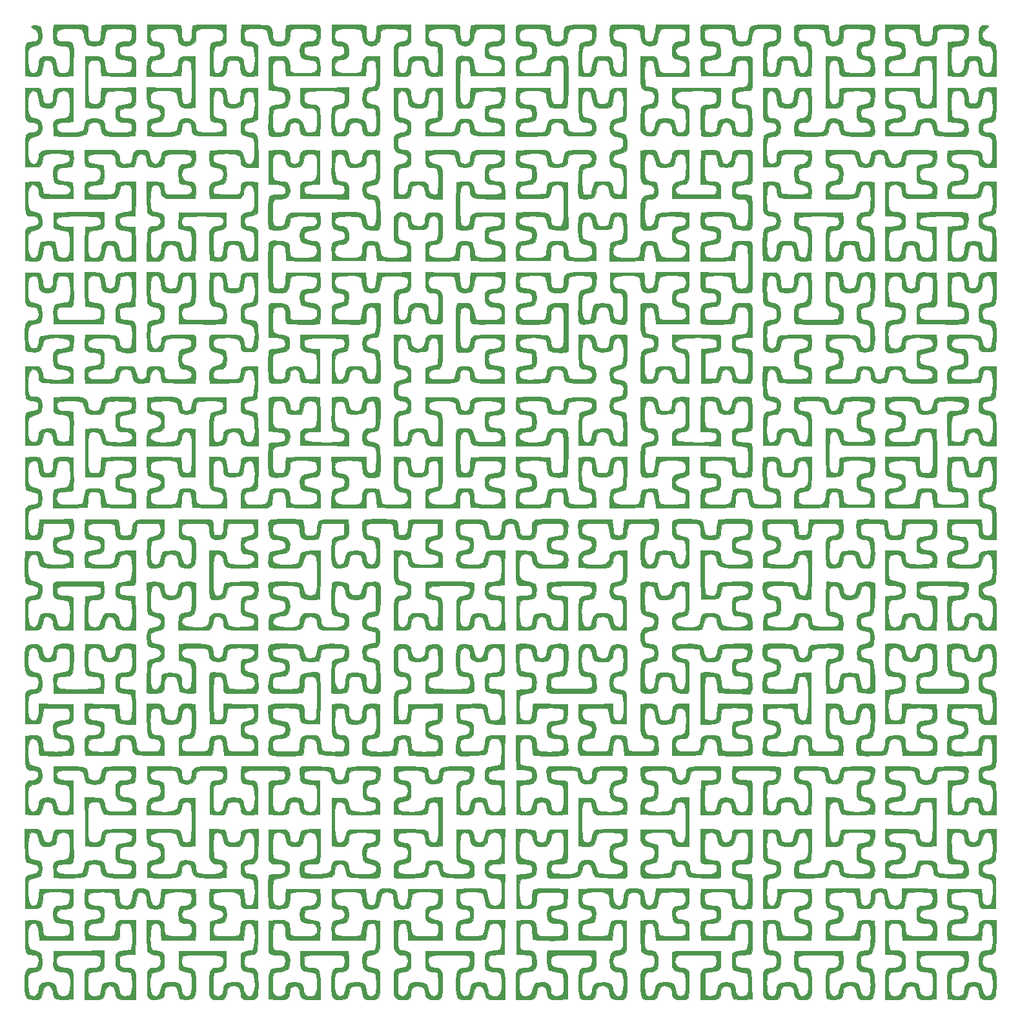
<source format=gbr>
%TF.GenerationSoftware,KiCad,Pcbnew,5.1.8*%
%TF.CreationDate,2021-01-06T22:13:21+01:00*%
%TF.ProjectId,split_3x_bottom,73706c69-745f-4337-985f-626f74746f6d,rev?*%
%TF.SameCoordinates,Original*%
%TF.FileFunction,Legend,Bot*%
%TF.FilePolarity,Positive*%
%FSLAX46Y46*%
G04 Gerber Fmt 4.6, Leading zero omitted, Abs format (unit mm)*
G04 Created by KiCad (PCBNEW 5.1.8) date 2021-01-06 22:13:21*
%MOMM*%
%LPD*%
G01*
G04 APERTURE LIST*
%ADD10C,0.010000*%
G04 APERTURE END LIST*
D10*
%TO.C,G\u002A\u002A\u002A*%
G36*
X201494618Y-164176408D02*
G01*
X201627523Y-163767194D01*
X201689867Y-163395779D01*
X201690526Y-163366165D01*
X201797596Y-163027038D01*
X202069253Y-162839116D01*
X202431166Y-162833584D01*
X202687681Y-162947803D01*
X202930216Y-163179199D01*
X203021407Y-163509369D01*
X203027368Y-163681310D01*
X203097776Y-164151699D01*
X203329508Y-164450620D01*
X203753330Y-164602539D01*
X204226315Y-164634737D01*
X204628871Y-164619606D01*
X204915005Y-164548330D01*
X205104633Y-164382082D01*
X205217671Y-164082036D01*
X205274035Y-163609367D01*
X205293641Y-162925250D01*
X205295748Y-162549930D01*
X205286217Y-161762629D01*
X205240789Y-161203894D01*
X205141424Y-160835524D01*
X204970085Y-160619312D01*
X204708731Y-160517056D01*
X204339325Y-160490552D01*
X204323345Y-160490527D01*
X203851622Y-160387217D01*
X203557258Y-160096912D01*
X203460628Y-159649050D01*
X203507334Y-159311671D01*
X203599507Y-159014192D01*
X203739912Y-158857238D01*
X204012107Y-158779534D01*
X204280565Y-158744643D01*
X204641372Y-158690059D01*
X204905318Y-158596233D01*
X205087486Y-158425325D01*
X205202955Y-158139500D01*
X205266810Y-157700921D01*
X205294130Y-157071750D01*
X205299997Y-156214150D01*
X205300000Y-156187081D01*
X205300000Y-154207369D01*
X204373759Y-154207369D01*
X203756923Y-154235612D01*
X203358953Y-154344039D01*
X203135100Y-154568195D01*
X203040614Y-154943625D01*
X203027368Y-155276843D01*
X203005488Y-155712939D01*
X202912048Y-156011987D01*
X202705353Y-156199379D01*
X202343707Y-156300506D01*
X201785412Y-156340759D01*
X201271136Y-156346316D01*
X200530955Y-156335242D01*
X200017250Y-156289429D01*
X199689599Y-156189995D01*
X199507581Y-156018056D01*
X199430774Y-155754729D01*
X199417895Y-155480555D01*
X199453128Y-155096574D01*
X199541806Y-154831725D01*
X199585000Y-154783942D01*
X199801831Y-154715365D01*
X200191033Y-154648700D01*
X200554210Y-154608947D01*
X201356316Y-154541579D01*
X201528222Y-153998609D01*
X201628885Y-153556839D01*
X201596631Y-153167614D01*
X201528220Y-152929136D01*
X201421712Y-152636911D01*
X201294220Y-152473201D01*
X201069415Y-152391466D01*
X200670965Y-152345166D01*
X200554208Y-152335264D01*
X200096123Y-152281982D01*
X199736492Y-152213442D01*
X199585000Y-152160269D01*
X199482121Y-151965604D01*
X199424113Y-151594084D01*
X199417894Y-151406413D01*
X199431176Y-151055572D01*
X199501924Y-150821137D01*
X199676496Y-150674745D01*
X200001249Y-150588035D01*
X200522538Y-150532643D01*
X200888421Y-150506682D01*
X201725422Y-150499315D01*
X202362225Y-150599058D01*
X202425789Y-150618937D01*
X202960526Y-150798426D01*
X203027443Y-151638872D01*
X203105509Y-152201041D01*
X203228608Y-152538962D01*
X203294812Y-152609134D01*
X203527051Y-152671640D01*
X203932794Y-152705370D01*
X204364210Y-152704475D01*
X205233158Y-152670000D01*
X205270260Y-150679332D01*
X205279398Y-149805169D01*
X205260742Y-149162709D01*
X205201198Y-148716690D01*
X205087674Y-148431851D01*
X204907079Y-148272930D01*
X204646320Y-148204666D01*
X204346573Y-148191579D01*
X203881807Y-148099738D01*
X203587279Y-147853860D01*
X203498490Y-147498410D01*
X203571759Y-147221146D01*
X203732633Y-146995195D01*
X204007354Y-146870999D01*
X204336929Y-146817243D01*
X204679136Y-146764909D01*
X204929095Y-146671289D01*
X205101229Y-146498521D01*
X205209962Y-146208743D01*
X205269719Y-145764091D01*
X205294922Y-145126704D01*
X205300000Y-144289186D01*
X205300000Y-142309474D01*
X204302072Y-142309474D01*
X203704612Y-142333301D01*
X203325440Y-142425914D01*
X203118059Y-142619008D01*
X203035972Y-142944278D01*
X203027368Y-143178421D01*
X202943900Y-143669211D01*
X202703918Y-143964260D01*
X202387665Y-144045322D01*
X202025089Y-144002388D01*
X201808812Y-143839166D01*
X201682792Y-143496335D01*
X201638116Y-143251896D01*
X201556794Y-142832977D01*
X201435080Y-142560849D01*
X201220561Y-142404014D01*
X200860819Y-142330970D01*
X200303439Y-142310216D01*
X200069947Y-142309474D01*
X198883158Y-142309474D01*
X198883158Y-144499672D01*
X198882338Y-145344424D01*
X198893364Y-145958594D01*
X198936466Y-146378838D01*
X199031873Y-146641810D01*
X199199814Y-146784165D01*
X199460520Y-146842560D01*
X199834219Y-146853649D01*
X200181875Y-146852912D01*
X200620634Y-146874821D01*
X200873838Y-146955339D01*
X201021374Y-147121032D01*
X201028769Y-147134557D01*
X201122684Y-147519050D01*
X201027473Y-147868978D01*
X200772626Y-148090632D01*
X200722778Y-148106938D01*
X200386229Y-148156912D01*
X199892291Y-148183452D01*
X199318516Y-148187987D01*
X198742460Y-148171945D01*
X198241676Y-148136755D01*
X197893718Y-148083846D01*
X197804895Y-148053192D01*
X197611488Y-147843314D01*
X197546721Y-147455834D01*
X197546316Y-147410322D01*
X197508105Y-146948489D01*
X197364442Y-146648254D01*
X197071777Y-146477616D01*
X196586560Y-146404577D01*
X196163550Y-146394269D01*
X195667132Y-146405485D01*
X195280033Y-146435123D01*
X195075399Y-146477168D01*
X195064479Y-146484644D01*
X194988209Y-146660271D01*
X194897906Y-147002480D01*
X194856981Y-147201947D01*
X194767737Y-147617918D01*
X194651290Y-147897243D01*
X194458070Y-148067095D01*
X194138503Y-148154646D01*
X193643016Y-148187069D01*
X193051526Y-148191579D01*
X192408708Y-148185421D01*
X191975452Y-148160736D01*
X191694112Y-148108210D01*
X191507039Y-148018527D01*
X191396842Y-147924211D01*
X191179385Y-147666709D01*
X191159953Y-147454532D01*
X191324050Y-147171168D01*
X191540268Y-146984409D01*
X191911281Y-146866941D01*
X192290289Y-146813728D01*
X192823627Y-146723574D01*
X193156347Y-146551542D01*
X193332859Y-146244501D01*
X193397574Y-145749317D01*
X193402105Y-145483556D01*
X193380095Y-144895499D01*
X193286313Y-144518398D01*
X193079130Y-144297543D01*
X192716916Y-144178224D01*
X192370883Y-144128314D01*
X191924867Y-144064414D01*
X191581246Y-143991730D01*
X191448281Y-143943395D01*
X191246696Y-143673395D01*
X191211022Y-143311216D01*
X191318494Y-143037725D01*
X191430674Y-142922205D01*
X191600122Y-142846602D01*
X191879217Y-142802722D01*
X192320338Y-142782376D01*
X192975863Y-142777369D01*
X192983203Y-142777369D01*
X193703937Y-142791477D01*
X194237299Y-142831775D01*
X194550547Y-142895223D01*
X194608842Y-142928287D01*
X194722056Y-143150287D01*
X194815964Y-143515001D01*
X194833210Y-143624678D01*
X194928970Y-144062912D01*
X195107309Y-144346315D01*
X195416043Y-144502785D01*
X195902988Y-144560221D01*
X196427065Y-144554602D01*
X197479473Y-144515264D01*
X197479473Y-138232106D01*
X196410000Y-138197909D01*
X195883453Y-138195794D01*
X195449727Y-138220944D01*
X195187007Y-138268144D01*
X195159301Y-138281367D01*
X195030383Y-138474131D01*
X194906860Y-138831582D01*
X194857540Y-139050827D01*
X194742868Y-139467547D01*
X194588970Y-139783770D01*
X194511898Y-139869737D01*
X194258949Y-139953939D01*
X193818268Y-140008750D01*
X193267908Y-140033818D01*
X192685923Y-140028790D01*
X192150369Y-139993313D01*
X191739300Y-139927035D01*
X191606228Y-139882871D01*
X191272501Y-139619810D01*
X191169406Y-139268998D01*
X191250921Y-138990232D01*
X191424679Y-138822303D01*
X191766540Y-138708928D01*
X192190835Y-138644705D01*
X192769751Y-138548154D01*
X193130803Y-138381880D01*
X193323032Y-138091940D01*
X193395476Y-137624392D01*
X193402105Y-137312318D01*
X193370833Y-136698575D01*
X193249919Y-136297700D01*
X192998717Y-136059721D01*
X192576581Y-135934665D01*
X192249513Y-135895256D01*
X191788907Y-135837272D01*
X191513049Y-135743013D01*
X191339317Y-135576305D01*
X191272041Y-135467294D01*
X191147970Y-135193503D01*
X191186506Y-135000403D01*
X191321732Y-134832294D01*
X191460807Y-134708081D01*
X191645448Y-134627505D01*
X191931554Y-134581386D01*
X192375027Y-134560542D01*
X193005403Y-134555790D01*
X193702398Y-134562928D01*
X194180017Y-134600868D01*
X194486183Y-134694401D01*
X194668821Y-134868316D01*
X194775853Y-135147405D01*
X194847055Y-135508445D01*
X195012261Y-135991508D01*
X195330336Y-136285101D01*
X195835148Y-136414224D01*
X196089261Y-136425398D01*
X196750814Y-136366073D01*
X197197251Y-136168055D01*
X197453290Y-135810829D01*
X197543648Y-135273878D01*
X197544490Y-135217527D01*
X197573975Y-134946064D01*
X197686445Y-134759861D01*
X197923051Y-134643418D01*
X198324944Y-134581236D01*
X198933274Y-134557816D01*
X199301398Y-134555790D01*
X200058676Y-134572076D01*
X200586399Y-134629452D01*
X200920876Y-134740692D01*
X201098418Y-134918571D01*
X201155333Y-135175863D01*
X201155789Y-135208209D01*
X201090709Y-135533313D01*
X200870808Y-135747139D01*
X200459097Y-135870467D01*
X199885789Y-135921593D01*
X198950000Y-135959474D01*
X198950000Y-140371053D01*
X200038177Y-140409643D01*
X200685270Y-140411985D01*
X201118588Y-140345758D01*
X201388613Y-140183086D01*
X201545824Y-139896091D01*
X201628848Y-139531229D01*
X201714479Y-139077968D01*
X201811097Y-138828911D01*
X201964972Y-138723236D01*
X202222373Y-138700116D01*
X202261173Y-138700000D01*
X202694908Y-138766484D01*
X202937652Y-138991518D01*
X203025290Y-139413474D01*
X203027368Y-139519294D01*
X203074611Y-139945077D01*
X203243946Y-140220602D01*
X203576780Y-140374122D01*
X204114523Y-140433887D01*
X204373759Y-140437895D01*
X205300000Y-140437895D01*
X205300000Y-138386509D01*
X205293441Y-137511562D01*
X205264528Y-136868471D01*
X205199407Y-136421859D01*
X205084223Y-136136350D01*
X204905122Y-135976567D01*
X204648250Y-135907132D01*
X204323345Y-135892632D01*
X203866424Y-135797653D01*
X203581471Y-135543838D01*
X203503723Y-135177870D01*
X203578948Y-134906421D01*
X203739138Y-134667238D01*
X203990165Y-134569310D01*
X204251984Y-134555790D01*
X204774173Y-134459989D01*
X205032631Y-134288421D01*
X205136451Y-134163263D01*
X205209446Y-133999545D01*
X205256956Y-133751868D01*
X205284324Y-133374829D01*
X205296890Y-132823027D01*
X205299997Y-132051061D01*
X205300000Y-132015790D01*
X205300000Y-130010527D01*
X204302072Y-130010527D01*
X203710455Y-130031110D01*
X203336070Y-130123268D01*
X203130042Y-130332615D01*
X203043500Y-130704763D01*
X203027368Y-131200192D01*
X203004919Y-131588049D01*
X202910177Y-131855637D01*
X202702050Y-132024846D01*
X202339449Y-132117568D01*
X201781280Y-132155693D01*
X201222631Y-132161627D01*
X200492304Y-132148607D01*
X199988070Y-132096342D01*
X199669365Y-131985027D01*
X199495621Y-131794857D01*
X199426271Y-131506028D01*
X199417895Y-131280527D01*
X199470001Y-130835792D01*
X199655674Y-130567257D01*
X200018942Y-130438475D01*
X200467646Y-130411579D01*
X200970544Y-130382379D01*
X201279262Y-130266365D01*
X201463313Y-130020913D01*
X201556662Y-129743826D01*
X201622260Y-129196229D01*
X201524143Y-128721621D01*
X201421731Y-128443113D01*
X201296085Y-128279594D01*
X201075128Y-128187658D01*
X200686785Y-128123900D01*
X200490812Y-128099325D01*
X200030270Y-128021122D01*
X199679659Y-127922069D01*
X199524199Y-127831855D01*
X199439060Y-127543531D01*
X199425584Y-127149255D01*
X199478376Y-126775640D01*
X199578316Y-126561474D01*
X199786047Y-126486601D01*
X200190926Y-126434107D01*
X200723670Y-126403994D01*
X201314997Y-126396260D01*
X201895624Y-126410906D01*
X202396268Y-126447932D01*
X202747648Y-126507339D01*
X202866947Y-126561474D01*
X202958739Y-126779851D01*
X203016793Y-127161339D01*
X203027368Y-127420873D01*
X203060136Y-127932376D01*
X203188711Y-128262131D01*
X203458503Y-128447881D01*
X203914921Y-128527370D01*
X204373759Y-128540000D01*
X205300000Y-128540000D01*
X205300000Y-126534737D01*
X205297155Y-125753244D01*
X205285058Y-125193689D01*
X205258369Y-124810672D01*
X205211746Y-124558791D01*
X205139848Y-124392644D01*
X205037334Y-124266831D01*
X205032631Y-124262106D01*
X204695401Y-124060852D01*
X204364210Y-123994737D01*
X203954359Y-123893215D01*
X203617402Y-123636964D01*
X203438558Y-123298455D01*
X203428421Y-123198922D01*
X203483526Y-122878822D01*
X203583563Y-122597343D01*
X203731537Y-122373632D01*
X203964994Y-122275731D01*
X204298107Y-122256842D01*
X204678345Y-122233887D01*
X204948928Y-122139623D01*
X205128114Y-121935958D01*
X205234158Y-121584799D01*
X205285317Y-121048050D01*
X205299849Y-120287620D01*
X205300000Y-120166341D01*
X205291059Y-119371809D01*
X205251849Y-118806047D01*
X205163784Y-118430712D01*
X205008282Y-118207459D01*
X204766757Y-118097945D01*
X204420627Y-118063827D01*
X204280363Y-118062579D01*
X203660387Y-118113541D01*
X203264065Y-118274487D01*
X203064469Y-118562161D01*
X203027368Y-118841665D01*
X202956122Y-119410643D01*
X202753752Y-119775820D01*
X202437310Y-119919877D01*
X202047677Y-119836655D01*
X201827509Y-119675603D01*
X201698929Y-119392794D01*
X201636251Y-119048035D01*
X201553050Y-118641393D01*
X201439318Y-118342866D01*
X201383661Y-118269011D01*
X201114155Y-118152484D01*
X200672475Y-118062205D01*
X200153377Y-118009096D01*
X199651616Y-118004077D01*
X199358374Y-118035596D01*
X198883158Y-118124747D01*
X198883158Y-119798531D01*
X198894044Y-120666858D01*
X198939181Y-121303674D01*
X199037290Y-121744382D01*
X199207090Y-122024387D01*
X199467301Y-122179095D01*
X199836643Y-122243910D01*
X200181875Y-122254795D01*
X200694730Y-122305636D01*
X200997516Y-122481210D01*
X201133803Y-122821669D01*
X201153742Y-123150422D01*
X201146421Y-123403871D01*
X201105589Y-123595218D01*
X200998252Y-123733189D01*
X200791417Y-123826513D01*
X200452092Y-123883917D01*
X199947284Y-123914130D01*
X199243998Y-123925880D01*
X198309243Y-123927893D01*
X198214737Y-123927895D01*
X197257877Y-123926733D01*
X196535406Y-123916695D01*
X196014347Y-123887957D01*
X195661721Y-123830694D01*
X195444552Y-123735080D01*
X195329861Y-123591290D01*
X195284671Y-123389499D01*
X195276004Y-123119882D01*
X195275731Y-123052264D01*
X195322659Y-122641466D01*
X195498804Y-122396387D01*
X195850663Y-122280681D01*
X196293350Y-122256842D01*
X196736691Y-122235542D01*
X197014539Y-122147546D01*
X197227017Y-121956719D01*
X197269244Y-121904603D01*
X197387950Y-121726084D01*
X197467312Y-121512320D01*
X197515009Y-121208490D01*
X197538717Y-120759771D01*
X197546114Y-120111343D01*
X197546316Y-119926077D01*
X197531967Y-119082276D01*
X197488843Y-118503000D01*
X197416828Y-118186944D01*
X197385895Y-118139369D01*
X197131458Y-118028364D01*
X196716994Y-117986720D01*
X196219783Y-118005506D01*
X195717106Y-118075789D01*
X195286244Y-118188640D01*
X195004477Y-118335127D01*
X194942499Y-118421746D01*
X194887997Y-118654787D01*
X194820740Y-119010439D01*
X194814238Y-119048421D01*
X194696061Y-119524069D01*
X194516962Y-119784129D01*
X194235066Y-119879702D01*
X194129576Y-119883948D01*
X193733444Y-119770496D01*
X193484282Y-119447140D01*
X193402105Y-118965577D01*
X193342485Y-118598709D01*
X193201659Y-118332337D01*
X192941383Y-118196987D01*
X192503722Y-118084080D01*
X191978551Y-118008453D01*
X191455745Y-117984940D01*
X191192356Y-118000646D01*
X190795263Y-118045790D01*
X190757841Y-119834464D01*
X190748156Y-120694917D01*
X190771160Y-121324280D01*
X190842935Y-121758317D01*
X190979561Y-122032789D01*
X191197120Y-122183460D01*
X191511692Y-122246092D01*
X191847099Y-122256842D01*
X192431184Y-122320533D01*
X192800165Y-122523580D01*
X192977161Y-122883943D01*
X193001052Y-123153368D01*
X192938451Y-123512486D01*
X192725630Y-123756239D01*
X192325065Y-123908482D01*
X191699233Y-123993070D01*
X191677569Y-123994737D01*
X190795263Y-124061579D01*
X190795263Y-128473158D01*
X191954170Y-128473158D01*
X192487296Y-128463236D01*
X192914059Y-128436754D01*
X193167145Y-128398640D01*
X193204291Y-128381634D01*
X193268141Y-128208339D01*
X193339052Y-127854597D01*
X193387187Y-127512549D01*
X193453963Y-127061484D01*
X193530630Y-126708897D01*
X193582061Y-126568021D01*
X193757916Y-126491902D01*
X194133710Y-126437401D01*
X194642878Y-126404653D01*
X195218856Y-126393790D01*
X195795078Y-126404946D01*
X196304981Y-126438253D01*
X196681998Y-126493846D01*
X196851158Y-126561474D01*
X196960361Y-126810456D01*
X197005577Y-127194165D01*
X196982077Y-127586608D01*
X196899195Y-127841692D01*
X196714126Y-127951066D01*
X196354843Y-128049070D01*
X196065716Y-128094076D01*
X195497847Y-128172997D01*
X195145797Y-128285283D01*
X194958395Y-128478522D01*
X194884470Y-128800299D01*
X194872631Y-129203576D01*
X194910714Y-129783675D01*
X195051185Y-130148379D01*
X195333384Y-130342122D01*
X195796649Y-130409337D01*
X195942105Y-130411579D01*
X196491998Y-130472029D01*
X196830586Y-130671435D01*
X196989404Y-131036884D01*
X197011579Y-131330181D01*
X196991673Y-131664079D01*
X196903970Y-131892889D01*
X196706494Y-132036205D01*
X196357269Y-132113623D01*
X195814317Y-132144737D01*
X195256496Y-132149474D01*
X194518080Y-132138099D01*
X194005815Y-132088286D01*
X193678897Y-131976503D01*
X193496525Y-131779219D01*
X193417896Y-131472902D01*
X193402105Y-131080000D01*
X193365557Y-130586697D01*
X193226050Y-130269607D01*
X192938792Y-130092594D01*
X192458990Y-130019522D01*
X192076433Y-130010527D01*
X191458829Y-130043696D01*
X191059432Y-130168628D01*
X190834516Y-130423453D01*
X190740354Y-130846306D01*
X190728421Y-131186086D01*
X190704923Y-131628993D01*
X190618656Y-131882889D01*
X190469841Y-132011086D01*
X190197476Y-132084226D01*
X189756313Y-132129847D01*
X189222014Y-132148544D01*
X188670240Y-132140918D01*
X188176651Y-132107564D01*
X187816909Y-132049080D01*
X187680421Y-131989053D01*
X187579974Y-131762182D01*
X187524096Y-131390473D01*
X187520000Y-131258493D01*
X187587218Y-130795730D01*
X187812814Y-130526472D01*
X188232700Y-130416600D01*
X188413580Y-130409532D01*
X188791257Y-130365751D01*
X189027425Y-130200400D01*
X189182952Y-129854822D01*
X189247183Y-129606185D01*
X189304501Y-129226156D01*
X189347902Y-128687350D01*
X189376123Y-128060340D01*
X189387898Y-127415696D01*
X189381962Y-126823993D01*
X189357049Y-126355802D01*
X189311895Y-126081695D01*
X189310434Y-126077776D01*
X189138637Y-125959068D01*
X188787854Y-125885778D01*
X188342883Y-125859711D01*
X187888525Y-125882670D01*
X187509580Y-125956459D01*
X187339252Y-126035849D01*
X187167331Y-126298999D01*
X187030354Y-126794570D01*
X186987647Y-127052604D01*
X186914725Y-127502225D01*
X186842990Y-127836838D01*
X186792894Y-127974825D01*
X186625137Y-128019723D01*
X186287791Y-128046512D01*
X186104554Y-128049825D01*
X185662891Y-128013331D01*
X185403423Y-127869003D01*
X185280726Y-127564569D01*
X185249415Y-127065799D01*
X185202421Y-126623100D01*
X185087367Y-126248423D01*
X185039261Y-126163430D01*
X184892867Y-126003380D01*
X184687200Y-125913230D01*
X184349454Y-125873941D01*
X183902946Y-125866316D01*
X182974737Y-125866316D01*
X182974737Y-127928873D01*
X182980930Y-128802601D01*
X183007292Y-129444420D01*
X183065496Y-129889656D01*
X183167217Y-130173634D01*
X183324126Y-130331678D01*
X183547900Y-130399113D01*
X183795179Y-130411579D01*
X184292510Y-130472008D01*
X184582964Y-130676104D01*
X184703604Y-131058078D01*
X184712631Y-131258493D01*
X184677059Y-131651056D01*
X184588193Y-131938513D01*
X184552210Y-131989053D01*
X184322364Y-132073162D01*
X183838515Y-132126854D01*
X183112423Y-132148945D01*
X182957549Y-132149474D01*
X182218285Y-132137575D01*
X181705276Y-132086969D01*
X181377908Y-131975296D01*
X181195567Y-131780196D01*
X181117639Y-131479308D01*
X181103158Y-131128505D01*
X181073459Y-130583652D01*
X180950953Y-130249283D01*
X180685529Y-130076093D01*
X180227074Y-130014778D01*
X179966842Y-130010527D01*
X179410221Y-130041509D01*
X179067868Y-130161858D01*
X178891075Y-130412676D01*
X178831131Y-130835066D01*
X178828701Y-130970949D01*
X178775221Y-131574471D01*
X178616521Y-131946543D01*
X178410650Y-132088606D01*
X178103575Y-132139897D01*
X177635160Y-132166670D01*
X177077755Y-132170888D01*
X176503710Y-132154516D01*
X175985375Y-132119516D01*
X175595098Y-132067853D01*
X175411236Y-132007206D01*
X175284451Y-131766873D01*
X175223145Y-131364203D01*
X175221052Y-131268861D01*
X175285034Y-130804871D01*
X175502332Y-130534004D01*
X175910974Y-130420726D01*
X176138504Y-130411579D01*
X176498483Y-130345469D01*
X176743621Y-130206756D01*
X176965638Y-129818632D01*
X177044116Y-129305171D01*
X176966066Y-128774363D01*
X176928416Y-128670411D01*
X176790041Y-128399528D01*
X176599194Y-128237955D01*
X176271418Y-128130866D01*
X176015735Y-128077919D01*
X175287895Y-127938421D01*
X175246304Y-127360384D01*
X175235610Y-126979845D01*
X175293886Y-126715651D01*
X175460461Y-126546739D01*
X175774663Y-126452046D01*
X176275817Y-126410508D01*
X177003253Y-126401061D01*
X177037455Y-126401053D01*
X177759304Y-126408617D01*
X178255899Y-126448607D01*
X178569276Y-126546970D01*
X178741471Y-126729655D01*
X178814518Y-127022607D01*
X178830455Y-127451775D01*
X178830526Y-127507861D01*
X178880776Y-127997555D01*
X179057140Y-128310546D01*
X179398037Y-128475348D01*
X179941888Y-128520472D01*
X180185385Y-128513358D01*
X181036316Y-128473158D01*
X181036316Y-121788948D01*
X180119040Y-121810539D01*
X179635983Y-121841163D01*
X179254550Y-121900594D01*
X179058746Y-121975149D01*
X178967710Y-122177222D01*
X178877328Y-122555647D01*
X178819827Y-122931507D01*
X178755172Y-123375815D01*
X178684270Y-123706894D01*
X178632684Y-123836370D01*
X178446627Y-123893559D01*
X178063481Y-123935718D01*
X177553150Y-123961963D01*
X176985540Y-123971408D01*
X176430556Y-123963171D01*
X175958101Y-123936367D01*
X175638081Y-123890112D01*
X175588684Y-123874872D01*
X175354093Y-123749999D01*
X175247557Y-123553998D01*
X175221140Y-123193119D01*
X175221052Y-123155836D01*
X175271129Y-122666679D01*
X175447833Y-122385384D01*
X175790876Y-122266966D01*
X176016473Y-122254795D01*
X176380563Y-122226499D01*
X176634938Y-122160221D01*
X176649794Y-122151812D01*
X176861058Y-121887145D01*
X177002424Y-121465155D01*
X177044660Y-120992776D01*
X177022695Y-120787707D01*
X176882548Y-120309425D01*
X176665688Y-120054975D01*
X176360948Y-119984211D01*
X176022485Y-119939893D01*
X175634912Y-119834959D01*
X175349088Y-119704566D01*
X175243226Y-119518926D01*
X175247332Y-119207693D01*
X175309192Y-118874290D01*
X175477206Y-118701891D01*
X175755789Y-118608027D01*
X176066616Y-118564213D01*
X176529919Y-118541299D01*
X177074472Y-118537623D01*
X177629052Y-118551519D01*
X178122434Y-118581326D01*
X178483393Y-118625377D01*
X178635653Y-118675302D01*
X178699719Y-118844330D01*
X178772932Y-119184389D01*
X178807488Y-119399621D01*
X178955379Y-119916945D01*
X179240517Y-120226603D01*
X179694913Y-120351296D01*
X180133874Y-120340386D01*
X180662263Y-120233892D01*
X180970649Y-120021961D01*
X181095800Y-119673679D01*
X181103158Y-119525498D01*
X181142595Y-119112556D01*
X181289045Y-118834309D01*
X181584711Y-118662763D01*
X182071800Y-118569922D01*
X182596783Y-118534741D01*
X183183682Y-118527547D01*
X183727085Y-118550017D01*
X184125458Y-118597365D01*
X184178351Y-118609285D01*
X184504422Y-118732108D01*
X184649253Y-118931424D01*
X184686723Y-119143544D01*
X184612169Y-119552108D01*
X184321937Y-119840214D01*
X183852205Y-119977143D01*
X183696623Y-119984211D01*
X183435749Y-120000665D01*
X183246075Y-120073950D01*
X183117356Y-120239949D01*
X183039349Y-120534546D01*
X183001812Y-120993625D01*
X182994502Y-121653070D01*
X183004593Y-122408520D01*
X183041579Y-124462632D01*
X183863915Y-124461867D01*
X184496251Y-124417744D01*
X184910715Y-124264345D01*
X185145886Y-123968017D01*
X185240341Y-123495112D01*
X185247368Y-123255124D01*
X185288932Y-122730764D01*
X185441285Y-122422445D01*
X185745916Y-122287973D01*
X186204217Y-122282094D01*
X186504143Y-122316269D01*
X186706349Y-122400122D01*
X186842435Y-122583539D01*
X186943999Y-122916405D01*
X187042641Y-123448607D01*
X187077350Y-123660527D01*
X187185789Y-124328948D01*
X187954178Y-124450804D01*
X188544881Y-124507966D01*
X188960907Y-124455373D01*
X189074054Y-124412512D01*
X189425541Y-124252364D01*
X189365840Y-122419077D01*
X189327487Y-121543202D01*
X189270611Y-120900657D01*
X189184416Y-120457511D01*
X189058106Y-120179838D01*
X188880885Y-120033708D01*
X188641956Y-119985195D01*
X188591060Y-119984211D01*
X188019258Y-119906026D01*
X187661760Y-119673096D01*
X187521999Y-119287857D01*
X187520000Y-119224623D01*
X187563676Y-118917238D01*
X187727306Y-118708894D01*
X188059793Y-118565129D01*
X188610042Y-118451478D01*
X188619186Y-118449991D01*
X188945622Y-118368774D01*
X189126136Y-118206819D01*
X189248799Y-117878033D01*
X189265070Y-117818615D01*
X189343432Y-117173375D01*
X189267663Y-116514645D01*
X189107641Y-116076409D01*
X188854374Y-115884755D01*
X188509139Y-115840000D01*
X187977954Y-115782242D01*
X187661154Y-115593826D01*
X187528515Y-115252042D01*
X187520000Y-115096725D01*
X187561802Y-114750953D01*
X187726223Y-114562888D01*
X187862913Y-114499849D01*
X188268833Y-114399321D01*
X188593473Y-114369474D01*
X188843899Y-114334839D01*
X189030933Y-114208346D01*
X189165318Y-113956113D01*
X189257795Y-113544256D01*
X189319104Y-112938893D01*
X189359987Y-112106141D01*
X189365895Y-111932905D01*
X189425650Y-110097915D01*
X189048810Y-109954641D01*
X188657006Y-109881846D01*
X188133587Y-109883295D01*
X187952679Y-109901237D01*
X187436991Y-110019408D01*
X187135819Y-110247991D01*
X187003144Y-110637333D01*
X186985263Y-110959681D01*
X186868585Y-111359141D01*
X186552685Y-111618994D01*
X186164820Y-111695790D01*
X185660098Y-111629380D01*
X185363629Y-111414420D01*
X185247290Y-111027314D01*
X185243117Y-110922402D01*
X185196800Y-110465158D01*
X185037376Y-110170552D01*
X184720004Y-110003548D01*
X184199842Y-109929105D01*
X183958138Y-109918330D01*
X183041579Y-109891053D01*
X183004593Y-111945165D01*
X182998527Y-112810423D01*
X183013848Y-113485246D01*
X183049401Y-113944575D01*
X183104031Y-114163351D01*
X183106996Y-114167231D01*
X183316663Y-114282715D01*
X183683071Y-114378210D01*
X183862358Y-114404614D01*
X184347243Y-114509161D01*
X184614518Y-114709402D01*
X184707072Y-115040825D01*
X184708537Y-115104737D01*
X184685477Y-115378760D01*
X184588389Y-115566233D01*
X184375410Y-115683245D01*
X184004677Y-115745883D01*
X183434329Y-115770233D01*
X182969150Y-115773158D01*
X182225343Y-115760258D01*
X181708086Y-115708268D01*
X181377250Y-115597254D01*
X181192703Y-115407282D01*
X181114315Y-115118417D01*
X181101111Y-114845239D01*
X181051736Y-114430641D01*
X180874011Y-114180183D01*
X180515836Y-114045870D01*
X180183792Y-114000209D01*
X179539340Y-114010402D01*
X179103136Y-114186305D01*
X178872116Y-114529819D01*
X178830526Y-114840451D01*
X178777803Y-115269824D01*
X178595842Y-115562615D01*
X178248954Y-115740430D01*
X177701448Y-115824874D01*
X177179422Y-115840000D01*
X176598732Y-115822049D01*
X176068784Y-115774499D01*
X175687439Y-115706806D01*
X175634912Y-115690749D01*
X175350731Y-115561785D01*
X175243843Y-115378803D01*
X175247332Y-115055749D01*
X175287885Y-114765923D01*
X175394867Y-114603260D01*
X175640029Y-114505071D01*
X175956316Y-114436316D01*
X176373990Y-114339420D01*
X176691018Y-114241987D01*
X176784118Y-114199253D01*
X176926427Y-113974753D01*
X177017244Y-113573710D01*
X177047724Y-113083522D01*
X177009024Y-112591591D01*
X176966831Y-112393489D01*
X176845302Y-112035806D01*
X176678399Y-111856347D01*
X176378616Y-111769311D01*
X176320238Y-111759483D01*
X175760696Y-111642885D01*
X175422094Y-111495068D01*
X175258001Y-111285429D01*
X175221052Y-111034938D01*
X175314773Y-110653605D01*
X175479632Y-110497335D01*
X175726779Y-110436763D01*
X176159933Y-110393992D01*
X176705053Y-110369582D01*
X177288095Y-110364095D01*
X177835018Y-110378090D01*
X178271779Y-110412128D01*
X178524338Y-110466770D01*
X178537887Y-110474185D01*
X178658227Y-110663433D01*
X178766475Y-111019113D01*
X178806426Y-111237458D01*
X178931694Y-111716290D01*
X179171462Y-112018288D01*
X179569086Y-112171324D01*
X180167923Y-112203271D01*
X180301052Y-112198283D01*
X181036316Y-112163685D01*
X181072156Y-108988685D01*
X181107997Y-105813685D01*
X180190507Y-105813685D01*
X179552706Y-105854223D01*
X179136735Y-105991008D01*
X178907352Y-106246794D01*
X178829317Y-106644338D01*
X178828479Y-106693158D01*
X178772022Y-107120362D01*
X178567195Y-107385395D01*
X178250945Y-107543216D01*
X177823952Y-107636258D01*
X177237917Y-107677352D01*
X176596064Y-107666530D01*
X176001619Y-107603821D01*
X175714798Y-107542460D01*
X175387753Y-107432011D01*
X175252364Y-107286098D01*
X175239271Y-107011328D01*
X175246903Y-106912446D01*
X175277642Y-106663070D01*
X175354340Y-106497019D01*
X175529745Y-106381085D01*
X175856601Y-106282059D01*
X176387653Y-106166733D01*
X176452654Y-106153307D01*
X176769559Y-105968163D01*
X176968792Y-105617512D01*
X177050539Y-105175839D01*
X177014987Y-104717627D01*
X176862322Y-104317361D01*
X176592732Y-104049523D01*
X176447244Y-103995011D01*
X175896563Y-103869877D01*
X175553663Y-103773801D01*
X175367000Y-103670761D01*
X175285028Y-103524734D01*
X175256201Y-103299700D01*
X175246304Y-103155758D01*
X175235703Y-102778306D01*
X175294583Y-102516233D01*
X175462238Y-102348662D01*
X175777961Y-102254718D01*
X176281046Y-102213528D01*
X177010787Y-102204216D01*
X177037455Y-102204211D01*
X177759304Y-102211775D01*
X178255899Y-102251765D01*
X178569276Y-102350128D01*
X178741471Y-102532813D01*
X178814518Y-102825765D01*
X178830455Y-103254933D01*
X178830526Y-103311019D01*
X178892958Y-103819550D01*
X179103621Y-104140293D01*
X179497566Y-104304150D01*
X180001240Y-104343158D01*
X180553513Y-104292453D01*
X180894114Y-104115333D01*
X181063521Y-103774292D01*
X181103158Y-103322189D01*
X181115351Y-102871038D01*
X181180040Y-102561071D01*
X181339383Y-102365848D01*
X181635543Y-102258929D01*
X182110680Y-102213874D01*
X182806954Y-102204244D01*
X182885861Y-102204211D01*
X183618230Y-102212749D01*
X184124522Y-102250298D01*
X184445802Y-102334756D01*
X184623129Y-102484022D01*
X184697567Y-102715997D01*
X184710584Y-102999632D01*
X184671642Y-103441523D01*
X184518354Y-103695630D01*
X184188772Y-103836348D01*
X183977062Y-103880590D01*
X183582021Y-103956134D01*
X183307338Y-104045352D01*
X183131158Y-104193203D01*
X183031626Y-104444643D01*
X182986889Y-104844630D01*
X182975092Y-105438121D01*
X182974737Y-105942523D01*
X182982025Y-106743828D01*
X183016748Y-107316205D01*
X183098190Y-107697971D01*
X183245639Y-107927444D01*
X183478378Y-108042939D01*
X183815695Y-108082774D01*
X184053759Y-108086316D01*
X184642141Y-108012719D01*
X185022755Y-107780479D01*
X185214706Y-107372425D01*
X185247368Y-107013534D01*
X185274396Y-106649094D01*
X185390807Y-106451534D01*
X185613609Y-106336244D01*
X186021418Y-106256429D01*
X186434719Y-106289293D01*
X186760418Y-106416678D01*
X186899213Y-106587013D01*
X186962985Y-106869771D01*
X187036741Y-107260835D01*
X187046185Y-107316007D01*
X187181129Y-107725579D01*
X187447872Y-107967358D01*
X187894241Y-108072834D01*
X188213053Y-108084269D01*
X188704493Y-108049221D01*
X189003409Y-107915110D01*
X189180097Y-107631984D01*
X189264373Y-107337188D01*
X189342623Y-106820963D01*
X189374020Y-106206746D01*
X189362562Y-105564038D01*
X189312251Y-104962338D01*
X189227086Y-104471144D01*
X189111066Y-104159955D01*
X189079217Y-104119920D01*
X188920329Y-104055194D01*
X188584621Y-103961633D01*
X188298843Y-103894125D01*
X187586842Y-103736703D01*
X187545252Y-103161104D01*
X187537438Y-102760345D01*
X187609985Y-102489695D01*
X187804086Y-102324023D01*
X188160933Y-102238201D01*
X188721718Y-102207100D01*
X189113842Y-102204211D01*
X189819706Y-102222015D01*
X190309354Y-102273673D01*
X190558940Y-102356554D01*
X190568000Y-102364632D01*
X190660455Y-102583657D01*
X190718428Y-102964492D01*
X190728421Y-103212860D01*
X190768068Y-103727880D01*
X190915651Y-104062638D01*
X191214134Y-104252498D01*
X191706480Y-104332823D01*
X192101630Y-104343158D01*
X192597405Y-104330800D01*
X192901714Y-104280070D01*
X193089861Y-104170487D01*
X193193998Y-104046044D01*
X193333802Y-103712415D01*
X193401045Y-103288538D01*
X193402105Y-103235150D01*
X193416185Y-102818882D01*
X193486472Y-102532831D01*
X193655038Y-102352668D01*
X193963952Y-102254063D01*
X194455285Y-102212688D01*
X195171108Y-102204212D01*
X195184809Y-102204211D01*
X195917177Y-102212749D01*
X196423470Y-102250298D01*
X196744749Y-102334756D01*
X196922077Y-102484022D01*
X196996514Y-102715997D01*
X197009532Y-102999632D01*
X196977829Y-103408164D01*
X196849227Y-103656011D01*
X196566930Y-103796851D01*
X196074141Y-103884362D01*
X196073280Y-103884472D01*
X195503441Y-103971421D01*
X195149502Y-104086084D01*
X194960661Y-104275016D01*
X194886114Y-104584774D01*
X194874678Y-104982862D01*
X194895967Y-105436512D01*
X194948624Y-105796000D01*
X194997180Y-105937165D01*
X195194989Y-106059075D01*
X195585571Y-106167676D01*
X195948747Y-106225483D01*
X196493587Y-106319024D01*
X196819772Y-106464023D01*
X196975420Y-106694119D01*
X197009532Y-106967053D01*
X196965356Y-107233877D01*
X196804090Y-107419493D01*
X196489362Y-107536822D01*
X195984795Y-107598786D01*
X195254017Y-107618305D01*
X195175912Y-107618421D01*
X194452579Y-107603608D01*
X193954931Y-107544592D01*
X193642218Y-107419508D01*
X193473691Y-107206490D01*
X193408601Y-106883673D01*
X193402105Y-106666630D01*
X193360840Y-106294226D01*
X193209874Y-106045274D01*
X192908449Y-105897301D01*
X192415808Y-105827835D01*
X191855188Y-105813685D01*
X190728421Y-105813685D01*
X190728421Y-108005171D01*
X190728211Y-108850373D01*
X190739389Y-109464918D01*
X190779661Y-109885440D01*
X190866736Y-110148578D01*
X191018322Y-110290965D01*
X191252127Y-110349239D01*
X191585859Y-110360036D01*
X191866121Y-110358948D01*
X192470274Y-110425179D01*
X192849042Y-110621824D01*
X192997028Y-110945813D01*
X192999005Y-111003497D01*
X192947536Y-111302251D01*
X192769752Y-111499338D01*
X192420791Y-111620021D01*
X191855789Y-111689562D01*
X191769589Y-111695790D01*
X190795263Y-111762632D01*
X190795263Y-116174211D01*
X191883440Y-116212801D01*
X192551170Y-116211353D01*
X192996615Y-116136338D01*
X193259784Y-115966030D01*
X193380686Y-115678701D01*
X193402105Y-115388108D01*
X193494810Y-114893782D01*
X193746868Y-114571762D01*
X194119191Y-114455184D01*
X194432715Y-114514403D01*
X194627313Y-114647762D01*
X194747650Y-114914808D01*
X194818213Y-115303801D01*
X194901122Y-115725764D01*
X195048564Y-116000637D01*
X195309433Y-116155752D01*
X195732625Y-116218441D01*
X196367032Y-116216036D01*
X196445084Y-116213225D01*
X197479473Y-116174211D01*
X197517850Y-114235790D01*
X197534476Y-113353890D01*
X197535846Y-112703977D01*
X197509168Y-112250682D01*
X197441650Y-111958634D01*
X197320499Y-111792463D01*
X197132922Y-111716800D01*
X196866128Y-111696275D01*
X196599191Y-111695790D01*
X195967074Y-111663824D01*
X195559673Y-111555729D01*
X195340664Y-111353204D01*
X195273723Y-111037952D01*
X195273684Y-111028032D01*
X195312239Y-110803786D01*
X195446757Y-110632625D01*
X195705519Y-110509026D01*
X196116808Y-110427466D01*
X196708903Y-110382425D01*
X197510086Y-110368378D01*
X198548639Y-110379806D01*
X198589508Y-110380597D01*
X199476509Y-110401416D01*
X200131312Y-110430280D01*
X200589086Y-110476386D01*
X200884998Y-110548933D01*
X201054217Y-110657119D01*
X201131911Y-110810141D01*
X201153248Y-111017196D01*
X201153742Y-111051241D01*
X201043345Y-111391377D01*
X200702550Y-111605246D01*
X200128004Y-111694688D01*
X199976504Y-111697837D01*
X199528667Y-111717102D01*
X199179385Y-111764540D01*
X199046750Y-111808161D01*
X198979479Y-111920696D01*
X198934494Y-112178707D01*
X198909938Y-112613269D01*
X198903955Y-113255459D01*
X198913065Y-114045325D01*
X198950000Y-116174211D01*
X199882993Y-116214438D01*
X200398566Y-116224703D01*
X200841017Y-116212474D01*
X201106213Y-116181823D01*
X201360963Y-115995024D01*
X201564927Y-115623859D01*
X201678906Y-115151080D01*
X201690526Y-114948238D01*
X201798910Y-114626308D01*
X202072017Y-114447209D01*
X202431778Y-114441795D01*
X202687681Y-114554119D01*
X202927140Y-114780167D01*
X203019802Y-115101212D01*
X203027368Y-115298796D01*
X203072355Y-115734482D01*
X203235399Y-116016267D01*
X203558626Y-116173631D01*
X204084158Y-116236055D01*
X204373759Y-116241053D01*
X205300000Y-116241053D01*
X205300000Y-114235790D01*
X205297155Y-113454297D01*
X205285058Y-112894742D01*
X205258369Y-112511725D01*
X205211746Y-112259843D01*
X205139848Y-112093697D01*
X205037334Y-111967883D01*
X205032631Y-111963158D01*
X204648835Y-111746629D01*
X204300450Y-111695790D01*
X203904256Y-111629550D01*
X203639175Y-111394824D01*
X203616654Y-111361579D01*
X203490448Y-110988085D01*
X203608541Y-110668046D01*
X203948900Y-110431387D01*
X204383675Y-110319818D01*
X204710458Y-110261097D01*
X204948853Y-110160221D01*
X205112716Y-109978988D01*
X205215902Y-109679194D01*
X205272268Y-109222636D01*
X205295670Y-108571112D01*
X205300000Y-107793397D01*
X205300000Y-105813685D01*
X204397631Y-105817936D01*
X203768815Y-105849837D01*
X203360706Y-105957440D01*
X203130843Y-106169243D01*
X203036764Y-106513746D01*
X203027368Y-106737612D01*
X203005009Y-107105633D01*
X202894925Y-107312211D01*
X202632602Y-107462260D01*
X202563767Y-107491559D01*
X202058185Y-107620318D01*
X201408287Y-107675928D01*
X200726879Y-107658542D01*
X200126770Y-107568311D01*
X199872788Y-107487920D01*
X199562789Y-107329616D01*
X199442421Y-107145432D01*
X199442608Y-106852920D01*
X199487468Y-106590365D01*
X199605145Y-106443267D01*
X199868176Y-106355537D01*
X200153158Y-106303495D01*
X200607492Y-106226116D01*
X200994157Y-106157891D01*
X201117578Y-106135045D01*
X201376178Y-105961173D01*
X201549339Y-105601101D01*
X201616934Y-105127897D01*
X201558839Y-104614628D01*
X201547846Y-104572891D01*
X201438053Y-104251286D01*
X201336675Y-104072896D01*
X201316611Y-104061360D01*
X201145514Y-104032364D01*
X200789962Y-103970643D01*
X200353684Y-103894255D01*
X199484737Y-103741579D01*
X199443146Y-103163542D01*
X199432688Y-102781063D01*
X199492184Y-102516187D01*
X199661143Y-102347489D01*
X199979077Y-102253544D01*
X200485497Y-102212927D01*
X201212263Y-102204211D01*
X202006418Y-102219937D01*
X202551012Y-102266644D01*
X202838758Y-102343625D01*
X202866947Y-102364632D01*
X202959402Y-102583657D01*
X203017376Y-102964492D01*
X203027368Y-103212860D01*
X203066624Y-103726632D01*
X203213044Y-104060991D01*
X203509613Y-104251122D01*
X203999311Y-104332209D01*
X204408158Y-104343158D01*
X205300000Y-104343158D01*
X205300000Y-102278633D01*
X205298213Y-101492358D01*
X205289070Y-100930040D01*
X205266896Y-100548276D01*
X205226016Y-100303661D01*
X205160757Y-100152789D01*
X205065443Y-100052256D01*
X205002886Y-100006002D01*
X204651403Y-99854763D01*
X204275203Y-99797895D01*
X203846044Y-99687535D01*
X203558350Y-99400266D01*
X203441251Y-99001803D01*
X203523879Y-98557862D01*
X203636528Y-98357114D01*
X203929235Y-98119574D01*
X204304949Y-98060000D01*
X204772502Y-97963949D01*
X205032631Y-97792632D01*
X205136451Y-97667473D01*
X205209446Y-97503756D01*
X205256956Y-97256078D01*
X205284324Y-96879039D01*
X205296890Y-96327237D01*
X205299997Y-95555271D01*
X205300000Y-95520000D01*
X205300000Y-93514737D01*
X204384930Y-93514737D01*
X203761486Y-93549497D01*
X203356941Y-93676235D01*
X203129257Y-93928636D01*
X203036396Y-94340389D01*
X203027368Y-94602607D01*
X202972202Y-95158985D01*
X202793809Y-95493617D01*
X202472843Y-95631117D01*
X202219362Y-95630786D01*
X201944771Y-95588843D01*
X201796768Y-95482221D01*
X201720067Y-95238054D01*
X201675190Y-94913596D01*
X201587747Y-94307557D01*
X201468262Y-93903250D01*
X201267546Y-93663011D01*
X200936406Y-93549174D01*
X200425652Y-93524076D01*
X199882993Y-93541352D01*
X198950000Y-93581579D01*
X198913065Y-95710466D01*
X198903780Y-96568307D01*
X198911380Y-97190278D01*
X198937721Y-97607455D01*
X198984661Y-97850914D01*
X199046750Y-97947629D01*
X199268119Y-98007772D01*
X199657465Y-98047979D01*
X199976504Y-98057953D01*
X200564279Y-98108477D01*
X200933412Y-98272253D01*
X201117303Y-98573314D01*
X201153742Y-98905076D01*
X201133865Y-99247670D01*
X201049017Y-99481219D01*
X200855524Y-99628772D01*
X200509709Y-99713381D01*
X199967898Y-99758096D01*
X199503052Y-99776262D01*
X198740251Y-99789778D01*
X198204441Y-99760815D01*
X197856385Y-99671545D01*
X197656846Y-99504138D01*
X197566584Y-99240765D01*
X197546316Y-98887148D01*
X197500908Y-98421053D01*
X197385226Y-98038559D01*
X197338209Y-97956062D01*
X197196944Y-97799818D01*
X196999916Y-97709933D01*
X196676936Y-97668833D01*
X196157815Y-97658948D01*
X196151420Y-97658948D01*
X195552357Y-97683340D01*
X195166747Y-97753477D01*
X195041058Y-97826053D01*
X194953111Y-98046238D01*
X194868664Y-98432221D01*
X194826532Y-98728421D01*
X194723658Y-99257901D01*
X194564824Y-99584335D01*
X194515239Y-99630790D01*
X194243478Y-99720658D01*
X193736192Y-99777465D01*
X193023567Y-99797880D01*
X193001052Y-99797895D01*
X192279023Y-99778497D01*
X191769292Y-99722261D01*
X191498330Y-99632130D01*
X191496552Y-99630790D01*
X191257888Y-99296532D01*
X191193156Y-98855963D01*
X191298980Y-98461053D01*
X191442828Y-98262261D01*
X191669543Y-98141787D01*
X192056749Y-98065767D01*
X192260188Y-98041698D01*
X192824894Y-97940022D01*
X193172036Y-97751164D01*
X193348650Y-97426319D01*
X193401773Y-96916682D01*
X193402105Y-96856842D01*
X193361753Y-96335984D01*
X193208992Y-96002319D01*
X192896264Y-95808383D01*
X192376011Y-95706709D01*
X192235595Y-95692606D01*
X191773416Y-95639035D01*
X191503296Y-95560983D01*
X191350120Y-95423778D01*
X191258614Y-95241661D01*
X191176411Y-94722985D01*
X191226307Y-94490741D01*
X191317120Y-94286546D01*
X191467561Y-94158446D01*
X191745541Y-94073354D01*
X192218970Y-93998183D01*
X192244364Y-93994720D01*
X193023263Y-93940430D01*
X193773519Y-93976428D01*
X193905441Y-93994720D01*
X194672105Y-94116316D01*
X194783873Y-94784737D01*
X194860545Y-95235966D01*
X194927307Y-95616729D01*
X194949516Y-95737974D01*
X195045221Y-95942382D01*
X195268077Y-96076927D01*
X195659784Y-96153613D01*
X196262042Y-96184448D01*
X196507716Y-96186596D01*
X196990549Y-96179623D01*
X197270355Y-96143113D01*
X197411296Y-96057364D01*
X197477533Y-95902672D01*
X197481305Y-95887632D01*
X197501500Y-95668129D01*
X197516034Y-95225467D01*
X197524407Y-94603802D01*
X197526119Y-93847293D01*
X197520670Y-93000099D01*
X197517273Y-92712632D01*
X197479473Y-89838421D01*
X196410000Y-89804225D01*
X195883453Y-89802109D01*
X195449727Y-89827260D01*
X195187007Y-89874460D01*
X195159301Y-89887683D01*
X195029768Y-90080658D01*
X194905788Y-90437687D01*
X194857334Y-90651636D01*
X194759458Y-91058749D01*
X194647952Y-91359145D01*
X194597377Y-91437125D01*
X194406964Y-91496651D01*
X194001513Y-91541339D01*
X193433146Y-91566870D01*
X192979742Y-91571085D01*
X192318827Y-91563570D01*
X191873289Y-91541190D01*
X191591221Y-91495853D01*
X191420718Y-91419466D01*
X191315398Y-91311587D01*
X191146913Y-90981148D01*
X191202476Y-90680798D01*
X191312036Y-90508802D01*
X191520675Y-90346548D01*
X191894085Y-90245636D01*
X192324351Y-90199115D01*
X192823408Y-90135798D01*
X193140794Y-89999080D01*
X193316347Y-89737920D01*
X193389904Y-89301281D01*
X193402105Y-88818298D01*
X193373092Y-88255302D01*
X193253875Y-87899654D01*
X192996191Y-87694642D01*
X192551774Y-87583555D01*
X192326504Y-87554467D01*
X191801305Y-87466548D01*
X191477932Y-87333386D01*
X191325097Y-87184012D01*
X191159407Y-86897220D01*
X191180438Y-86685043D01*
X191396842Y-86429474D01*
X191557033Y-86303496D01*
X191772319Y-86224006D01*
X192102577Y-86180863D01*
X192607682Y-86163925D01*
X192975501Y-86162106D01*
X193691097Y-86176164D01*
X194185676Y-86232586D01*
X194504767Y-86352746D01*
X194693894Y-86558016D01*
X194798586Y-86869769D01*
X194827392Y-87031492D01*
X194911171Y-87443620D01*
X195045612Y-87699947D01*
X195287556Y-87837033D01*
X195693843Y-87891438D01*
X196177684Y-87900000D01*
X196798426Y-87874582D01*
X197199960Y-87777064D01*
X197427404Y-87575550D01*
X197525880Y-87238143D01*
X197542064Y-86935493D01*
X197576301Y-86616331D01*
X197698132Y-86395047D01*
X197945814Y-86256973D01*
X198357606Y-86187443D01*
X198971764Y-86171792D01*
X199503052Y-86183739D01*
X200197135Y-86217177D01*
X200666486Y-86275839D01*
X200953623Y-86376998D01*
X201101064Y-86537931D01*
X201151327Y-86775912D01*
X201153742Y-86854399D01*
X201037989Y-87192635D01*
X200700350Y-87413038D01*
X200165984Y-87500024D01*
X200110188Y-87500773D01*
X199663125Y-87501188D01*
X199339389Y-87524070D01*
X199119912Y-87606388D01*
X198985630Y-87785110D01*
X198917476Y-88097202D01*
X198896386Y-88579634D01*
X198903294Y-89269373D01*
X198913346Y-89821438D01*
X198950000Y-91977369D01*
X199984390Y-92016383D01*
X200650952Y-92022760D01*
X201100976Y-91964350D01*
X201382583Y-91814331D01*
X201543892Y-91545882D01*
X201633025Y-91132180D01*
X201638134Y-91094609D01*
X201778037Y-90559164D01*
X202018078Y-90261216D01*
X202348161Y-90207857D01*
X202687681Y-90357277D01*
X202930216Y-90588672D01*
X203021407Y-90918843D01*
X203027368Y-91090784D01*
X203082021Y-91531187D01*
X203271247Y-91818992D01*
X203632951Y-91980371D01*
X204205037Y-92041497D01*
X204408158Y-92044211D01*
X205300000Y-92044211D01*
X205300000Y-90064499D01*
X205294323Y-89206586D01*
X205268055Y-88577754D01*
X205207340Y-88139799D01*
X205098322Y-87854520D01*
X204927145Y-87683712D01*
X204679953Y-87589173D01*
X204383675Y-87538078D01*
X203883377Y-87384293D01*
X203576209Y-87101942D01*
X203492087Y-86723372D01*
X203514256Y-86598010D01*
X203588613Y-86413082D01*
X203735536Y-86290101D01*
X204018277Y-86198120D01*
X204500089Y-86106191D01*
X204529691Y-86101184D01*
X204916872Y-85974255D01*
X205157682Y-85776353D01*
X205164691Y-85764089D01*
X205213085Y-85544191D01*
X205253823Y-85112311D01*
X205283502Y-84523802D01*
X205298718Y-83834017D01*
X205300000Y-83564052D01*
X205300000Y-81616842D01*
X204373759Y-81616842D01*
X203750378Y-81648740D01*
X203347081Y-81763628D01*
X203122133Y-81990303D01*
X203033800Y-82357559D01*
X203027368Y-82545812D01*
X203002198Y-82886332D01*
X202899496Y-83121355D01*
X202678475Y-83269916D01*
X202298348Y-83351052D01*
X201718330Y-83383801D01*
X201222631Y-83388158D01*
X200487945Y-83375086D01*
X199980191Y-83325426D01*
X199659754Y-83223517D01*
X199487018Y-83053697D01*
X199422367Y-82800303D01*
X199417895Y-82674651D01*
X199504969Y-82329065D01*
X199782571Y-82116894D01*
X200275269Y-82023344D01*
X200512001Y-82015848D01*
X201002591Y-81981024D01*
X201300845Y-81846014D01*
X201477475Y-81558517D01*
X201567356Y-81235240D01*
X201611168Y-80823636D01*
X201594846Y-80344971D01*
X201529185Y-79898960D01*
X201424982Y-79585319D01*
X201382310Y-79526171D01*
X201225855Y-79475198D01*
X200882361Y-79406588D01*
X200482178Y-79343477D01*
X199937754Y-79249981D01*
X199612738Y-79135991D01*
X199459531Y-78967148D01*
X199430533Y-78709092D01*
X199440864Y-78591812D01*
X199606791Y-78254178D01*
X200008964Y-78025295D01*
X200638007Y-77908298D01*
X201484545Y-77906321D01*
X201490780Y-77906693D01*
X202161955Y-77968066D01*
X202608764Y-78074092D01*
X202873609Y-78251526D01*
X202998891Y-78527126D01*
X203027368Y-78876316D01*
X203067849Y-79287803D01*
X203219449Y-79548378D01*
X203527405Y-79689324D01*
X204036955Y-79741927D01*
X204283876Y-79745264D01*
X204740690Y-79725675D01*
X205005559Y-79652472D01*
X205151987Y-79504000D01*
X205161612Y-79486684D01*
X205216134Y-79255277D01*
X205260539Y-78820234D01*
X205290066Y-78245235D01*
X205300000Y-77635824D01*
X205288530Y-76854906D01*
X205241147Y-76302217D01*
X205138387Y-75939126D01*
X204960787Y-75727001D01*
X204688885Y-75627209D01*
X204303217Y-75601118D01*
X204274879Y-75601053D01*
X203901112Y-75569526D01*
X203690955Y-75442224D01*
X203583563Y-75260552D01*
X203448724Y-74738919D01*
X203528790Y-74302151D01*
X203800315Y-73995668D01*
X204239852Y-73864889D01*
X204304949Y-73863158D01*
X204772502Y-73767107D01*
X205032631Y-73595790D01*
X205136451Y-73470631D01*
X205209446Y-73306914D01*
X205256956Y-73059236D01*
X205284324Y-72682197D01*
X205296890Y-72130395D01*
X205299997Y-71358429D01*
X205300000Y-71323158D01*
X205300000Y-69317895D01*
X204373759Y-69317895D01*
X203756378Y-69346488D01*
X203357948Y-69455482D01*
X203133967Y-69679696D01*
X203039932Y-70053953D01*
X203027368Y-70371367D01*
X202975870Y-70938267D01*
X202807847Y-71282402D01*
X202503008Y-71430456D01*
X202219362Y-71433944D01*
X201944771Y-71392001D01*
X201796768Y-71285379D01*
X201720067Y-71041212D01*
X201675190Y-70716754D01*
X201587747Y-70110715D01*
X201468262Y-69706408D01*
X201267546Y-69466168D01*
X200936406Y-69352332D01*
X200425652Y-69327234D01*
X199882993Y-69344510D01*
X198950000Y-69384737D01*
X198950000Y-73796316D01*
X199924325Y-73863158D01*
X200507797Y-73923762D01*
X200873156Y-74031728D01*
X201069377Y-74222179D01*
X201145437Y-74530235D01*
X201153742Y-74744807D01*
X201138581Y-75024263D01*
X201068333Y-75235506D01*
X200910552Y-75387908D01*
X200632790Y-75490843D01*
X200202602Y-75553682D01*
X199587539Y-75585799D01*
X198755156Y-75596565D01*
X198204210Y-75596801D01*
X197247448Y-75591731D01*
X196525155Y-75573471D01*
X196004450Y-75531833D01*
X195652452Y-75456627D01*
X195436277Y-75337663D01*
X195323046Y-75164750D01*
X195279874Y-74927700D01*
X195273684Y-74688650D01*
X195315039Y-74305314D01*
X195468401Y-74059014D01*
X195777715Y-73922382D01*
X196286927Y-73868051D01*
X196599191Y-73863158D01*
X196935570Y-73860973D01*
X197182898Y-73830835D01*
X197353969Y-73737377D01*
X197461574Y-73545228D01*
X197518505Y-73219017D01*
X197537556Y-72723376D01*
X197531519Y-72022934D01*
X197517850Y-71323158D01*
X197479473Y-69384737D01*
X196445084Y-69345723D01*
X195789668Y-69336178D01*
X195351009Y-69387532D01*
X195080095Y-69531491D01*
X194927912Y-69799761D01*
X194845447Y-70224051D01*
X194826302Y-70392928D01*
X194769408Y-70845470D01*
X194708375Y-71191007D01*
X194665076Y-71334531D01*
X194481185Y-71424440D01*
X194161944Y-71453760D01*
X193831975Y-71424378D01*
X193615894Y-71338179D01*
X193599696Y-71318409D01*
X193536649Y-71119796D01*
X193459659Y-70744378D01*
X193398451Y-70361520D01*
X193310691Y-69911276D01*
X193199758Y-69569720D01*
X193108487Y-69429704D01*
X192898899Y-69380290D01*
X192499968Y-69351192D01*
X191989277Y-69347351D01*
X191864737Y-69350540D01*
X190795263Y-69384737D01*
X190795263Y-73796316D01*
X191677569Y-73863158D01*
X192307822Y-73945278D01*
X192712620Y-74093965D01*
X192930673Y-74334507D01*
X193000687Y-74692191D01*
X193001052Y-74727755D01*
X192912658Y-75170425D01*
X192635142Y-75451681D01*
X192150007Y-75585300D01*
X191828370Y-75601053D01*
X191433036Y-75619087D01*
X191145294Y-75697371D01*
X190948240Y-75872174D01*
X190824970Y-76179766D01*
X190758583Y-76656420D01*
X190732173Y-77338403D01*
X190728421Y-77961264D01*
X190730979Y-78731668D01*
X190757495Y-79271626D01*
X190836227Y-79618022D01*
X190995433Y-79807743D01*
X191263375Y-79877676D01*
X191668310Y-79864706D01*
X192148794Y-79815252D01*
X192759439Y-79712419D01*
X193145515Y-79542155D01*
X193347072Y-79275267D01*
X193404152Y-78900188D01*
X193453755Y-78464038D01*
X193636091Y-78195484D01*
X193981686Y-78015732D01*
X194414698Y-77922750D01*
X195001336Y-77886513D01*
X195634256Y-77905619D01*
X196206117Y-77978665D01*
X196476842Y-78048335D01*
X196813859Y-78212744D01*
X196962963Y-78450109D01*
X196988609Y-78591812D01*
X196991879Y-78888245D01*
X196888167Y-79084048D01*
X196629961Y-79213335D01*
X196169748Y-79310219D01*
X195940319Y-79344463D01*
X195484208Y-79432417D01*
X195136746Y-79542691D01*
X194987263Y-79637829D01*
X194930249Y-79854627D01*
X194889609Y-80250278D01*
X194874678Y-80704925D01*
X194903564Y-81312978D01*
X195017850Y-81702972D01*
X195253944Y-81919690D01*
X195648253Y-82007915D01*
X195942105Y-82017895D01*
X196516456Y-82089276D01*
X196870002Y-82306204D01*
X197008872Y-82672854D01*
X197011579Y-82746338D01*
X196973104Y-83007712D01*
X196832102Y-83189023D01*
X196550202Y-83303742D01*
X196089037Y-83365338D01*
X195410236Y-83387284D01*
X195183435Y-83388158D01*
X194459881Y-83375522D01*
X193961958Y-83323480D01*
X193648545Y-83210833D01*
X193478525Y-83016384D01*
X193410780Y-82718933D01*
X193402105Y-82469788D01*
X193348456Y-82070384D01*
X193161276Y-81812097D01*
X192801210Y-81669819D01*
X192228908Y-81618442D01*
X192065263Y-81616842D01*
X191443561Y-81649720D01*
X191041917Y-81767280D01*
X190819010Y-81997915D01*
X190733524Y-82370015D01*
X190728421Y-82535444D01*
X190666246Y-82999238D01*
X190455796Y-83258804D01*
X190061187Y-83352515D01*
X189962225Y-83354737D01*
X189689771Y-83337273D01*
X189526227Y-83244332D01*
X189425325Y-83015089D01*
X189340795Y-82588718D01*
X189329901Y-82523508D01*
X189187096Y-82037528D01*
X188924056Y-81753353D01*
X188489830Y-81630466D01*
X188189806Y-81616842D01*
X187660062Y-81635627D01*
X187336077Y-81720493D01*
X187157259Y-81914210D01*
X187063016Y-82259547D01*
X187038044Y-82429824D01*
X186951506Y-82843803D01*
X186830202Y-83153251D01*
X186767412Y-83235431D01*
X186540422Y-83310820D01*
X186119475Y-83361360D01*
X185576797Y-83387368D01*
X184984612Y-83389162D01*
X184415145Y-83367060D01*
X183940621Y-83321380D01*
X183633264Y-83252438D01*
X183576727Y-83221395D01*
X183403126Y-82924198D01*
X183408260Y-82550814D01*
X183585864Y-82227970D01*
X183862907Y-82084899D01*
X184264367Y-82018740D01*
X184313547Y-82017895D01*
X184757838Y-81944330D01*
X185048235Y-81704561D01*
X185204658Y-81269982D01*
X185247368Y-80676858D01*
X185205818Y-80091670D01*
X185053714Y-79709412D01*
X184749880Y-79474804D01*
X184253138Y-79332566D01*
X184244863Y-79331013D01*
X183757733Y-79204152D01*
X183491709Y-79023672D01*
X183400722Y-78746146D01*
X183408000Y-78542106D01*
X183568155Y-78237467D01*
X183968290Y-78026980D01*
X184596902Y-77914022D01*
X185442485Y-77901972D01*
X185568049Y-77908010D01*
X186179300Y-77959289D01*
X186578208Y-78058529D01*
X186819618Y-78243904D01*
X186958375Y-78553592D01*
X187034270Y-78928592D01*
X187136717Y-79305900D01*
X187283946Y-79577191D01*
X187314055Y-79607083D01*
X187600460Y-79723930D01*
X188022001Y-79769807D01*
X188477832Y-79748878D01*
X188867106Y-79665305D01*
X189081670Y-79534111D01*
X189236078Y-79166113D01*
X189333412Y-78614725D01*
X189374116Y-77957665D01*
X189358636Y-77272649D01*
X189287419Y-76637397D01*
X189160910Y-76129625D01*
X189060950Y-75921968D01*
X188825780Y-75688529D01*
X188473745Y-75604390D01*
X188345760Y-75601053D01*
X187891950Y-75545132D01*
X187633902Y-75347345D01*
X187528817Y-74962657D01*
X187520000Y-74732106D01*
X187575922Y-74248762D01*
X187765893Y-73973783D01*
X188123218Y-73867870D01*
X188256449Y-73863158D01*
X188740372Y-73775403D01*
X189064929Y-73493530D01*
X189262053Y-72990631D01*
X189314444Y-72631995D01*
X189353469Y-72110158D01*
X189378135Y-71496106D01*
X189387450Y-70860826D01*
X189380421Y-70275304D01*
X189356057Y-69810528D01*
X189313366Y-69537483D01*
X189310434Y-69529355D01*
X189191921Y-69404982D01*
X188920991Y-69338750D01*
X188443042Y-69317975D01*
X188400195Y-69317895D01*
X187801175Y-69348839D01*
X187411353Y-69469340D01*
X187176910Y-69720900D01*
X187044031Y-70145023D01*
X187004218Y-70394444D01*
X186917156Y-70924677D01*
X186804292Y-71241980D01*
X186621606Y-71400167D01*
X186325076Y-71453055D01*
X186135163Y-71456842D01*
X185663139Y-71410292D01*
X185389382Y-71238063D01*
X185267382Y-70891289D01*
X185247368Y-70524062D01*
X185201980Y-70078123D01*
X185088151Y-69701853D01*
X185039261Y-69615009D01*
X184892867Y-69454959D01*
X184687200Y-69364809D01*
X184349454Y-69325520D01*
X183902946Y-69317895D01*
X182974737Y-69317895D01*
X182974737Y-71382420D01*
X182976523Y-72168696D01*
X182985666Y-72731013D01*
X183007840Y-73112777D01*
X183048720Y-73357393D01*
X183113979Y-73508264D01*
X183209294Y-73608797D01*
X183271851Y-73655052D01*
X183617987Y-73816341D01*
X183882218Y-73863158D01*
X184342311Y-73934815D01*
X184607874Y-74170998D01*
X184709316Y-74603527D01*
X184712631Y-74732106D01*
X184678059Y-75152767D01*
X184556298Y-75389373D01*
X184454052Y-75462665D01*
X184229122Y-75512183D01*
X183782699Y-75553136D01*
X183160590Y-75582935D01*
X182408604Y-75598989D01*
X182006445Y-75601053D01*
X181092739Y-75596401D01*
X180412684Y-75574502D01*
X179932615Y-75523443D01*
X179618870Y-75431310D01*
X179437782Y-75286190D01*
X179355688Y-75076169D01*
X179338924Y-74789334D01*
X179342656Y-74658363D01*
X179403278Y-74210117D01*
X179577624Y-73967067D01*
X179921353Y-73873425D01*
X180133947Y-73865205D01*
X180572032Y-73767738D01*
X180839343Y-73592236D01*
X180944679Y-73468366D01*
X181017182Y-73312756D01*
X181061664Y-73079336D01*
X181082938Y-72722035D01*
X181085819Y-72194782D01*
X181075119Y-71451506D01*
X181073290Y-71353026D01*
X181036316Y-69384737D01*
X180149255Y-69345557D01*
X179535501Y-69353742D01*
X179138823Y-69461854D01*
X178918829Y-69697733D01*
X178835125Y-70089221D01*
X178830526Y-70254531D01*
X178795055Y-70698028D01*
X178708548Y-71090060D01*
X178697486Y-71120938D01*
X178596716Y-71324611D01*
X178443469Y-71422137D01*
X178157147Y-71443371D01*
X177861960Y-71430430D01*
X177159473Y-71390000D01*
X177063826Y-70522635D01*
X176973509Y-69952994D01*
X176819411Y-69594542D01*
X176548674Y-69404121D01*
X176108442Y-69338574D01*
X175622647Y-69345958D01*
X174753158Y-69384737D01*
X174715426Y-70881450D01*
X174709518Y-71564724D01*
X174723528Y-72220373D01*
X174754577Y-72759693D01*
X174784888Y-73020398D01*
X174864414Y-73409782D01*
X174979964Y-73616700D01*
X175201463Y-73723893D01*
X175424199Y-73776889D01*
X175972768Y-73906592D01*
X176308907Y-74035141D01*
X176484051Y-74204530D01*
X176549633Y-74456751D01*
X176557895Y-74702503D01*
X176507945Y-75191158D01*
X176331299Y-75471785D01*
X175987764Y-75589344D01*
X175754603Y-75601053D01*
X175372807Y-75620114D01*
X175102188Y-75703167D01*
X174923848Y-75889013D01*
X174818891Y-76216456D01*
X174768418Y-76724297D01*
X174753534Y-77451339D01*
X174753158Y-77657367D01*
X174760984Y-78452761D01*
X174798319Y-79019307D01*
X174885945Y-79395382D01*
X175044647Y-79619362D01*
X175295207Y-79729627D01*
X175658410Y-79764552D01*
X175894936Y-79765708D01*
X176437433Y-79718047D01*
X176777060Y-79555641D01*
X176968934Y-79233965D01*
X177053380Y-78829848D01*
X177144049Y-78443409D01*
X177278235Y-78163381D01*
X177317927Y-78120496D01*
X177583157Y-78015163D01*
X178034552Y-77942663D01*
X178592620Y-77905601D01*
X179177871Y-77906587D01*
X179710814Y-77948226D01*
X180100526Y-78029229D01*
X180465221Y-78189492D01*
X180636163Y-78390391D01*
X180676316Y-78562600D01*
X180598100Y-78921371D01*
X180316877Y-79197478D01*
X179895461Y-79336970D01*
X179766316Y-79344211D01*
X179388758Y-79422251D01*
X179127640Y-79552318D01*
X178965921Y-79701010D01*
X178875686Y-79910582D01*
X178837237Y-80254990D01*
X178830526Y-80667914D01*
X178869928Y-81297283D01*
X179006063Y-81706423D01*
X179265822Y-81933188D01*
X179676099Y-82015436D01*
X179789544Y-82017895D01*
X180207969Y-82104791D01*
X180517986Y-82325385D01*
X180688515Y-82619533D01*
X180688476Y-82927093D01*
X180486789Y-83187922D01*
X180416374Y-83230880D01*
X180146097Y-83303268D01*
X179697759Y-83352263D01*
X179143879Y-83377800D01*
X178556976Y-83379817D01*
X178009569Y-83358251D01*
X177574177Y-83313036D01*
X177323318Y-83244110D01*
X177308279Y-83233603D01*
X177177512Y-83013176D01*
X177072572Y-82646918D01*
X177051993Y-82521920D01*
X176946673Y-82082978D01*
X176741252Y-81808970D01*
X176387786Y-81670479D01*
X175838331Y-81638089D01*
X175622647Y-81644905D01*
X174753158Y-81683685D01*
X174715426Y-83180398D01*
X174709518Y-83863671D01*
X174723528Y-84519320D01*
X174754577Y-85058640D01*
X174784888Y-85319345D01*
X174864414Y-85708730D01*
X174979964Y-85915647D01*
X175201463Y-86022840D01*
X175424199Y-86075837D01*
X175980840Y-86210712D01*
X176321861Y-86344691D01*
X176496891Y-86510481D01*
X176555560Y-86740788D01*
X176557894Y-86822957D01*
X176506885Y-87126513D01*
X176321716Y-87332321D01*
X175954175Y-87474762D01*
X175521422Y-87562087D01*
X175251326Y-87621093D01*
X175053127Y-87720570D01*
X174915755Y-87898128D01*
X174828141Y-88191380D01*
X174779217Y-88637937D01*
X174757913Y-89275412D01*
X174753160Y-90141416D01*
X174753158Y-90172632D01*
X174753158Y-91977369D01*
X175701488Y-92016225D01*
X176286796Y-92018869D01*
X176662398Y-91943539D01*
X176882928Y-91752412D01*
X177003018Y-91407666D01*
X177053468Y-91080243D01*
X177186685Y-90568573D01*
X177449268Y-90275696D01*
X177868110Y-90173455D01*
X177920288Y-90172632D01*
X178363328Y-90292129D01*
X178683839Y-90611599D01*
X178827562Y-91072508D01*
X178830526Y-91154544D01*
X178893665Y-91569648D01*
X179106046Y-91841399D01*
X179502113Y-91991989D01*
X180116311Y-92043611D01*
X180211316Y-92044211D01*
X181103158Y-92044211D01*
X181103158Y-90097001D01*
X181094161Y-89383762D01*
X181069440Y-88751306D01*
X181032398Y-88254987D01*
X180986442Y-87950157D01*
X180967849Y-87896965D01*
X180738924Y-87696828D01*
X180357058Y-87564177D01*
X180332849Y-87559870D01*
X179836070Y-87468654D01*
X179547239Y-87375913D01*
X179410028Y-87239571D01*
X179368109Y-87017553D01*
X179365263Y-86837110D01*
X179382555Y-86567825D01*
X179462124Y-86381940D01*
X179645508Y-86264027D01*
X179974244Y-86198661D01*
X180489871Y-86170415D01*
X181177870Y-86163931D01*
X181871149Y-86179452D01*
X182345065Y-86243921D01*
X182646380Y-86380499D01*
X182821853Y-86612345D01*
X182918244Y-86962618D01*
X182929497Y-87031492D01*
X183025361Y-87476403D01*
X183184541Y-87737675D01*
X183469880Y-87862777D01*
X183944222Y-87899181D01*
X184079263Y-87900000D01*
X184647342Y-87860401D01*
X185000985Y-87717062D01*
X185184610Y-87433171D01*
X185242639Y-86971918D01*
X185243117Y-86935493D01*
X185277354Y-86616331D01*
X185399185Y-86395047D01*
X185646867Y-86256973D01*
X186058658Y-86187443D01*
X186672817Y-86171792D01*
X187204105Y-86183739D01*
X187895544Y-86216333D01*
X188362783Y-86273990D01*
X188648927Y-86376014D01*
X188797082Y-86541705D01*
X188850354Y-86790366D01*
X188854795Y-86922900D01*
X188825561Y-87142526D01*
X188698279Y-87295360D01*
X188419128Y-87416098D01*
X187934283Y-87539438D01*
X187879404Y-87551700D01*
X187471970Y-87659271D01*
X187248345Y-87789774D01*
X187127878Y-88005465D01*
X187080083Y-88168684D01*
X187019774Y-88592905D01*
X187022133Y-89082725D01*
X187077820Y-89550870D01*
X187177495Y-89910061D01*
X187282519Y-90060248D01*
X187533951Y-90139590D01*
X187857886Y-90170585D01*
X188333573Y-90265026D01*
X188678006Y-90507462D01*
X188850390Y-90844567D01*
X188809929Y-91223014D01*
X188750068Y-91336826D01*
X188564454Y-91430855D01*
X188180836Y-91509517D01*
X187668382Y-91567679D01*
X187096259Y-91600206D01*
X186533635Y-91601965D01*
X186049678Y-91567820D01*
X185915789Y-91547202D01*
X185555243Y-91468895D01*
X185368773Y-91354295D01*
X185283895Y-91122009D01*
X185239379Y-90787641D01*
X185141182Y-90309612D01*
X184946938Y-90004971D01*
X184607556Y-89838683D01*
X184073945Y-89775710D01*
X183815713Y-89771579D01*
X182969898Y-89771579D01*
X183005738Y-92946579D01*
X183041579Y-96121579D01*
X183954730Y-96121579D01*
X184554899Y-96089302D01*
X184938145Y-95963629D01*
X185150174Y-95701298D01*
X185236689Y-95259048D01*
X185247368Y-94898023D01*
X185247368Y-94193464D01*
X185815526Y-94038747D01*
X186225780Y-93971015D01*
X186754913Y-93943501D01*
X187333308Y-93952095D01*
X187891347Y-93992685D01*
X188359413Y-94061159D01*
X188667890Y-94153408D01*
X188743601Y-94211659D01*
X188832959Y-94506230D01*
X188849202Y-94904226D01*
X188796963Y-95279747D01*
X188696421Y-95493264D01*
X188436986Y-95626040D01*
X188248475Y-95653685D01*
X187915214Y-95697875D01*
X187546522Y-95798155D01*
X187268606Y-95936331D01*
X187124525Y-96159481D01*
X187054757Y-96499997D01*
X187031878Y-96963819D01*
X187074561Y-97393262D01*
X187090355Y-97458421D01*
X187222139Y-97742954D01*
X187469885Y-97902878D01*
X187729277Y-97973731D01*
X188275437Y-98103949D01*
X188609614Y-98232714D01*
X188783408Y-98403392D01*
X188848421Y-98659353D01*
X188856842Y-98921378D01*
X188832841Y-99275394D01*
X188733554Y-99519685D01*
X188518054Y-99674130D01*
X188145415Y-99758604D01*
X187574709Y-99792986D01*
X187052105Y-99797895D01*
X186325563Y-99787354D01*
X185824464Y-99740806D01*
X185507231Y-99635868D01*
X185332286Y-99450156D01*
X185258052Y-99161285D01*
X185243117Y-98823981D01*
X185203394Y-98259573D01*
X185061044Y-97909361D01*
X184768722Y-97725952D01*
X184279081Y-97661952D01*
X184079263Y-97658948D01*
X183576771Y-97687135D01*
X183237716Y-97763998D01*
X183141698Y-97826053D01*
X183055041Y-98047111D01*
X182976989Y-98432968D01*
X182942271Y-98717442D01*
X182879273Y-99164330D01*
X182756685Y-99468394D01*
X182529347Y-99656644D01*
X182152099Y-99756088D01*
X181579780Y-99793733D01*
X181135660Y-99797895D01*
X180415982Y-99786384D01*
X179921644Y-99737270D01*
X179611082Y-99628686D01*
X179442732Y-99438761D01*
X179375028Y-99145628D01*
X179365263Y-98866411D01*
X179374045Y-98503943D01*
X179437816Y-98283114D01*
X179612715Y-98153603D01*
X179954879Y-98065089D01*
X180332849Y-97999079D01*
X180720030Y-97872150D01*
X180960840Y-97674248D01*
X180967849Y-97661984D01*
X181016243Y-97442085D01*
X181056981Y-97010206D01*
X181086660Y-96421697D01*
X181101876Y-95731912D01*
X181103158Y-95461947D01*
X181103158Y-93514737D01*
X180188088Y-93514737D01*
X179557658Y-93553253D01*
X179147425Y-93687116D01*
X178918978Y-93943804D01*
X178833902Y-94350792D01*
X178830526Y-94485771D01*
X178793172Y-94920969D01*
X178703022Y-95303104D01*
X178700151Y-95310771D01*
X178590559Y-95517397D01*
X178412299Y-95619220D01*
X178082124Y-95651942D01*
X177900592Y-95653685D01*
X177554311Y-95647306D01*
X177334898Y-95593844D01*
X177204908Y-95441811D01*
X177126897Y-95139718D01*
X177063420Y-94636075D01*
X177046102Y-94478705D01*
X176967825Y-94013555D01*
X176821849Y-93726044D01*
X176554389Y-93578734D01*
X176111662Y-93534186D01*
X175701488Y-93542723D01*
X174753158Y-93581579D01*
X174715426Y-95078292D01*
X174709518Y-95761566D01*
X174723528Y-96417215D01*
X174754577Y-96956535D01*
X174784888Y-97217240D01*
X174864414Y-97606624D01*
X174979964Y-97813542D01*
X175201463Y-97920735D01*
X175424199Y-97973731D01*
X175972295Y-98103030D01*
X176308168Y-98231300D01*
X176483305Y-98401581D01*
X176549194Y-98656910D01*
X176557895Y-98921378D01*
X176529620Y-99294107D01*
X176416271Y-99544674D01*
X176175061Y-99696459D01*
X175763202Y-99772839D01*
X175137906Y-99797194D01*
X174953684Y-99797895D01*
X174288300Y-99785020D01*
X173840700Y-99726126D01*
X173561760Y-99590812D01*
X173402352Y-99348677D01*
X173313349Y-98969318D01*
X173285625Y-98765636D01*
X173210861Y-98315797D01*
X173118126Y-97964547D01*
X173052852Y-97826053D01*
X172845443Y-97734827D01*
X172459064Y-97678701D01*
X171979835Y-97657935D01*
X171493873Y-97672787D01*
X171087299Y-97723518D01*
X170846232Y-97810387D01*
X170836210Y-97819369D01*
X170740855Y-98041232D01*
X170683394Y-98419034D01*
X170675789Y-98621474D01*
X170644219Y-99097896D01*
X170523195Y-99427764D01*
X170273243Y-99636683D01*
X169854892Y-99750259D01*
X169228668Y-99794097D01*
X168862264Y-99797895D01*
X168134764Y-99785846D01*
X167633179Y-99736693D01*
X167316638Y-99630924D01*
X167144267Y-99449029D01*
X167075193Y-99171499D01*
X167066316Y-98940613D01*
X167102331Y-98552952D01*
X167192610Y-98277104D01*
X167233421Y-98226962D01*
X167454479Y-98140305D01*
X167840336Y-98062253D01*
X168124810Y-98027534D01*
X168671841Y-97929218D01*
X169003619Y-97723757D01*
X169166015Y-97361448D01*
X169205263Y-96856843D01*
X169168252Y-96351237D01*
X169025236Y-96022909D01*
X168728237Y-95825090D01*
X168229278Y-95711014D01*
X168000523Y-95682490D01*
X167133158Y-95586842D01*
X167133158Y-94123716D01*
X167734737Y-94011898D01*
X168181110Y-93964306D01*
X168764256Y-93948479D01*
X169334823Y-93966684D01*
X169948301Y-94031299D01*
X170341991Y-94155178D01*
X170562970Y-94381267D01*
X170658321Y-94752511D01*
X170675789Y-95189883D01*
X170691905Y-95609299D01*
X170763041Y-95846833D01*
X170923383Y-95987158D01*
X171016290Y-96033279D01*
X171330774Y-96115983D01*
X171799185Y-96172264D01*
X172214744Y-96188421D01*
X172704299Y-96174585D01*
X172995891Y-96121220D01*
X173158039Y-96010544D01*
X173211086Y-95929842D01*
X173259807Y-95707214D01*
X173298773Y-95280669D01*
X173327050Y-94713515D01*
X173343702Y-94069056D01*
X173347795Y-93410600D01*
X173338392Y-92801452D01*
X173314560Y-92304919D01*
X173275362Y-91984308D01*
X173269704Y-91961116D01*
X173195278Y-91807913D01*
X173032367Y-91711837D01*
X172719473Y-91651650D01*
X172253727Y-91610249D01*
X171680754Y-91546875D01*
X171326412Y-91436768D01*
X171142499Y-91250049D01*
X171080808Y-90956841D01*
X171078889Y-90882055D01*
X171197728Y-90540442D01*
X171547378Y-90305137D01*
X172109335Y-90185862D01*
X172429127Y-90172632D01*
X172904195Y-90150744D01*
X173168770Y-90076012D01*
X173268329Y-89961172D01*
X173309592Y-89710918D01*
X173335902Y-89259257D01*
X173348065Y-88671685D01*
X173346889Y-88013699D01*
X173333184Y-87350796D01*
X173307755Y-86748471D01*
X173271412Y-86272222D01*
X173224962Y-85987545D01*
X173219098Y-85970282D01*
X173130366Y-85788095D01*
X172993108Y-85685238D01*
X172739140Y-85639221D01*
X172300278Y-85627558D01*
X172179370Y-85627369D01*
X171491423Y-85668971D01*
X171030706Y-85804499D01*
X170768665Y-86050033D01*
X170676744Y-86421655D01*
X170675789Y-86474151D01*
X170591988Y-86942657D01*
X170372504Y-87303169D01*
X170065219Y-87486658D01*
X169966367Y-87496901D01*
X169629085Y-87442744D01*
X169411822Y-87250591D01*
X169268721Y-86867279D01*
X169218461Y-86629874D01*
X169098408Y-86167370D01*
X168911379Y-85870672D01*
X168605557Y-85708553D01*
X168129126Y-85649787D01*
X167602031Y-85655751D01*
X166598421Y-85694211D01*
X166561767Y-87933421D01*
X166525114Y-90172632D01*
X167257319Y-90172632D01*
X167742132Y-90201615D01*
X168169171Y-90275578D01*
X168336636Y-90330787D01*
X168572024Y-90484733D01*
X168651352Y-90717273D01*
X168643716Y-90965787D01*
X168610823Y-91230348D01*
X168524977Y-91382910D01*
X168320878Y-91468914D01*
X167933227Y-91533804D01*
X167801579Y-91551835D01*
X167347795Y-91588532D01*
X166712974Y-91606748D01*
X165982882Y-91605367D01*
X165275940Y-91584741D01*
X164540229Y-91546527D01*
X164026979Y-91503315D01*
X163691291Y-91447784D01*
X163488266Y-91372612D01*
X163376372Y-91275012D01*
X163246650Y-90929311D01*
X163344245Y-90602911D01*
X163630499Y-90342395D01*
X164066756Y-90194344D01*
X164287665Y-90176884D01*
X164564645Y-90154952D01*
X164767158Y-90071133D01*
X164905636Y-89890234D01*
X164990507Y-89577063D01*
X165032204Y-89096425D01*
X165041157Y-88413127D01*
X165031217Y-87668142D01*
X164994210Y-85694211D01*
X164189870Y-85655220D01*
X163540507Y-85685237D01*
X163104450Y-85859414D01*
X162860776Y-86192979D01*
X162788421Y-86675313D01*
X162733075Y-87126004D01*
X162536832Y-87383157D01*
X162154383Y-87489211D01*
X161909106Y-87498948D01*
X161491014Y-87462300D01*
X161230740Y-87316117D01*
X161075745Y-87006038D01*
X160982604Y-86540326D01*
X160858304Y-86095404D01*
X160616609Y-85813884D01*
X160215579Y-85671749D01*
X159613279Y-85644980D01*
X159433461Y-85653090D01*
X158711052Y-85694211D01*
X158673785Y-87460616D01*
X158668785Y-88403352D01*
X158704797Y-89110277D01*
X158790584Y-89610994D01*
X158934910Y-89935108D01*
X159146539Y-90112224D01*
X159434234Y-90171946D01*
X159476591Y-90172632D01*
X159952970Y-90255374D01*
X160317387Y-90473095D01*
X160502947Y-90780039D01*
X160513742Y-90882055D01*
X160451259Y-91238607D01*
X160232120Y-91451275D01*
X159847368Y-91569502D01*
X159364517Y-91675983D01*
X159076199Y-91781752D01*
X158912949Y-91928412D01*
X158805300Y-92157565D01*
X158789068Y-92203306D01*
X158722867Y-92527442D01*
X158676703Y-93020463D01*
X158650322Y-93619948D01*
X158643471Y-94263474D01*
X158655894Y-94888622D01*
X158687338Y-95432970D01*
X158737550Y-95834096D01*
X158804631Y-96028000D01*
X159046122Y-96129287D01*
X159452698Y-96179131D01*
X159926723Y-96175712D01*
X160370560Y-96117211D01*
X160566601Y-96060832D01*
X160762482Y-95951164D01*
X160881389Y-95760067D01*
X160957243Y-95414189D01*
X160991772Y-95141410D01*
X161056108Y-94687761D01*
X161129836Y-94333580D01*
X161181124Y-94188153D01*
X161363899Y-94096505D01*
X161742943Y-94022150D01*
X162247455Y-93969667D01*
X162806638Y-93943632D01*
X163349694Y-93948624D01*
X163805823Y-93989219D01*
X163923534Y-94010841D01*
X164380630Y-94214254D01*
X164619162Y-94569245D01*
X164632060Y-95063819D01*
X164608378Y-95172741D01*
X164532611Y-95401332D01*
X164402854Y-95540039D01*
X164149009Y-95630507D01*
X163700983Y-95714383D01*
X163695087Y-95715362D01*
X163205790Y-95860341D01*
X162920924Y-96127859D01*
X162800069Y-96568091D01*
X162788421Y-96840840D01*
X162838008Y-97386295D01*
X163017935Y-97735400D01*
X163374952Y-97945771D01*
X163763806Y-98042923D01*
X164157519Y-98130366D01*
X164433920Y-98218687D01*
X164499069Y-98255561D01*
X164563761Y-98453315D01*
X164590075Y-98802713D01*
X164579417Y-99191009D01*
X164533191Y-99505456D01*
X164482073Y-99619650D01*
X164292042Y-99681401D01*
X163904465Y-99729183D01*
X163388866Y-99761613D01*
X162814769Y-99777313D01*
X162251699Y-99774901D01*
X161769182Y-99752997D01*
X161436742Y-99710222D01*
X161350784Y-99681813D01*
X161185250Y-99520168D01*
X161075914Y-99209836D01*
X161004197Y-98722863D01*
X160947303Y-98270321D01*
X160886269Y-97924783D01*
X160842971Y-97781259D01*
X160679689Y-97717930D01*
X160328558Y-97673732D01*
X159913901Y-97658948D01*
X159316323Y-97703831D01*
X158933634Y-97865124D01*
X158724519Y-98182794D01*
X158647660Y-98696809D01*
X158644210Y-98887148D01*
X158621266Y-99258000D01*
X158524769Y-99512643D01*
X158313224Y-99672475D01*
X157945137Y-99758893D01*
X157379012Y-99793293D01*
X156878008Y-99797895D01*
X156120857Y-99774896D01*
X155593061Y-99695245D01*
X155259717Y-99542959D01*
X155085923Y-99302057D01*
X155036776Y-98956556D01*
X155036784Y-98954788D01*
X155082975Y-98535824D01*
X155253418Y-98274911D01*
X155603356Y-98114790D01*
X155914793Y-98044703D01*
X156321903Y-97946905D01*
X156622298Y-97835593D01*
X156700282Y-97785142D01*
X156754385Y-97603390D01*
X156803859Y-97196505D01*
X156845216Y-96606720D01*
X156874970Y-95876268D01*
X156882305Y-95580529D01*
X156925136Y-93514737D01*
X156013358Y-93516784D01*
X155523023Y-93534460D01*
X155125918Y-93578722D01*
X154914119Y-93637517D01*
X154798446Y-93825408D01*
X154685900Y-94195936D01*
X154611252Y-94600073D01*
X154534391Y-95056782D01*
X154449180Y-95405535D01*
X154382889Y-95556901D01*
X154192816Y-95615033D01*
X153836695Y-95635685D01*
X153616282Y-95628350D01*
X152962631Y-95586842D01*
X152856370Y-94724366D01*
X152779140Y-94248795D01*
X152683676Y-93868114D01*
X152601543Y-93682878D01*
X152401106Y-93579676D01*
X152000535Y-93536560D01*
X151504646Y-93542723D01*
X150556316Y-93581579D01*
X150556316Y-95613695D01*
X150565459Y-96429597D01*
X150591471Y-97083250D01*
X150632229Y-97541507D01*
X150685605Y-97771220D01*
X150695507Y-97784886D01*
X150901966Y-97889989D01*
X151268178Y-97999047D01*
X151480996Y-98044703D01*
X151962218Y-98172382D01*
X152231450Y-98367192D01*
X152343882Y-98686214D01*
X152359005Y-98952820D01*
X152319165Y-99320818D01*
X152168521Y-99567292D01*
X151866685Y-99714209D01*
X151373274Y-99783535D01*
X150805347Y-99797895D01*
X150107764Y-99781980D01*
X149635062Y-99721129D01*
X149345951Y-99595683D01*
X149199142Y-99385986D01*
X149153344Y-99072378D01*
X149152631Y-99011035D01*
X149111599Y-98540455D01*
X149012211Y-98098615D01*
X149005869Y-98079949D01*
X148859108Y-97658948D01*
X147819080Y-97658948D01*
X147215426Y-97674369D01*
X146824821Y-97747970D01*
X146593495Y-97920754D01*
X146467682Y-98233726D01*
X146393614Y-98727889D01*
X146391438Y-98747689D01*
X146305819Y-99206100D01*
X146176471Y-99539138D01*
X146103141Y-99630790D01*
X145838603Y-99721792D01*
X145328724Y-99778227D01*
X144593566Y-99797891D01*
X144581817Y-99797895D01*
X143961196Y-99791490D01*
X143546876Y-99765079D01*
X143277947Y-99707869D01*
X143093499Y-99609065D01*
X142988108Y-99515477D01*
X142792008Y-99231820D01*
X142766059Y-98878537D01*
X142781865Y-98763650D01*
X142852086Y-98430755D01*
X142924291Y-98230445D01*
X142933155Y-98219126D01*
X143096444Y-98164672D01*
X143443926Y-98099672D01*
X143810342Y-98049438D01*
X144384981Y-97957236D01*
X144741978Y-97814833D01*
X144931029Y-97575911D01*
X145001832Y-97194154D01*
X145008421Y-96932867D01*
X144974613Y-96391954D01*
X144840659Y-96042890D01*
X144557766Y-95834828D01*
X144077139Y-95716919D01*
X143808542Y-95682490D01*
X143340934Y-95622973D01*
X143069978Y-95550045D01*
X142926049Y-95426139D01*
X142839524Y-95213687D01*
X142820756Y-95149514D01*
X142774830Y-94614894D01*
X142841206Y-94392339D01*
X142958016Y-94213920D01*
X143153788Y-94100349D01*
X143497185Y-94024307D01*
X143887491Y-93976051D01*
X144499063Y-93942748D01*
X145138779Y-93957373D01*
X145533233Y-93997963D01*
X146278421Y-94116316D01*
X146363849Y-94911862D01*
X146465490Y-95487242D01*
X146654407Y-95863716D01*
X146978128Y-96079838D01*
X147484180Y-96174162D01*
X147937547Y-96188421D01*
X148449061Y-96164696D01*
X148830266Y-96101145D01*
X148992210Y-96028000D01*
X149050176Y-95877200D01*
X149094164Y-95542438D01*
X149125171Y-95004317D01*
X149144190Y-94243438D01*
X149152217Y-93240403D01*
X149152631Y-92900724D01*
X149154509Y-91905679D01*
X149151128Y-91146253D01*
X149128964Y-90590828D01*
X149074495Y-90207783D01*
X148974198Y-89965497D01*
X148814550Y-89832351D01*
X148582029Y-89776723D01*
X148263110Y-89766994D01*
X147844272Y-89771543D01*
X147814404Y-89771579D01*
X147192545Y-89801704D01*
X146782005Y-89923174D01*
X146530501Y-90182632D01*
X146385745Y-90626720D01*
X146315846Y-91108421D01*
X146265336Y-91302537D01*
X146124381Y-91422657D01*
X145827099Y-91505481D01*
X145508176Y-91558302D01*
X144839690Y-91619492D01*
X144181203Y-91612064D01*
X143594105Y-91543717D01*
X143139783Y-91422150D01*
X142879630Y-91255063D01*
X142861016Y-91226303D01*
X142766056Y-90839812D01*
X142910546Y-90524200D01*
X143271552Y-90298971D01*
X143826137Y-90183631D01*
X144100017Y-90172632D01*
X144531530Y-90119623D01*
X144806248Y-89933478D01*
X144953703Y-89573518D01*
X145003429Y-88999064D01*
X145004169Y-88927264D01*
X144983742Y-88334639D01*
X144886991Y-87952999D01*
X144672462Y-87728246D01*
X144298700Y-87606279D01*
X143954090Y-87556874D01*
X143428110Y-87486348D01*
X143107370Y-87400292D01*
X142930252Y-87266660D01*
X142835139Y-87053408D01*
X142811900Y-86962872D01*
X142775160Y-86652234D01*
X142862126Y-86438871D01*
X143108761Y-86302673D01*
X143551026Y-86223530D01*
X144208365Y-86181964D01*
X144810432Y-86169762D01*
X145362262Y-86177953D01*
X145772072Y-86204531D01*
X145867313Y-86218241D01*
X146145429Y-86294165D01*
X146288437Y-86440114D01*
X146358996Y-86739656D01*
X146378611Y-86900152D01*
X146454058Y-87359138D01*
X146590543Y-87652089D01*
X146840675Y-87815520D01*
X147257064Y-87885950D01*
X147819080Y-87900000D01*
X148859108Y-87900000D01*
X149005869Y-87478999D01*
X149111015Y-87083246D01*
X149152631Y-86748439D01*
X149219259Y-86480285D01*
X149439425Y-86301458D01*
X149843555Y-86202169D01*
X150462077Y-86172627D01*
X150910504Y-86182786D01*
X151559831Y-86223918D01*
X151985555Y-86300227D01*
X152230976Y-86431103D01*
X152339394Y-86635936D01*
X152356958Y-86830527D01*
X152275808Y-87146268D01*
X152007320Y-87362310D01*
X151513937Y-87507967D01*
X151480996Y-87514245D01*
X151073884Y-87612093D01*
X150773488Y-87723530D01*
X150695507Y-87774062D01*
X150640247Y-87962761D01*
X150597255Y-88385488D01*
X150568655Y-89009097D01*
X150556574Y-89800440D01*
X150556316Y-89945253D01*
X150556316Y-91977369D01*
X151470717Y-92017172D01*
X152023990Y-92016533D01*
X152419780Y-91965746D01*
X152570878Y-91902809D01*
X152696563Y-91686250D01*
X152805903Y-91310351D01*
X152844080Y-91089463D01*
X152966877Y-90582873D01*
X153195481Y-90293475D01*
X153570626Y-90179133D01*
X153730397Y-90172632D01*
X154140439Y-90263950D01*
X154423006Y-90555390D01*
X154601725Y-91073182D01*
X154618593Y-91158647D01*
X154723494Y-91561539D01*
X154854433Y-91851730D01*
X154920354Y-91925284D01*
X155140122Y-91983976D01*
X155539297Y-92026074D01*
X156013358Y-92042164D01*
X156925136Y-92044211D01*
X156882305Y-89978419D01*
X156857697Y-89206843D01*
X156820203Y-88560396D01*
X156773309Y-88081312D01*
X156720504Y-87811824D01*
X156700282Y-87773806D01*
X156493825Y-87668854D01*
X156127617Y-87559889D01*
X155914793Y-87514245D01*
X155408521Y-87371483D01*
X155129122Y-87159881D01*
X155039040Y-86850123D01*
X155038831Y-86830527D01*
X155119412Y-86515740D01*
X155386352Y-86300382D01*
X155877443Y-86155147D01*
X155920300Y-86147014D01*
X156422753Y-86007339D01*
X156724690Y-85778249D01*
X156870882Y-85401996D01*
X156906316Y-84875257D01*
X156880390Y-84256554D01*
X156781921Y-83851285D01*
X156579872Y-83608759D01*
X156243206Y-83478283D01*
X156028213Y-83441053D01*
X155486504Y-83325786D01*
X155170790Y-83145295D01*
X155042509Y-82873052D01*
X155034737Y-82757509D01*
X155155917Y-82384289D01*
X155498168Y-82121904D01*
X156029554Y-81994737D01*
X156034294Y-81994346D01*
X156341629Y-81944677D01*
X156567409Y-81829006D01*
X156723943Y-81611294D01*
X156823540Y-81255500D01*
X156878511Y-80725586D01*
X156901164Y-79985511D01*
X156904345Y-79447021D01*
X156906316Y-77611410D01*
X156564856Y-77525709D01*
X156188681Y-77480775D01*
X155729982Y-77491861D01*
X155278962Y-77548266D01*
X154925825Y-77639290D01*
X154768071Y-77738864D01*
X154689383Y-77965506D01*
X154609402Y-78346610D01*
X154577896Y-78553897D01*
X154511939Y-78944935D01*
X154408974Y-79149666D01*
X154208064Y-79248079D01*
X154017977Y-79288839D01*
X153512015Y-79307461D01*
X153127924Y-79173754D01*
X152918749Y-78912456D01*
X152895789Y-78765447D01*
X152850959Y-78408357D01*
X152750372Y-78031174D01*
X152565038Y-77728166D01*
X152239826Y-77548976D01*
X151734601Y-77480162D01*
X151154885Y-77496880D01*
X150556316Y-77539474D01*
X150556316Y-79557938D01*
X150562078Y-80425852D01*
X150587830Y-81062160D01*
X150646268Y-81502527D01*
X150750088Y-81782614D01*
X150911987Y-81938085D01*
X151144661Y-82004603D01*
X151432083Y-82017895D01*
X151830968Y-82072362D01*
X152128133Y-82207442D01*
X152150977Y-82227970D01*
X152330182Y-82557448D01*
X152332446Y-82930160D01*
X152161073Y-83220599D01*
X151927018Y-83302257D01*
X151506196Y-83356941D01*
X150977179Y-83384244D01*
X150418540Y-83383761D01*
X149908852Y-83355089D01*
X149526686Y-83297821D01*
X149369947Y-83234987D01*
X149238091Y-83013591D01*
X149132563Y-82646701D01*
X149111993Y-82521920D01*
X149002981Y-82083249D01*
X148785916Y-81807828D01*
X148412059Y-81663294D01*
X147832668Y-81617281D01*
X147748947Y-81616842D01*
X147143666Y-81651353D01*
X146750060Y-81778508D01*
X146518628Y-82033737D01*
X146399869Y-82452475D01*
X146380938Y-82596052D01*
X146328317Y-82939209D01*
X146228142Y-83156176D01*
X146025901Y-83279555D01*
X145667080Y-83341948D01*
X145097167Y-83375958D01*
X145075263Y-83376924D01*
X144173632Y-83392625D01*
X143518866Y-83348249D01*
X143096950Y-83242267D01*
X142945864Y-83144662D01*
X142754694Y-82819688D01*
X142797631Y-82507466D01*
X143042537Y-82245236D01*
X143457276Y-82070239D01*
X143918228Y-82017895D01*
X144416292Y-81975456D01*
X144740300Y-81820042D01*
X144923713Y-81509505D01*
X144999989Y-81001698D01*
X145008421Y-80644686D01*
X144996062Y-80148911D01*
X144945333Y-79844601D01*
X144835750Y-79656455D01*
X144711307Y-79552318D01*
X144345411Y-79389766D01*
X144059596Y-79344211D01*
X143400779Y-79288156D01*
X142983486Y-79119667D01*
X142813593Y-78872397D01*
X142783753Y-78540167D01*
X142816051Y-78354813D01*
X143019182Y-78162321D01*
X143423629Y-78013305D01*
X143965800Y-77915058D01*
X144582102Y-77874868D01*
X145208943Y-77900028D01*
X145782731Y-77997828D01*
X145826734Y-78009645D01*
X146130332Y-78117420D01*
X146284964Y-78278582D01*
X146358805Y-78583885D01*
X146378462Y-78744090D01*
X146453855Y-79154039D01*
X146562443Y-79467536D01*
X146604475Y-79534910D01*
X146838514Y-79663402D01*
X147250611Y-79764559D01*
X147752072Y-79829213D01*
X148254204Y-79848198D01*
X148668315Y-79812346D01*
X148828878Y-79764823D01*
X149152631Y-79617311D01*
X149152631Y-73467200D01*
X148813549Y-73382095D01*
X148393627Y-73330128D01*
X147877696Y-73338909D01*
X147356193Y-73398125D01*
X146919555Y-73497463D01*
X146658217Y-73626610D01*
X146656760Y-73628052D01*
X146518569Y-73886000D01*
X146410635Y-74302678D01*
X146376532Y-74555018D01*
X146315827Y-74989175D01*
X146231516Y-75323292D01*
X146178301Y-75433948D01*
X145989739Y-75519711D01*
X145575409Y-75574133D01*
X144918473Y-75598989D01*
X144594081Y-75601053D01*
X143953149Y-75598066D01*
X143525314Y-75581877D01*
X143256314Y-75541643D01*
X143091889Y-75466524D01*
X142977776Y-75345676D01*
X142924409Y-75267432D01*
X142770519Y-74841532D01*
X142793498Y-74466404D01*
X142855501Y-74214947D01*
X142964416Y-74051971D01*
X143176422Y-73948696D01*
X143547699Y-73876340D01*
X144067941Y-73813479D01*
X144553545Y-73701508D01*
X144846113Y-73466060D01*
X144983785Y-73059706D01*
X145008421Y-72643998D01*
X144974056Y-72189665D01*
X144843500Y-71871865D01*
X144575562Y-71660480D01*
X144129051Y-71525394D01*
X143462778Y-71436490D01*
X143341623Y-71425301D01*
X143042569Y-71344907D01*
X142875243Y-71117989D01*
X142820150Y-70952672D01*
X142748883Y-70488683D01*
X142850123Y-70147235D01*
X143143597Y-69915685D01*
X143649033Y-69781388D01*
X144386157Y-69731702D01*
X144724342Y-69732273D01*
X145386138Y-69751797D01*
X145829232Y-69805783D01*
X146102227Y-69922895D01*
X146253727Y-70131798D01*
X146332334Y-70461156D01*
X146361429Y-70697746D01*
X146467084Y-71305455D01*
X146656952Y-71692816D01*
X146978353Y-71904291D01*
X147478608Y-71984342D01*
X147736245Y-71989532D01*
X148196093Y-71972734D01*
X148555767Y-71931270D01*
X148709794Y-71886548D01*
X148905405Y-71641027D01*
X149063524Y-71229767D01*
X149148663Y-70754389D01*
X149154678Y-70612613D01*
X149188522Y-70258625D01*
X149265015Y-70016204D01*
X149478247Y-69886848D01*
X149888588Y-69792872D01*
X150427242Y-69741697D01*
X151025414Y-69740747D01*
X151474530Y-69777810D01*
X151899887Y-69840375D01*
X152132206Y-69924410D01*
X152244370Y-70079142D01*
X152306652Y-70339832D01*
X152331407Y-70878558D01*
X152160052Y-71241970D01*
X151780234Y-71448968D01*
X151552149Y-71494273D01*
X151192087Y-71556352D01*
X150930639Y-71657609D01*
X150750751Y-71837589D01*
X150635364Y-72135837D01*
X150567423Y-72591897D01*
X150529870Y-73245312D01*
X150510920Y-73908264D01*
X150495052Y-74741306D01*
X150505770Y-75341916D01*
X150561961Y-75744923D01*
X150682508Y-75985153D01*
X150886297Y-76097432D01*
X151192211Y-76116587D01*
X151619136Y-76077445D01*
X151683144Y-76070049D01*
X152135378Y-75992786D01*
X152484503Y-75888103D01*
X152626984Y-75803310D01*
X152722710Y-75577671D01*
X152810581Y-75189390D01*
X152849614Y-74913365D01*
X152958389Y-74363334D01*
X153160646Y-74033915D01*
X153491218Y-73884863D01*
X153756867Y-73865205D01*
X154132773Y-73901134D01*
X154363159Y-74041600D01*
X154497029Y-74342609D01*
X154576051Y-74801457D01*
X154663100Y-75360403D01*
X154782368Y-75710348D01*
X154982277Y-75909168D01*
X155311251Y-76014739D01*
X155631141Y-76062517D01*
X156114868Y-76118866D01*
X156457616Y-76123213D01*
X156683606Y-76039272D01*
X156817061Y-75830756D01*
X156882203Y-75461377D01*
X156903255Y-74894850D01*
X156904490Y-74154939D01*
X156898392Y-73459316D01*
X156882975Y-72841098D01*
X156860421Y-72359221D01*
X156832909Y-72072623D01*
X156826318Y-72041296D01*
X156618227Y-71742269D01*
X156220424Y-71534965D01*
X155705001Y-71456846D01*
X155701571Y-71456842D01*
X155327450Y-71361708D01*
X155173124Y-71198263D01*
X155052141Y-70797854D01*
X155058723Y-70373303D01*
X155186005Y-70041083D01*
X155245034Y-69978207D01*
X155492850Y-69881595D01*
X155930751Y-69805802D01*
X156481959Y-69755243D01*
X157069693Y-69734331D01*
X157617176Y-69747480D01*
X158047627Y-69799104D01*
X158109473Y-69813530D01*
X158364108Y-69892179D01*
X158511625Y-70006915D01*
X158591582Y-70227625D01*
X158643538Y-70624199D01*
X158659289Y-70784907D01*
X158752008Y-71368185D01*
X158923079Y-71732540D01*
X159216814Y-71924244D01*
X159677524Y-71989566D01*
X159814866Y-71991579D01*
X160354724Y-71956127D01*
X160691032Y-71815316D01*
X160881514Y-71517470D01*
X160983900Y-71010911D01*
X160992600Y-70937248D01*
X161058175Y-70482799D01*
X161135191Y-70125418D01*
X161188546Y-69979300D01*
X161372651Y-69886117D01*
X161752933Y-69811322D01*
X162258582Y-69759095D01*
X162818784Y-69733614D01*
X163362727Y-69739061D01*
X163819598Y-69779616D01*
X163991325Y-69813858D01*
X164390611Y-70002199D01*
X164585289Y-70295538D01*
X164646419Y-70739694D01*
X164536790Y-71126967D01*
X164288116Y-71379541D01*
X164122573Y-71430872D01*
X163503386Y-71546712D01*
X163105515Y-71740837D01*
X162884955Y-72058519D01*
X162797700Y-72545033D01*
X162790246Y-72801555D01*
X162854033Y-73279752D01*
X163077624Y-73593409D01*
X163502745Y-73787291D01*
X163763806Y-73846081D01*
X164151748Y-73928909D01*
X164417370Y-74006251D01*
X164476888Y-74036538D01*
X164539163Y-74203966D01*
X164604234Y-74530173D01*
X164618789Y-74630283D01*
X164641844Y-75008070D01*
X164569355Y-75274386D01*
X164365803Y-75448020D01*
X163995669Y-75547760D01*
X163423436Y-75592394D01*
X162783575Y-75601053D01*
X162098057Y-75597109D01*
X161631992Y-75563416D01*
X161337480Y-75467185D01*
X161166622Y-75275624D01*
X161071521Y-74955943D01*
X161004277Y-74475352D01*
X160992092Y-74374641D01*
X160926007Y-73936261D01*
X160834156Y-73686691D01*
X160672943Y-73547968D01*
X160487491Y-73472273D01*
X160020789Y-73368059D01*
X159488100Y-73330980D01*
X159019136Y-73366019D01*
X158855670Y-73409566D01*
X158767065Y-73481961D01*
X158706576Y-73647345D01*
X158669248Y-73948105D01*
X158650128Y-74426626D01*
X158644259Y-75125295D01*
X158644210Y-75218597D01*
X158658918Y-76150842D01*
X158709328Y-76847087D01*
X158804867Y-77337405D01*
X158954965Y-77651868D01*
X159169048Y-77820552D01*
X159456546Y-77873529D01*
X159476591Y-77873685D01*
X160002008Y-77961500D01*
X160351249Y-78207325D01*
X160492585Y-78584728D01*
X160489880Y-78717836D01*
X160454331Y-78935791D01*
X160363819Y-79084166D01*
X160165207Y-79193395D01*
X159805358Y-79293908D01*
X159292569Y-79403537D01*
X158966477Y-79582417D01*
X158791253Y-79898091D01*
X158736320Y-80189194D01*
X158693044Y-80670468D01*
X158662620Y-81273324D01*
X158646243Y-81929173D01*
X158645110Y-82569428D01*
X158660416Y-83125499D01*
X158693357Y-83528799D01*
X158725355Y-83678014D01*
X158861720Y-83812542D01*
X159172406Y-83877671D01*
X159518758Y-83889474D01*
X160148359Y-83862375D01*
X160564102Y-83761482D01*
X160815782Y-83557404D01*
X160953198Y-83220750D01*
X160990644Y-83020715D01*
X161126496Y-82481307D01*
X161359003Y-82163634D01*
X161723923Y-82029090D01*
X161919473Y-82017895D01*
X162396281Y-82115148D01*
X162687187Y-82404323D01*
X162788356Y-82881544D01*
X162788421Y-82896391D01*
X162861591Y-83359649D01*
X163099737Y-83666396D01*
X163530813Y-83836410D01*
X164182773Y-83889467D01*
X164192105Y-83889474D01*
X165061052Y-83889474D01*
X165061052Y-81838088D01*
X165054158Y-80962111D01*
X165024879Y-80318102D01*
X164960317Y-79870830D01*
X164847576Y-79585064D01*
X164673760Y-79425573D01*
X164425972Y-79357125D01*
X164148158Y-79344211D01*
X163796660Y-79267011D01*
X163460033Y-79077882D01*
X163233274Y-78840524D01*
X163189473Y-78701341D01*
X163312830Y-78415129D01*
X163641797Y-78167259D01*
X164114721Y-78003557D01*
X164133186Y-77999903D01*
X164692704Y-77929845D01*
X165416910Y-77891712D01*
X166213701Y-77885063D01*
X166990976Y-77909454D01*
X167656630Y-77964445D01*
X167995525Y-78018446D01*
X168390579Y-78112523D01*
X168590399Y-78217313D01*
X168661532Y-78397908D01*
X168670526Y-78678676D01*
X168655533Y-79003120D01*
X168561136Y-79164198D01*
X168313214Y-79238884D01*
X168102368Y-79268692D01*
X167609401Y-79326472D01*
X167132761Y-79372042D01*
X167066316Y-79377146D01*
X166598421Y-79411053D01*
X166598421Y-83822632D01*
X167694903Y-83822632D01*
X168282944Y-83803483D01*
X168717291Y-83750619D01*
X168942601Y-83670913D01*
X168946564Y-83667182D01*
X169061990Y-83449673D01*
X169176951Y-83076376D01*
X169221172Y-82872454D01*
X169346953Y-82394820D01*
X169530256Y-82131097D01*
X169817612Y-82028058D01*
X169966367Y-82019942D01*
X170294358Y-82139619D01*
X170540152Y-82465200D01*
X170666590Y-82939043D01*
X170675789Y-83120423D01*
X170719335Y-83452905D01*
X170876412Y-83676899D01*
X171186683Y-83811501D01*
X171689809Y-83875805D01*
X172273111Y-83889474D01*
X172663784Y-83887296D01*
X172945912Y-83855841D01*
X173137140Y-83757729D01*
X173255113Y-83555579D01*
X173317473Y-83212010D01*
X173341866Y-82689642D01*
X173345935Y-81951094D01*
X173345823Y-81616842D01*
X173345043Y-80797184D01*
X173330523Y-80206204D01*
X173283995Y-79805251D01*
X173187187Y-79555674D01*
X173021829Y-79418822D01*
X172769653Y-79356043D01*
X172412387Y-79328686D01*
X172260327Y-79320394D01*
X171684341Y-79263750D01*
X171327257Y-79153596D01*
X171141719Y-78960730D01*
X171080368Y-78655949D01*
X171078889Y-78591896D01*
X171153563Y-78293842D01*
X171403768Y-78085716D01*
X171861246Y-77950355D01*
X172388744Y-77883698D01*
X173282631Y-77806842D01*
X173319613Y-75919910D01*
X173323820Y-75206628D01*
X173309633Y-74563431D01*
X173279658Y-74050500D01*
X173236499Y-73728015D01*
X173222658Y-73680699D01*
X173128693Y-73487598D01*
X172985463Y-73382156D01*
X172720850Y-73338401D01*
X172262736Y-73330364D01*
X172249888Y-73330392D01*
X171589910Y-73359861D01*
X171147463Y-73465731D01*
X170876465Y-73679727D01*
X170730839Y-74033573D01*
X170675789Y-74414099D01*
X170618590Y-74897066D01*
X170518956Y-75227546D01*
X170331690Y-75434362D01*
X170011598Y-75546337D01*
X169513484Y-75592292D01*
X168814578Y-75601053D01*
X168049270Y-75584685D01*
X167522997Y-75536407D01*
X167248051Y-75457463D01*
X167226737Y-75440632D01*
X167130980Y-75218375D01*
X167073611Y-74841017D01*
X167066316Y-74644584D01*
X167062066Y-74362791D01*
X167079796Y-74175796D01*
X167165226Y-74055752D01*
X167364076Y-73974808D01*
X167722066Y-73905117D01*
X168284917Y-73818829D01*
X168468375Y-73790563D01*
X168856989Y-73661493D01*
X169089093Y-73392613D01*
X169192775Y-72938982D01*
X169205263Y-72611496D01*
X169168715Y-72169681D01*
X169031925Y-71859768D01*
X168754176Y-71652854D01*
X168294749Y-71520033D01*
X167612924Y-71432404D01*
X167534210Y-71425301D01*
X167303807Y-71390853D01*
X167184540Y-71293680D01*
X167139846Y-71064307D01*
X167133158Y-70663235D01*
X167141332Y-70243517D01*
X167194351Y-70013573D01*
X167334957Y-69895815D01*
X167601052Y-69813923D01*
X167957920Y-69762746D01*
X168480404Y-69737914D01*
X169067680Y-69743544D01*
X169190239Y-69749005D01*
X169841595Y-69802903D01*
X170270926Y-69909219D01*
X170523115Y-70104731D01*
X170643048Y-70426222D01*
X170675610Y-70910472D01*
X170675789Y-70966340D01*
X170706638Y-71411966D01*
X170828417Y-71706802D01*
X171084979Y-71880929D01*
X171520173Y-71964428D01*
X172164145Y-71987328D01*
X172684232Y-71983409D01*
X172997303Y-71955474D01*
X173163599Y-71887298D01*
X173243357Y-71762659D01*
X173265214Y-71690790D01*
X173288902Y-71472489D01*
X173310005Y-71030201D01*
X173327425Y-70407305D01*
X173340067Y-69647178D01*
X173346831Y-68793198D01*
X173347648Y-68431896D01*
X173345687Y-67442483D01*
X173337024Y-66687665D01*
X173319562Y-66134705D01*
X173291199Y-65750869D01*
X173249837Y-65503422D01*
X173193377Y-65359629D01*
X173147179Y-65305901D01*
X172899714Y-65223708D01*
X172479702Y-65191971D01*
X171976099Y-65205457D01*
X171477862Y-65258930D01*
X171073946Y-65347155D01*
X170878268Y-65439433D01*
X170733099Y-65712175D01*
X170676128Y-66188051D01*
X170675789Y-66233976D01*
X170650778Y-66712569D01*
X170547044Y-67038140D01*
X170321536Y-67242173D01*
X169931203Y-67356150D01*
X169332992Y-67411553D01*
X169049074Y-67423556D01*
X168453398Y-67428310D01*
X167920734Y-67403568D01*
X167534788Y-67354355D01*
X167433947Y-67326602D01*
X167212782Y-67214132D01*
X167103928Y-67042676D01*
X167068581Y-66727104D01*
X167066316Y-66520119D01*
X167076666Y-66122266D01*
X167142625Y-65907717D01*
X167316554Y-65792424D01*
X167567631Y-65715451D01*
X168028125Y-65619923D01*
X168470188Y-65575815D01*
X168498717Y-65575483D01*
X168859779Y-65503644D01*
X169082653Y-65266855D01*
X169188745Y-64830933D01*
X169205263Y-64447210D01*
X169132032Y-63885370D01*
X168895728Y-63524212D01*
X168471435Y-63339485D01*
X168028842Y-63302106D01*
X167509108Y-63254864D01*
X167204418Y-63095437D01*
X167076531Y-62797267D01*
X167066316Y-62633685D01*
X167093962Y-62359843D01*
X167204274Y-62171917D01*
X167438306Y-62054288D01*
X167837116Y-61991337D01*
X168441760Y-61967445D01*
X168823367Y-61965264D01*
X169464644Y-61969261D01*
X169892950Y-61987800D01*
X170162639Y-62030702D01*
X170328066Y-62107789D01*
X170443587Y-62228883D01*
X170467682Y-62262378D01*
X170620291Y-62616021D01*
X170675789Y-62981272D01*
X170712298Y-63300614D01*
X170852390Y-63516162D01*
X171141915Y-63655658D01*
X171626723Y-63746843D01*
X172008984Y-63787925D01*
X172487103Y-63825349D01*
X172835413Y-63812322D01*
X173074472Y-63714214D01*
X173224839Y-63496393D01*
X173307073Y-63124228D01*
X173341732Y-62563088D01*
X173349375Y-61778343D01*
X173349473Y-61529871D01*
X173339793Y-60829994D01*
X173313242Y-60212052D01*
X173273554Y-59733067D01*
X173224462Y-59450057D01*
X173211086Y-59416475D01*
X173085085Y-59269504D01*
X172860928Y-59190211D01*
X172469243Y-59160215D01*
X172235191Y-59157895D01*
X171653416Y-59125209D01*
X171293114Y-59013363D01*
X171114863Y-58801682D01*
X171076842Y-58550299D01*
X171180951Y-58183795D01*
X171500361Y-57946809D01*
X172045692Y-57833381D01*
X172376487Y-57821053D01*
X172865976Y-57802122D01*
X173144774Y-57736703D01*
X173267446Y-57611859D01*
X173268329Y-57609593D01*
X173300904Y-57390277D01*
X173324909Y-56965859D01*
X173340345Y-56398466D01*
X173347212Y-55750227D01*
X173345509Y-55083271D01*
X173335236Y-54459724D01*
X173316394Y-53941716D01*
X173288983Y-53591375D01*
X173268329Y-53487250D01*
X173168959Y-53375234D01*
X172942143Y-53310406D01*
X172534887Y-53282808D01*
X172165434Y-53280041D01*
X171502981Y-53307720D01*
X171063973Y-53399628D01*
X170807663Y-53578906D01*
X170693304Y-53868697D01*
X170675789Y-54126054D01*
X170583347Y-54595629D01*
X170342594Y-54943428D01*
X170008390Y-55126666D01*
X169635594Y-55102558D01*
X169506880Y-55037680D01*
X169385080Y-54851682D01*
X169267180Y-54501643D01*
X169223609Y-54305849D01*
X169115124Y-53828675D01*
X168967883Y-53525926D01*
X168726129Y-53361402D01*
X168334104Y-53298901D01*
X167736050Y-53302222D01*
X167680736Y-53304137D01*
X166598421Y-53342632D01*
X166561767Y-55581842D01*
X166525114Y-57821053D01*
X167339240Y-57821053D01*
X167964669Y-57849918D01*
X168367785Y-57951143D01*
X168588847Y-58146673D01*
X168668116Y-58458453D01*
X168670526Y-58546717D01*
X168606064Y-58921339D01*
X168459066Y-59076750D01*
X168260448Y-59103444D01*
X167842965Y-59126444D01*
X167255111Y-59144187D01*
X166545380Y-59155112D01*
X165939785Y-59157895D01*
X165091825Y-59155342D01*
X164470719Y-59145072D01*
X164035980Y-59123172D01*
X163747121Y-59085728D01*
X163563654Y-59028828D01*
X163445093Y-58948556D01*
X163410719Y-58913421D01*
X163215846Y-58610435D01*
X163256016Y-58336276D01*
X163456842Y-58088421D01*
X163852017Y-57868869D01*
X164210788Y-57821053D01*
X164505356Y-57803243D01*
X164722213Y-57726328D01*
X164873249Y-57555085D01*
X164970353Y-57254287D01*
X165025414Y-56788711D01*
X165050320Y-56123132D01*
X165056801Y-55314474D01*
X165061052Y-53275790D01*
X164192105Y-53275790D01*
X163535849Y-53328288D01*
X163101121Y-53498350D01*
X162860969Y-53804830D01*
X162788421Y-54257702D01*
X162679223Y-54731536D01*
X162370664Y-55037460D01*
X161891293Y-55147355D01*
X161885075Y-55147369D01*
X161469050Y-55070484D01*
X161193520Y-54816377D01*
X161026920Y-54349868D01*
X160991717Y-54151708D01*
X160886803Y-53726785D01*
X160693001Y-53461704D01*
X160360198Y-53327091D01*
X159838278Y-53293573D01*
X159543593Y-53302909D01*
X158711052Y-53342632D01*
X158673785Y-55109037D01*
X158668073Y-56046860D01*
X158702203Y-56749532D01*
X158785632Y-57247540D01*
X158927818Y-57571369D01*
X159138218Y-57751505D01*
X159426291Y-57818433D01*
X159515125Y-57821053D01*
X160067795Y-57890803D01*
X160405232Y-58095394D01*
X160515789Y-58416402D01*
X160460932Y-58860937D01*
X160278069Y-59095385D01*
X159975452Y-59157895D01*
X159521508Y-59194194D01*
X159180807Y-59323926D01*
X158938250Y-59578346D01*
X158778740Y-59988709D01*
X158687179Y-60586269D01*
X158648467Y-61402280D01*
X158644210Y-61913667D01*
X158652973Y-62687035D01*
X158694982Y-63229179D01*
X158793820Y-63576069D01*
X158973069Y-63763675D01*
X159256310Y-63827965D01*
X159667127Y-63804911D01*
X159867742Y-63779916D01*
X160382002Y-63699889D01*
X160692144Y-63597079D01*
X160860264Y-63423887D01*
X160948459Y-63132711D01*
X160982365Y-62925478D01*
X161066091Y-62515760D01*
X161169435Y-62207291D01*
X161213090Y-62132369D01*
X161421054Y-62042617D01*
X161824984Y-61983682D01*
X162355372Y-61954640D01*
X162942706Y-61954571D01*
X163517475Y-61982550D01*
X164010171Y-62037655D01*
X164351281Y-62118963D01*
X164449925Y-62175339D01*
X164642405Y-62508531D01*
X164588494Y-62901779D01*
X164521612Y-63043526D01*
X164324505Y-63231069D01*
X163959933Y-63300102D01*
X163853191Y-63302106D01*
X163324059Y-63387646D01*
X162982225Y-63654335D01*
X162813972Y-64117270D01*
X162790468Y-64471842D01*
X162825257Y-64993000D01*
X162961813Y-65317366D01*
X163254626Y-65511306D01*
X163749140Y-65639450D01*
X164185684Y-65745978D01*
X164431756Y-65880919D01*
X164563758Y-66089021D01*
X164576642Y-66124122D01*
X164642512Y-66603132D01*
X164519606Y-67019233D01*
X164234154Y-67293584D01*
X164179669Y-67317360D01*
X163816697Y-67397651D01*
X163305807Y-67440384D01*
X162727750Y-67447291D01*
X162163277Y-67420106D01*
X161693140Y-67360564D01*
X161398091Y-67270398D01*
X161377737Y-67257203D01*
X161173469Y-66965203D01*
X161018225Y-66419902D01*
X160984555Y-66229698D01*
X160899841Y-65767095D01*
X160806925Y-65500383D01*
X160666573Y-65359890D01*
X160448947Y-65278573D01*
X160047019Y-65223230D01*
X159576323Y-65232724D01*
X159498763Y-65241943D01*
X159073162Y-65369835D01*
X158806347Y-65638119D01*
X158672632Y-66087219D01*
X158644210Y-66586968D01*
X158622977Y-66973235D01*
X158531225Y-67183097D01*
X158326879Y-67306001D01*
X158301297Y-67315941D01*
X157944119Y-67391787D01*
X157423320Y-67432659D01*
X156825239Y-67439815D01*
X156236213Y-67414514D01*
X155742583Y-67358012D01*
X155435789Y-67274192D01*
X155151165Y-67009317D01*
X155060148Y-66680760D01*
X155078467Y-66191546D01*
X155269708Y-65872630D01*
X155666769Y-65686470D01*
X155983317Y-65627264D01*
X156407415Y-65548782D01*
X156645784Y-65428224D01*
X156780052Y-65221360D01*
X156793095Y-65188506D01*
X156854026Y-64882618D01*
X156886971Y-64405445D01*
X156894332Y-63823288D01*
X156878511Y-63202447D01*
X156841908Y-62609223D01*
X156786926Y-62109914D01*
X156715965Y-61770822D01*
X156665684Y-61670801D01*
X156425809Y-61567564D01*
X156027678Y-61511266D01*
X155573921Y-61503194D01*
X155167167Y-61544639D01*
X154910049Y-61636888D01*
X154896887Y-61648586D01*
X154784520Y-61857900D01*
X154659030Y-62232179D01*
X154586976Y-62517534D01*
X154428282Y-63235264D01*
X153852682Y-63276854D01*
X153370341Y-63265720D01*
X153073526Y-63114748D01*
X152904568Y-62776414D01*
X152836928Y-62439782D01*
X152717212Y-61955627D01*
X152496451Y-61669063D01*
X152109873Y-61512785D01*
X151907294Y-61473767D01*
X151336190Y-61470262D01*
X150890517Y-61644943D01*
X150617609Y-61974713D01*
X150570999Y-62125795D01*
X150515444Y-62595092D01*
X150492877Y-63211615D01*
X150501491Y-63878092D01*
X150539475Y-64497248D01*
X150605022Y-64971811D01*
X150625490Y-65056409D01*
X150726828Y-65348286D01*
X150876258Y-65505870D01*
X151157806Y-65589363D01*
X151424439Y-65628852D01*
X151936731Y-65754243D01*
X152232226Y-65989918D01*
X152352575Y-66377663D01*
X152361052Y-66568580D01*
X152281310Y-66969844D01*
X152025393Y-67240275D01*
X151568268Y-67394247D01*
X150884901Y-67446134D01*
X150832387Y-67446316D01*
X150123947Y-67428039D01*
X149641448Y-67360937D01*
X149345198Y-67226607D01*
X149195507Y-67006646D01*
X149152683Y-66682650D01*
X149152631Y-66667469D01*
X149113472Y-66200077D01*
X149018311Y-65765057D01*
X149009404Y-65738508D01*
X148855121Y-65446296D01*
X148595336Y-65294986D01*
X148352144Y-65240800D01*
X147879428Y-65206324D01*
X147351331Y-65229654D01*
X147233587Y-65244609D01*
X146840745Y-65329138D01*
X146624045Y-65469912D01*
X146492296Y-65727733D01*
X146487163Y-65742317D01*
X146389990Y-66162466D01*
X146345550Y-66633650D01*
X146345263Y-66667469D01*
X146307738Y-66990797D01*
X146168868Y-67212627D01*
X145889210Y-67350634D01*
X145429319Y-67422495D01*
X144749753Y-67445888D01*
X144607368Y-67446316D01*
X143817828Y-67414965D01*
X143264646Y-67309885D01*
X142922997Y-67114536D01*
X142768059Y-66812378D01*
X142775009Y-66386871D01*
X142802508Y-66243721D01*
X142927360Y-65948657D01*
X143192572Y-65773646D01*
X143380628Y-65712734D01*
X143840213Y-65618178D01*
X144282004Y-65575654D01*
X144301875Y-65575483D01*
X144654140Y-65508773D01*
X144874581Y-65285816D01*
X144984886Y-64870157D01*
X145008421Y-64387948D01*
X144945483Y-63862354D01*
X144734139Y-63526228D01*
X144340591Y-63349573D01*
X143785066Y-63302106D01*
X143261553Y-63228943D01*
X142901653Y-63034793D01*
X142732781Y-62757658D01*
X142782356Y-62435545D01*
X142980263Y-62186509D01*
X143151485Y-62081949D01*
X143422211Y-62014926D01*
X143844559Y-61978472D01*
X144470648Y-61965617D01*
X144634947Y-61965264D01*
X145317618Y-61971963D01*
X145780964Y-62007532D01*
X146072967Y-62095180D01*
X146241611Y-62258114D01*
X146334879Y-62519542D01*
X146387086Y-62812718D01*
X146475723Y-63194290D01*
X146592581Y-63474247D01*
X146614436Y-63504806D01*
X146843854Y-63627930D01*
X147251740Y-63724659D01*
X147749783Y-63786359D01*
X148249673Y-63804393D01*
X148663098Y-63770129D01*
X148831392Y-63721572D01*
X149157660Y-63572915D01*
X149121725Y-60529879D01*
X149085789Y-57486842D01*
X147936493Y-57448515D01*
X147303303Y-57440270D01*
X146884223Y-57488274D01*
X146626978Y-57625833D01*
X146479297Y-57886252D01*
X146388906Y-58302839D01*
X146367264Y-58448356D01*
X146275543Y-59091053D01*
X144674282Y-59128993D01*
X143981611Y-59140748D01*
X143507541Y-59133733D01*
X143203648Y-59102676D01*
X143021506Y-59042305D01*
X142912689Y-58947349D01*
X142904405Y-58936336D01*
X142754333Y-58565701D01*
X142841641Y-58237922D01*
X143136530Y-57985781D01*
X143609199Y-57842060D01*
X143918228Y-57821053D01*
X144416292Y-57778614D01*
X144740300Y-57623200D01*
X144923713Y-57312662D01*
X144999989Y-56804856D01*
X145008421Y-56447844D01*
X144996062Y-55952069D01*
X144945333Y-55647759D01*
X144835750Y-55459613D01*
X144711307Y-55355476D01*
X144387896Y-55222301D01*
X143955316Y-55151092D01*
X143842359Y-55147369D01*
X143329641Y-55068187D01*
X142959927Y-54857558D01*
X142770800Y-54555858D01*
X142799843Y-54203463D01*
X142858747Y-54090674D01*
X143066457Y-53959930D01*
X143466125Y-53848817D01*
X143982477Y-53768472D01*
X144540238Y-53730029D01*
X145064133Y-53744623D01*
X145142105Y-53752902D01*
X145698745Y-53824101D01*
X146045014Y-53897851D01*
X146235912Y-54009346D01*
X146326436Y-54193783D01*
X146371584Y-54486356D01*
X146378079Y-54543847D01*
X146457259Y-55015955D01*
X146601672Y-55312756D01*
X146865369Y-55473859D01*
X147302402Y-55538872D01*
X147748947Y-55548421D01*
X148339146Y-55528213D01*
X148718393Y-55442690D01*
X148941638Y-55254505D01*
X149063831Y-54926308D01*
X149115143Y-54619856D01*
X149206045Y-54237461D01*
X149341229Y-53962164D01*
X149377127Y-53924319D01*
X149615128Y-53843647D01*
X150074320Y-53791374D01*
X150709559Y-53772361D01*
X150786879Y-53772502D01*
X151388912Y-53783681D01*
X151780704Y-53817132D01*
X152019104Y-53882946D01*
X152160962Y-53991211D01*
X152183930Y-54020453D01*
X152347941Y-54417364D01*
X152277094Y-54773135D01*
X152003608Y-55034045D01*
X151559697Y-55146376D01*
X151508107Y-55147369D01*
X151153718Y-55167164D01*
X150898833Y-55251947D01*
X150725609Y-55439811D01*
X150616199Y-55768850D01*
X150552757Y-56277160D01*
X150517438Y-57002833D01*
X150509370Y-57279324D01*
X150488400Y-58135644D01*
X150487742Y-58760890D01*
X150521712Y-59191291D01*
X150604623Y-59463076D01*
X150750791Y-59612472D01*
X150974528Y-59675706D01*
X151290151Y-59689008D01*
X151461231Y-59688380D01*
X152064873Y-59650978D01*
X152458755Y-59522629D01*
X152694635Y-59268002D01*
X152824272Y-58851769D01*
X152842026Y-58745887D01*
X152948874Y-58250332D01*
X153113473Y-57967586D01*
X153386220Y-57843193D01*
X153697895Y-57821053D01*
X154129873Y-57882419D01*
X154401253Y-58096608D01*
X154555841Y-58508758D01*
X154595730Y-58746148D01*
X154707850Y-59212754D01*
X154924128Y-59501442D01*
X155292218Y-59643682D01*
X155859773Y-59670947D01*
X155988543Y-59665990D01*
X156839473Y-59625790D01*
X156839473Y-57576101D01*
X156836884Y-56787644D01*
X156825791Y-56223499D01*
X156801206Y-55840633D01*
X156758145Y-55596014D01*
X156691618Y-55446608D01*
X156596639Y-55349382D01*
X156579975Y-55336891D01*
X156243937Y-55189599D01*
X155959785Y-55147369D01*
X155586466Y-55062612D01*
X155286188Y-54893993D01*
X155073432Y-54670143D01*
X155055902Y-54428027D01*
X155106571Y-54258993D01*
X155226687Y-54022651D01*
X155432160Y-53876114D01*
X155802485Y-53770354D01*
X155945596Y-53741555D01*
X156366495Y-53629859D01*
X156678985Y-53491072D01*
X156776777Y-53407344D01*
X156860244Y-53125259D01*
X156898379Y-52683523D01*
X156893240Y-52182104D01*
X156846884Y-51720971D01*
X156761369Y-51400089D01*
X156734520Y-51354052D01*
X156484687Y-51182253D01*
X156074043Y-51061723D01*
X155965836Y-51045472D01*
X155563475Y-50955492D01*
X155263847Y-50817237D01*
X155201842Y-50761420D01*
X155042428Y-50394490D01*
X155112923Y-50052327D01*
X155377790Y-49791678D01*
X155801488Y-49669290D01*
X155887682Y-49666316D01*
X156278720Y-49608111D01*
X156579975Y-49476794D01*
X156679557Y-49383612D01*
X156749954Y-49244576D01*
X156796154Y-49016653D01*
X156823142Y-48656811D01*
X156835906Y-48122017D01*
X156839433Y-47369237D01*
X156839473Y-47237584D01*
X156839473Y-45187895D01*
X155952413Y-45148715D01*
X155338737Y-45157470D01*
X154940859Y-45266980D01*
X154717458Y-45504674D01*
X154627215Y-45897982D01*
X154620358Y-46032970D01*
X154533959Y-46694368D01*
X154315622Y-47123921D01*
X153963401Y-47323425D01*
X153475346Y-47294677D01*
X153307709Y-47243757D01*
X153097554Y-47146305D01*
X152972609Y-46990055D01*
X152898163Y-46702725D01*
X152846864Y-46284108D01*
X152761349Y-45732465D01*
X152607980Y-45385956D01*
X152334470Y-45202821D01*
X151888537Y-45141303D01*
X151425805Y-45149116D01*
X150556316Y-45187895D01*
X150556316Y-47220913D01*
X150562394Y-48082608D01*
X150590799Y-48713139D01*
X150656788Y-49148615D01*
X150775615Y-49425147D01*
X150962538Y-49578844D01*
X151232812Y-49645817D01*
X151587665Y-49662065D01*
X152037981Y-49762202D01*
X152298210Y-50045444D01*
X152361052Y-50383242D01*
X152299309Y-50653014D01*
X152091694Y-50836926D01*
X151704630Y-50947486D01*
X151104540Y-50997201D01*
X150696820Y-51003158D01*
X150055114Y-50994207D01*
X149629482Y-50948889D01*
X149368769Y-50839512D01*
X149221821Y-50638384D01*
X149137483Y-50317809D01*
X149108823Y-50143469D01*
X148994466Y-49684207D01*
X148787997Y-49398333D01*
X148436473Y-49249055D01*
X147886949Y-49199578D01*
X147748947Y-49198421D01*
X147153575Y-49232386D01*
X146766769Y-49358811D01*
X146535582Y-49614488D01*
X146407072Y-50036211D01*
X146389071Y-50143469D01*
X146321937Y-50501542D01*
X146219412Y-50743277D01*
X146034033Y-50891489D01*
X145718334Y-50968992D01*
X145224851Y-50998602D01*
X144600548Y-51003158D01*
X143826218Y-50986203D01*
X143287084Y-50926424D01*
X142952597Y-50810451D01*
X142792213Y-50624913D01*
X142775385Y-50356440D01*
X142803561Y-50216595D01*
X142922728Y-49913573D01*
X143132865Y-49746083D01*
X143501336Y-49677392D01*
X143808938Y-49668363D01*
X144394474Y-49607865D01*
X144767504Y-49411284D01*
X144960844Y-49048857D01*
X145008421Y-48580473D01*
X144973260Y-47998398D01*
X144849197Y-47634598D01*
X144608362Y-47447038D01*
X144222887Y-47393685D01*
X144221561Y-47393685D01*
X143610760Y-47333461D01*
X143139319Y-47167112D01*
X142859542Y-46916120D01*
X142817850Y-46817118D01*
X142744308Y-46341138D01*
X142840561Y-45992465D01*
X143003158Y-45789474D01*
X143163116Y-45663388D01*
X143377187Y-45584326D01*
X143705534Y-45542211D01*
X144208323Y-45526965D01*
X144573947Y-45526357D01*
X145300599Y-45544409D01*
X145800858Y-45605564D01*
X146114595Y-45728669D01*
X146281683Y-45932573D01*
X146341995Y-46236124D01*
X146345263Y-46363667D01*
X146398219Y-46869758D01*
X146535938Y-47326587D01*
X146726698Y-47639164D01*
X146788100Y-47689706D01*
X147005584Y-47743218D01*
X147400593Y-47777211D01*
X147883925Y-47790693D01*
X148366380Y-47782677D01*
X148758756Y-47752171D01*
X148941171Y-47713592D01*
X149008020Y-47660249D01*
X149059357Y-47537275D01*
X149097153Y-47313609D01*
X149123384Y-46958193D01*
X149140022Y-46439966D01*
X149149043Y-45727867D01*
X149152418Y-44790838D01*
X149152631Y-44385790D01*
X149154558Y-43341519D01*
X149152481Y-42534225D01*
X149134611Y-41933628D01*
X149089163Y-41509448D01*
X149004349Y-41231408D01*
X148868381Y-41069228D01*
X148669473Y-40992628D01*
X148395837Y-40971331D01*
X148035687Y-40975057D01*
X147825575Y-40976842D01*
X147202087Y-41014536D01*
X146790868Y-41154853D01*
X146544049Y-41438647D01*
X146413764Y-41906771D01*
X146378290Y-42212067D01*
X146296892Y-42692883D01*
X146162910Y-43017712D01*
X146104864Y-43082369D01*
X145839577Y-43173257D01*
X145329597Y-43229716D01*
X144595658Y-43249469D01*
X144581817Y-43249474D01*
X143961196Y-43243069D01*
X143546876Y-43216658D01*
X143277947Y-43159448D01*
X143093499Y-43060644D01*
X142988108Y-42967056D01*
X142793307Y-42687445D01*
X142765174Y-42340247D01*
X142782845Y-42209189D01*
X142862709Y-41879694D01*
X143011049Y-41670375D01*
X143286893Y-41542756D01*
X143749270Y-41458356D01*
X143977198Y-41430634D01*
X144486129Y-41341838D01*
X144795455Y-41180010D01*
X144952787Y-40887920D01*
X145005737Y-40408341D01*
X145008421Y-40191106D01*
X144943659Y-39661807D01*
X144727498Y-39324012D01*
X144327122Y-39147958D01*
X143808938Y-39103216D01*
X143310138Y-39071306D01*
X143011697Y-38951236D01*
X142850485Y-38700213D01*
X142782845Y-38407654D01*
X142769735Y-38016428D01*
X142912944Y-37731007D01*
X142988108Y-37649787D01*
X143150134Y-37517501D01*
X143356308Y-37433955D01*
X143667539Y-37388356D01*
X144144738Y-37369911D01*
X144581817Y-37367369D01*
X145319270Y-37386498D01*
X145833106Y-37442371D01*
X146102588Y-37532711D01*
X146104864Y-37534474D01*
X146252481Y-37783174D01*
X146356924Y-38225354D01*
X146380554Y-38428344D01*
X146489514Y-39010040D01*
X146720982Y-39381443D01*
X147116328Y-39579187D01*
X147716925Y-39639903D01*
X147748947Y-39640000D01*
X148359599Y-39584510D01*
X148763166Y-39393615D01*
X149001021Y-39030685D01*
X149114534Y-38459085D01*
X149117340Y-38428344D01*
X149199531Y-37931938D01*
X149333439Y-37601311D01*
X149393030Y-37534474D01*
X149655062Y-37442982D01*
X150143927Y-37385740D01*
X150772844Y-37367369D01*
X151459526Y-37388967D01*
X151921461Y-37467589D01*
X152198797Y-37623975D01*
X152331684Y-37878863D01*
X152361052Y-38187812D01*
X152294643Y-38692533D01*
X152079683Y-38989003D01*
X151692577Y-39105342D01*
X151587665Y-39109515D01*
X151222312Y-39126978D01*
X150955059Y-39196257D01*
X150770648Y-39353462D01*
X150653825Y-39634704D01*
X150589333Y-40076092D01*
X150561917Y-40713737D01*
X150556316Y-41550667D01*
X150556316Y-43583685D01*
X151425805Y-43622464D01*
X152028714Y-43622593D01*
X152421800Y-43530868D01*
X152657747Y-43306176D01*
X152789242Y-42907407D01*
X152846061Y-42514211D01*
X152922768Y-42002010D01*
X153041113Y-41701867D01*
X153248234Y-41558526D01*
X153591268Y-41516733D01*
X153697895Y-41515673D01*
X154089739Y-41544222D01*
X154337695Y-41665444D01*
X154488123Y-41932707D01*
X154587387Y-42399378D01*
X154611551Y-42567374D01*
X154699633Y-43025729D01*
X154813866Y-43377520D01*
X154914119Y-43530847D01*
X155139051Y-43589097D01*
X155539123Y-43619952D01*
X155970526Y-43618159D01*
X156839473Y-43583685D01*
X156839473Y-41533996D01*
X156836884Y-40745539D01*
X156825791Y-40181394D01*
X156801206Y-39798528D01*
X156758145Y-39553909D01*
X156691618Y-39404503D01*
X156596639Y-39307277D01*
X156579975Y-39294785D01*
X156260380Y-39158448D01*
X155887682Y-39105264D01*
X155418372Y-39005062D01*
X155131224Y-38710248D01*
X155034737Y-38234348D01*
X155082109Y-37879563D01*
X155248118Y-37632338D01*
X155568598Y-37475817D01*
X156079386Y-37393146D01*
X156816318Y-37367467D01*
X156878008Y-37367369D01*
X157596403Y-37378768D01*
X158089550Y-37427859D01*
X158399127Y-37536976D01*
X158566812Y-37728458D01*
X158634284Y-38024642D01*
X158644210Y-38313938D01*
X158731707Y-38937625D01*
X158996488Y-39361869D01*
X159441987Y-39590360D01*
X159874713Y-39635749D01*
X160379190Y-39584732D01*
X160703666Y-39409320D01*
X160895409Y-39062416D01*
X160999589Y-38515022D01*
X161074864Y-38023808D01*
X161195989Y-37696896D01*
X161411971Y-37501220D01*
X161771814Y-37403711D01*
X162324524Y-37371305D01*
X162697707Y-37369194D01*
X163425793Y-37377560D01*
X163931305Y-37409853D01*
X164258876Y-37480679D01*
X164453137Y-37604645D01*
X164558720Y-37796356D01*
X164606661Y-37993908D01*
X164625221Y-38410185D01*
X164549474Y-38773428D01*
X164545979Y-38781283D01*
X164392694Y-38999541D01*
X164138722Y-39091527D01*
X163860761Y-39105264D01*
X163332122Y-39187221D01*
X162990143Y-39445795D01*
X162817708Y-39900036D01*
X162788421Y-40298873D01*
X162836608Y-40824407D01*
X163013937Y-41155605D01*
X163369554Y-41348633D01*
X163784081Y-41436704D01*
X164278586Y-41577883D01*
X164557238Y-41843883D01*
X164657871Y-42275090D01*
X164660000Y-42371738D01*
X164566725Y-42724806D01*
X164392631Y-42982106D01*
X164232813Y-43107865D01*
X164018099Y-43187308D01*
X163688763Y-43230518D01*
X163185076Y-43247581D01*
X162809140Y-43249474D01*
X162112082Y-43236601D01*
X161634434Y-43176431D01*
X161328654Y-43036636D01*
X161147203Y-42784887D01*
X161042541Y-42388858D01*
X160989982Y-42012419D01*
X160900461Y-41519120D01*
X160740864Y-41209012D01*
X160459274Y-41045896D01*
X160003771Y-40993574D01*
X159543593Y-41003962D01*
X158711052Y-41043685D01*
X158673785Y-42810089D01*
X158667283Y-43743043D01*
X158699382Y-44441458D01*
X158780361Y-44936661D01*
X158920499Y-45259979D01*
X159130074Y-45442737D01*
X159419364Y-45516261D01*
X159563629Y-45522106D01*
X160072864Y-45601691D01*
X160381898Y-45852866D01*
X160509823Y-46294253D01*
X160515789Y-46451075D01*
X160455742Y-46885365D01*
X160245099Y-47158013D01*
X159838112Y-47313614D01*
X159587224Y-47356197D01*
X159201623Y-47450247D01*
X158920421Y-47592908D01*
X158881620Y-47630309D01*
X158792692Y-47871604D01*
X158725924Y-48308363D01*
X158682922Y-48869473D01*
X158665289Y-49483822D01*
X158674630Y-50080296D01*
X158712549Y-50587783D01*
X158780650Y-50935169D01*
X158805715Y-50994762D01*
X159108375Y-51297530D01*
X159584133Y-51459283D01*
X160168356Y-51461351D01*
X160326835Y-51434099D01*
X160630574Y-51351120D01*
X160804347Y-51212107D01*
X160914893Y-50938254D01*
X160982322Y-50660099D01*
X161110260Y-50154228D01*
X161245625Y-49857032D01*
X161440415Y-49713559D01*
X161746626Y-49668856D01*
X161922660Y-49666316D01*
X162393740Y-49730535D01*
X162667544Y-49948326D01*
X162780280Y-50357390D01*
X162788421Y-50567766D01*
X162853509Y-51010833D01*
X163073056Y-51286036D01*
X163483482Y-51422648D01*
X163887712Y-51451282D01*
X164339516Y-51445805D01*
X164657486Y-51387814D01*
X164865077Y-51237803D01*
X164985744Y-50956265D01*
X165042941Y-50503696D01*
X165060125Y-49840587D01*
X165061052Y-49474972D01*
X165053010Y-48700831D01*
X165017361Y-48151540D01*
X164936824Y-47784778D01*
X164794116Y-47558227D01*
X164571955Y-47429566D01*
X164253060Y-47356477D01*
X164192105Y-47347142D01*
X163696388Y-47181885D01*
X163357544Y-46889154D01*
X163201435Y-46522831D01*
X163253922Y-46136798D01*
X163470450Y-45843615D01*
X163613307Y-45741755D01*
X163811798Y-45668350D01*
X164111803Y-45617279D01*
X164559204Y-45582417D01*
X165199880Y-45557641D01*
X165709661Y-45544764D01*
X166585519Y-45537298D01*
X167323044Y-45555577D01*
X167877158Y-45597665D01*
X168169210Y-45650393D01*
X168468371Y-45754378D01*
X168615973Y-45888969D01*
X168665523Y-46140255D01*
X168670526Y-46456978D01*
X168659726Y-46851741D01*
X168591700Y-47064012D01*
X168413010Y-47178642D01*
X168169210Y-47252971D01*
X167708717Y-47348498D01*
X167266654Y-47392607D01*
X167238124Y-47392939D01*
X166973631Y-47420427D01*
X166783497Y-47525704D01*
X166657206Y-47744575D01*
X166584243Y-48112849D01*
X166554091Y-48666330D01*
X166556236Y-49440825D01*
X166561109Y-49698219D01*
X166598421Y-51471053D01*
X167066316Y-51515569D01*
X167481714Y-51524633D01*
X168000675Y-51496802D01*
X168243739Y-51471568D01*
X168644644Y-51405375D01*
X168903804Y-51290268D01*
X169071378Y-51068624D01*
X169197524Y-50682823D01*
X169291532Y-50267895D01*
X169391458Y-49918699D01*
X169541437Y-49754267D01*
X169817214Y-49693231D01*
X169827421Y-49692225D01*
X170241849Y-49764372D01*
X170527735Y-50056544D01*
X170665884Y-50544777D01*
X170675789Y-50751233D01*
X170695854Y-51036373D01*
X170787186Y-51228114D01*
X170996491Y-51351044D01*
X171370476Y-51429749D01*
X171955848Y-51488814D01*
X172098449Y-51500128D01*
X172598875Y-51532691D01*
X172901299Y-51524194D01*
X173073745Y-51460348D01*
X173184237Y-51326862D01*
X173218879Y-51264753D01*
X173276251Y-51012558D01*
X173306497Y-50568438D01*
X173312267Y-49998515D01*
X173296212Y-49368910D01*
X173260980Y-48745745D01*
X173209221Y-48195143D01*
X173143584Y-47783223D01*
X173071274Y-47581160D01*
X172877783Y-47486066D01*
X172509154Y-47398117D01*
X172181782Y-47351966D01*
X171618349Y-47248205D01*
X171274896Y-47054343D01*
X171109420Y-46733669D01*
X171076842Y-46386221D01*
X171152167Y-45968301D01*
X171397173Y-45697861D01*
X171840407Y-45555923D01*
X172376487Y-45522106D01*
X172865976Y-45503174D01*
X173144774Y-45437755D01*
X173267446Y-45312912D01*
X173268329Y-45310646D01*
X173300904Y-45091330D01*
X173324909Y-44666912D01*
X173340345Y-44099519D01*
X173347212Y-43451280D01*
X173345509Y-42784323D01*
X173335236Y-42160777D01*
X173316394Y-41642769D01*
X173288983Y-41292428D01*
X173268329Y-41188303D01*
X173168745Y-41076515D01*
X172941045Y-41010842D01*
X172532752Y-40981338D01*
X172152732Y-40976842D01*
X171500608Y-41003668D01*
X171069652Y-41105622D01*
X170817131Y-41314920D01*
X170700311Y-41663778D01*
X170675789Y-42090264D01*
X170643282Y-42560101D01*
X170519560Y-42885479D01*
X170265319Y-43091521D01*
X169841258Y-43203348D01*
X169208073Y-43246084D01*
X168862264Y-43249474D01*
X168136599Y-43238295D01*
X167636578Y-43190561D01*
X167320910Y-43084980D01*
X167148308Y-42900257D01*
X167077483Y-42615101D01*
X167066316Y-42323284D01*
X167079637Y-41955182D01*
X167154345Y-41721359D01*
X167342555Y-41581242D01*
X167696384Y-41494259D01*
X168219498Y-41425517D01*
X168719159Y-41331197D01*
X169017545Y-41154519D01*
X169163270Y-40837530D01*
X169204944Y-40322281D01*
X169205263Y-40250368D01*
X169127771Y-39682487D01*
X168882412Y-39317250D01*
X168449860Y-39134994D01*
X168079881Y-39105264D01*
X167564401Y-39086128D01*
X167260470Y-38999479D01*
X167113316Y-38801453D01*
X167068166Y-38448186D01*
X167066316Y-38293559D01*
X167087993Y-37919326D01*
X167180552Y-37661459D01*
X167385282Y-37498666D01*
X167743471Y-37409653D01*
X168296409Y-37373128D01*
X168862264Y-37367369D01*
X169596078Y-37387526D01*
X170104044Y-37465425D01*
X170425811Y-37627200D01*
X170601024Y-37898992D01*
X170669332Y-38306936D01*
X170675789Y-38562946D01*
X170739479Y-39084265D01*
X170952823Y-39417932D01*
X171349229Y-39593283D01*
X171902402Y-39640000D01*
X172501270Y-39606525D01*
X172889932Y-39478886D01*
X173120175Y-39216265D01*
X173243786Y-38777842D01*
X173273252Y-38559479D01*
X173351324Y-38046205D01*
X173480031Y-37705420D01*
X173708539Y-37502247D01*
X174086014Y-37401806D01*
X174661622Y-37369218D01*
X174953684Y-37367369D01*
X175639264Y-37387142D01*
X176100908Y-37462324D01*
X176380173Y-37616712D01*
X176518616Y-37874102D01*
X176557793Y-38258291D01*
X176557895Y-38285970D01*
X176496728Y-38747771D01*
X176286440Y-39007009D01*
X175886844Y-39105290D01*
X175762473Y-39109515D01*
X175406858Y-39127395D01*
X175146684Y-39197795D01*
X174967049Y-39356826D01*
X174853051Y-39640603D01*
X174789787Y-40085236D01*
X174762357Y-40726840D01*
X174755919Y-41548736D01*
X174753158Y-43583685D01*
X175701488Y-43622541D01*
X176284236Y-43626694D01*
X176656909Y-43550540D01*
X176874608Y-43347964D01*
X176992433Y-42972848D01*
X177054598Y-42490023D01*
X177125786Y-41985069D01*
X177244848Y-41691659D01*
X177459919Y-41553970D01*
X177819133Y-41516180D01*
X177894737Y-41515673D01*
X178302825Y-41549145D01*
X178560416Y-41684428D01*
X178713206Y-41973822D01*
X178806891Y-42469627D01*
X178819780Y-42574411D01*
X178903999Y-43055746D01*
X179017966Y-43403103D01*
X179108098Y-43529078D01*
X179334639Y-43588265D01*
X179735960Y-43619753D01*
X180167368Y-43618159D01*
X181036316Y-43583685D01*
X181073290Y-41615396D01*
X181085209Y-40845121D01*
X181084084Y-40296018D01*
X181065104Y-39922014D01*
X181023454Y-39677038D01*
X180954321Y-39515021D01*
X180852892Y-39389890D01*
X180839343Y-39376185D01*
X180502044Y-39172490D01*
X180178302Y-39105264D01*
X179726893Y-39071781D01*
X179480188Y-38932461D01*
X179379781Y-38628991D01*
X179365263Y-38293559D01*
X179387388Y-37916996D01*
X179481456Y-37658329D01*
X179689003Y-37495827D01*
X180051569Y-37407761D01*
X180610690Y-37372400D01*
X181135660Y-37367369D01*
X181845882Y-37380709D01*
X182333957Y-37439982D01*
X182644561Y-37574070D01*
X182822370Y-37811851D01*
X182912062Y-38182206D01*
X182946496Y-38537943D01*
X182994416Y-39002608D01*
X183073475Y-39274678D01*
X183213759Y-39428925D01*
X183330248Y-39491697D01*
X183840020Y-39622338D01*
X184376707Y-39600636D01*
X184847463Y-39442256D01*
X185145058Y-39185514D01*
X185201610Y-38975204D01*
X185238102Y-38599577D01*
X185245321Y-38341283D01*
X185266675Y-37946595D01*
X185354442Y-37671888D01*
X185548241Y-37497902D01*
X185887689Y-37405375D01*
X186412407Y-37375046D01*
X187162013Y-37387655D01*
X187204105Y-37389002D01*
X187893554Y-37420772D01*
X188359180Y-37477683D01*
X188644504Y-37581425D01*
X188793050Y-37753690D01*
X188848339Y-38016168D01*
X188854795Y-38211684D01*
X188784701Y-38710240D01*
X188556940Y-39001357D01*
X188155222Y-39104529D01*
X188108087Y-39105264D01*
X187711363Y-39142771D01*
X187396713Y-39233609D01*
X187385666Y-39239295D01*
X187196435Y-39471084D01*
X187070479Y-39875221D01*
X187023839Y-40360891D01*
X187072559Y-40837277D01*
X187090807Y-40908445D01*
X187194030Y-41157485D01*
X187376763Y-41301020D01*
X187720986Y-41393377D01*
X187859385Y-41417787D01*
X188377876Y-41533397D01*
X188681754Y-41696398D01*
X188823777Y-41954639D01*
X188856842Y-42322473D01*
X188816743Y-42697318D01*
X188671570Y-42958514D01*
X188384006Y-43124496D01*
X187916737Y-43213698D01*
X187232446Y-43244553D01*
X186988938Y-43245222D01*
X186276072Y-43229554D01*
X185788158Y-43171385D01*
X185483344Y-43045566D01*
X185319777Y-42826946D01*
X185255605Y-42490376D01*
X185247368Y-42198684D01*
X185199745Y-41644415D01*
X185030692Y-41280211D01*
X184700933Y-41071885D01*
X184171193Y-40985248D01*
X183843684Y-40976842D01*
X182974737Y-40976842D01*
X182974737Y-47794737D01*
X183843684Y-47794737D01*
X184479263Y-47754115D01*
X184896599Y-47608553D01*
X185135651Y-47322505D01*
X185236382Y-46860428D01*
X185247368Y-46546196D01*
X185262033Y-46118789D01*
X185327600Y-45875532D01*
X185476426Y-45733849D01*
X185587869Y-45677248D01*
X185876263Y-45605865D01*
X186345436Y-45551821D01*
X186908930Y-45524011D01*
X187095492Y-45522106D01*
X187827337Y-45545676D01*
X188332155Y-45629451D01*
X188647182Y-45793030D01*
X188809657Y-46056012D01*
X188856818Y-46437995D01*
X188856842Y-46449107D01*
X188806578Y-46860661D01*
X188623549Y-47126184D01*
X188259402Y-47289237D01*
X187833272Y-47371212D01*
X187443883Y-47442252D01*
X187236352Y-47554111D01*
X187126384Y-47773073D01*
X187076141Y-47966577D01*
X187013241Y-48512475D01*
X187070222Y-49013913D01*
X187231410Y-49391056D01*
X187383280Y-49531007D01*
X187704729Y-49631640D01*
X188036399Y-49666316D01*
X188482399Y-49771299D01*
X188771639Y-50056135D01*
X188856842Y-50406425D01*
X188807911Y-50648366D01*
X188637624Y-50817944D01*
X188310739Y-50926209D01*
X187792011Y-50984213D01*
X187046200Y-51003009D01*
X186953946Y-51003158D01*
X186249954Y-50993148D01*
X185770523Y-50949520D01*
X185473176Y-50851881D01*
X185315432Y-50679839D01*
X185254812Y-50413000D01*
X185247368Y-50183865D01*
X185196074Y-49799536D01*
X185070373Y-49511506D01*
X185048217Y-49486263D01*
X184699223Y-49279977D01*
X184231858Y-49177492D01*
X183743295Y-49181111D01*
X183330704Y-49293135D01*
X183136208Y-49440962D01*
X183035464Y-49670606D01*
X182946108Y-50034219D01*
X182932914Y-50112718D01*
X182861158Y-50481822D01*
X182748660Y-50731885D01*
X182548294Y-50885974D01*
X182212932Y-50967152D01*
X181695449Y-50998483D01*
X181113526Y-51003158D01*
X180398322Y-50993230D01*
X179908405Y-50951549D01*
X179602056Y-50860273D01*
X179437556Y-50701561D01*
X179373185Y-50457569D01*
X179365263Y-50255461D01*
X179415344Y-49931577D01*
X179599476Y-49749217D01*
X179968491Y-49674224D01*
X180242062Y-49666316D01*
X180549547Y-49638595D01*
X180775298Y-49532871D01*
X180930325Y-49315307D01*
X181025636Y-48952062D01*
X181072240Y-48409297D01*
X181081147Y-47653174D01*
X181073515Y-47110594D01*
X181036316Y-45187895D01*
X180149255Y-45148715D01*
X179535501Y-45156900D01*
X179138823Y-45265012D01*
X178918829Y-45500891D01*
X178835125Y-45892379D01*
X178830526Y-46057689D01*
X178755134Y-46698353D01*
X178532299Y-47120455D01*
X178167035Y-47319576D01*
X177664356Y-47291299D01*
X177490171Y-47238744D01*
X177286903Y-47142324D01*
X177167077Y-46983442D01*
X177097500Y-46689882D01*
X177053895Y-46289603D01*
X176974269Y-45739026D01*
X176822213Y-45391159D01*
X176546949Y-45205541D01*
X176097698Y-45141707D01*
X175622647Y-45149116D01*
X174753158Y-45187895D01*
X174756285Y-47239643D01*
X174760169Y-48029363D01*
X174772344Y-48594645D01*
X174797781Y-48978401D01*
X174841454Y-49223540D01*
X174908336Y-49372972D01*
X175003399Y-49469609D01*
X175015784Y-49478853D01*
X175343269Y-49620638D01*
X175656445Y-49666316D01*
X176167075Y-49746523D01*
X176470610Y-49982015D01*
X176557895Y-50312704D01*
X176472696Y-50721648D01*
X176203910Y-50945214D01*
X175810705Y-51003158D01*
X175397617Y-51084984D01*
X175068757Y-51258650D01*
X174946777Y-51368447D01*
X174861105Y-51497789D01*
X174805337Y-51692124D01*
X174773067Y-51996897D01*
X174757889Y-52457557D01*
X174753398Y-53119551D01*
X174753158Y-53497861D01*
X174753158Y-55481579D01*
X175701488Y-55520436D01*
X176289904Y-55522390D01*
X176668112Y-55444242D01*
X176890029Y-55247428D01*
X177009570Y-54893386D01*
X177059197Y-54549337D01*
X177113475Y-54225403D01*
X177220419Y-54005817D01*
X177425637Y-53870473D01*
X177774735Y-53799266D01*
X178313323Y-53772091D01*
X178830526Y-53768502D01*
X179553831Y-53782240D01*
X180054583Y-53832119D01*
X180376594Y-53931140D01*
X180563675Y-54092303D01*
X180655106Y-54309886D01*
X180623270Y-54663520D01*
X180384369Y-54954533D01*
X179998662Y-55125173D01*
X179781251Y-55147369D01*
X179390461Y-55225979D01*
X179127640Y-55355476D01*
X178965921Y-55504168D01*
X178875686Y-55713740D01*
X178837237Y-56058148D01*
X178830526Y-56471072D01*
X178869928Y-57100441D01*
X179006063Y-57509581D01*
X179265822Y-57736346D01*
X179676099Y-57818593D01*
X179789544Y-57821053D01*
X180256127Y-57920713D01*
X180579078Y-58188302D01*
X180702070Y-58576736D01*
X180702105Y-58583895D01*
X180668366Y-58816097D01*
X180541905Y-58976967D01*
X180284854Y-59077057D01*
X179859347Y-59126915D01*
X179227518Y-59137093D01*
X178746163Y-59128842D01*
X177162352Y-59091053D01*
X177070631Y-58448356D01*
X176976473Y-57951087D01*
X176829273Y-57644817D01*
X176572227Y-57488042D01*
X176148532Y-57439259D01*
X175701488Y-57447986D01*
X174753158Y-57486842D01*
X174753158Y-59444758D01*
X174756609Y-60221499D01*
X174770467Y-60777143D01*
X174799989Y-61157911D01*
X174850432Y-61410026D01*
X174927052Y-61579708D01*
X175007824Y-61683968D01*
X175399549Y-61921095D01*
X175749772Y-61965264D01*
X176218598Y-62034075D01*
X176479498Y-62254492D01*
X176557895Y-62633685D01*
X176475895Y-63019492D01*
X176212019Y-63235007D01*
X175739451Y-63302106D01*
X175738601Y-63302106D01*
X175353836Y-63353761D01*
X175064984Y-63480336D01*
X175039704Y-63502551D01*
X174876270Y-63820786D01*
X174765153Y-64388756D01*
X174707777Y-65193714D01*
X174705562Y-66222916D01*
X174711524Y-66443685D01*
X174753158Y-67780527D01*
X175701488Y-67819383D01*
X176281446Y-67823983D01*
X176651887Y-67750914D01*
X176868516Y-67556317D01*
X176987038Y-67196335D01*
X177048785Y-66758628D01*
X177117719Y-66323639D01*
X177206606Y-65988387D01*
X177261058Y-65875527D01*
X177467055Y-65772832D01*
X177827517Y-65713913D01*
X177981256Y-65708421D01*
X178364267Y-65730625D01*
X178572007Y-65825985D01*
X178694878Y-66037625D01*
X178700151Y-66051335D01*
X178789722Y-66424570D01*
X178830314Y-66865541D01*
X178830526Y-66894731D01*
X178867223Y-67351900D01*
X179007428Y-67638020D01*
X179296315Y-67785946D01*
X179779056Y-67828533D01*
X180103703Y-67820745D01*
X181036316Y-67780527D01*
X181073290Y-65812238D01*
X181085209Y-65041964D01*
X181084084Y-64492860D01*
X181065104Y-64118856D01*
X181023454Y-63873880D01*
X180954321Y-63711863D01*
X180852892Y-63586732D01*
X180839343Y-63573028D01*
X180502044Y-63369332D01*
X180178302Y-63302106D01*
X179716310Y-63261484D01*
X179463195Y-63115781D01*
X179369609Y-62829237D01*
X179365263Y-62712961D01*
X179412750Y-62363044D01*
X179525684Y-62125685D01*
X179714029Y-62067883D01*
X180115237Y-62022310D01*
X180675068Y-61989209D01*
X181339285Y-61968821D01*
X182053650Y-61961390D01*
X182763926Y-61967158D01*
X183415874Y-61986367D01*
X183955256Y-62019259D01*
X184327835Y-62066079D01*
X184454052Y-62103651D01*
X184648689Y-62339589D01*
X184712461Y-62689886D01*
X184633543Y-63029496D01*
X184552210Y-63141685D01*
X184318355Y-63249179D01*
X183956961Y-63301208D01*
X183904509Y-63302106D01*
X183579232Y-63320888D01*
X183339700Y-63400615D01*
X183172957Y-63576355D01*
X183066050Y-63883179D01*
X183006024Y-64356157D01*
X182979925Y-65030357D01*
X182974737Y-65819211D01*
X182974737Y-67847369D01*
X183889807Y-67847369D01*
X184510263Y-67814579D01*
X184912234Y-67691319D01*
X185139271Y-67440251D01*
X185234923Y-67024037D01*
X185247368Y-66683475D01*
X185294053Y-66161748D01*
X185459885Y-65850907D01*
X185783529Y-65706869D01*
X186126069Y-65681685D01*
X186502924Y-65714507D01*
X186741807Y-65848418D01*
X186887582Y-66136580D01*
X186985112Y-66632158D01*
X186996369Y-66712976D01*
X187091088Y-67258968D01*
X187232722Y-67596139D01*
X187478498Y-67770366D01*
X187885642Y-67827530D01*
X188376406Y-67819383D01*
X189324737Y-67780527D01*
X189320500Y-65896602D01*
X189307373Y-64993278D01*
X189264271Y-64323369D01*
X189178650Y-63853490D01*
X189037968Y-63550256D01*
X188829682Y-63380282D01*
X188541251Y-63310184D01*
X188345760Y-63302106D01*
X187870554Y-63236287D01*
X187604513Y-63023930D01*
X187520027Y-62642685D01*
X187520000Y-62633685D01*
X187601312Y-62249024D01*
X187863655Y-62033674D01*
X188334641Y-61965286D01*
X188345760Y-61965264D01*
X188683170Y-61935555D01*
X188933595Y-61824171D01*
X189109579Y-61597728D01*
X189223663Y-61222841D01*
X189288392Y-60666126D01*
X189316306Y-59894196D01*
X189320500Y-59370767D01*
X189324737Y-57486842D01*
X188528202Y-57445919D01*
X187907392Y-57428759D01*
X187499933Y-57469569D01*
X187254021Y-57591998D01*
X187117850Y-57819693D01*
X187048402Y-58121422D01*
X186971082Y-58550332D01*
X186875114Y-58840813D01*
X186712463Y-59019836D01*
X186435093Y-59114375D01*
X185994970Y-59151402D01*
X185344060Y-59157889D01*
X185202559Y-59157895D01*
X184464127Y-59147728D01*
X183952750Y-59108392D01*
X183628586Y-59026637D01*
X183451797Y-58889210D01*
X183382542Y-58682862D01*
X183375789Y-58550299D01*
X183496223Y-58187308D01*
X183820213Y-57930591D01*
X184291790Y-57822132D01*
X184347946Y-57821053D01*
X184775144Y-57743781D01*
X185055643Y-57494167D01*
X185207014Y-57045512D01*
X185247368Y-56454465D01*
X185184010Y-55823888D01*
X184983344Y-55410610D01*
X184629488Y-55193726D01*
X184254285Y-55147369D01*
X183876967Y-55088175D01*
X183593835Y-54944961D01*
X183585864Y-54937294D01*
X183398402Y-54601310D01*
X183412317Y-54242448D01*
X183618984Y-53961262D01*
X183672381Y-53928571D01*
X183936079Y-53857394D01*
X184374960Y-53807347D01*
X184918005Y-53778912D01*
X185494197Y-53772575D01*
X186032518Y-53788818D01*
X186461949Y-53828126D01*
X186711474Y-53890981D01*
X186734868Y-53907711D01*
X186847589Y-54116345D01*
X186965881Y-54475309D01*
X187002843Y-54624633D01*
X187138290Y-55106321D01*
X187320772Y-55384622D01*
X187619925Y-55513795D01*
X188105387Y-55548100D01*
X188188421Y-55548421D01*
X188710076Y-55521173D01*
X189030805Y-55404560D01*
X189214469Y-55146283D01*
X189324928Y-54694043D01*
X189339169Y-54605999D01*
X189442550Y-54155300D01*
X189608945Y-53913135D01*
X189892154Y-53820827D01*
X190066684Y-53812574D01*
X190448773Y-53893845D01*
X190662584Y-54160049D01*
X190728421Y-54629820D01*
X190772006Y-55046746D01*
X190930619Y-55319360D01*
X191246050Y-55474915D01*
X191760084Y-55540664D01*
X192136950Y-55548421D01*
X192730843Y-55524557D01*
X193106864Y-55430645D01*
X193311995Y-55233210D01*
X193393222Y-54898774D01*
X193402105Y-54646972D01*
X193429546Y-54288401D01*
X193538974Y-54041709D01*
X193771052Y-53886950D01*
X194166439Y-53804182D01*
X194765796Y-53773460D01*
X195187016Y-53771485D01*
X195926423Y-53786929D01*
X196438617Y-53837398D01*
X196763040Y-53938368D01*
X196939133Y-54105314D01*
X197006336Y-54353714D01*
X197011579Y-54487427D01*
X196979823Y-54759331D01*
X196850497Y-54937856D01*
X196572509Y-55053819D01*
X196094769Y-55138037D01*
X195890997Y-55163358D01*
X195448869Y-55241876D01*
X195116492Y-55349355D01*
X194990539Y-55435687D01*
X194931808Y-55655424D01*
X194889981Y-56053388D01*
X194874678Y-56508083D01*
X194903564Y-57116136D01*
X195017850Y-57506130D01*
X195253944Y-57722848D01*
X195648253Y-57811073D01*
X195942105Y-57821053D01*
X196518598Y-57893368D01*
X196873272Y-58111909D01*
X197009689Y-58479069D01*
X197011579Y-58539128D01*
X196981937Y-58789036D01*
X196866357Y-58962076D01*
X196624862Y-59071789D01*
X196217471Y-59131718D01*
X195604205Y-59155405D01*
X195184809Y-59157895D01*
X194464032Y-59149027D01*
X193968549Y-59108058D01*
X193656493Y-59013441D01*
X193485997Y-58843631D01*
X193415194Y-58577081D01*
X193402105Y-58240443D01*
X193356059Y-57868984D01*
X193191727Y-57625792D01*
X192869819Y-57490373D01*
X192351046Y-57442231D01*
X191883440Y-57448253D01*
X190795263Y-57486842D01*
X190795263Y-61898421D01*
X191661617Y-61939022D01*
X192345205Y-62026127D01*
X192785002Y-62213551D01*
X192986105Y-62503937D01*
X193001052Y-62633685D01*
X192884319Y-62961645D01*
X192530721Y-63185694D01*
X191935160Y-63308477D01*
X191661617Y-63328347D01*
X190795263Y-63368948D01*
X190795263Y-67780527D01*
X191883440Y-67819116D01*
X192546940Y-67819012D01*
X192988944Y-67746229D01*
X193251013Y-67575907D01*
X193374707Y-67283188D01*
X193402105Y-66910733D01*
X193447977Y-66308165D01*
X193597824Y-65928484D01*
X193869994Y-65741291D01*
X194127776Y-65708421D01*
X194439706Y-65735515D01*
X194607736Y-65867862D01*
X194724177Y-66182065D01*
X194731918Y-66209737D01*
X194825864Y-66637053D01*
X194871167Y-67017811D01*
X194871886Y-67053134D01*
X194909422Y-67414000D01*
X195048607Y-67648293D01*
X195332126Y-67778219D01*
X195802666Y-67825985D01*
X196345683Y-67819853D01*
X197479473Y-67780527D01*
X197479473Y-63368948D01*
X196549257Y-63328784D01*
X195941594Y-63279958D01*
X195556086Y-63181598D01*
X195348858Y-63010890D01*
X195276037Y-62745018D01*
X195273684Y-62665474D01*
X195293748Y-62439637D01*
X195375452Y-62268669D01*
X195551067Y-62144964D01*
X195852863Y-62060921D01*
X196313110Y-62008935D01*
X196964078Y-61981404D01*
X197838037Y-61970724D01*
X198227438Y-61969515D01*
X199104521Y-61969714D01*
X199753709Y-61976320D01*
X200214465Y-61993193D01*
X200526251Y-62024192D01*
X200728529Y-62073176D01*
X200860762Y-62144007D01*
X200958926Y-62236680D01*
X201125488Y-62511211D01*
X201092657Y-62825956D01*
X201077310Y-62871680D01*
X200993988Y-63058905D01*
X200863457Y-63173787D01*
X200621782Y-63240740D01*
X200205027Y-63284175D01*
X199950033Y-63302106D01*
X198950000Y-63368948D01*
X198950000Y-67780527D01*
X200112306Y-67819044D01*
X200736502Y-67827664D01*
X201146783Y-67776160D01*
X201395958Y-67622929D01*
X201536838Y-67326367D01*
X201622234Y-66844869D01*
X201650867Y-66606963D01*
X201732323Y-66124027D01*
X201867730Y-65851588D01*
X202103748Y-65732873D01*
X202387665Y-65710469D01*
X202730836Y-65804465D01*
X202939574Y-66102738D01*
X203024318Y-66622707D01*
X203027368Y-66777895D01*
X203053042Y-67275362D01*
X203162280Y-67590427D01*
X203403408Y-67763637D01*
X203824750Y-67835535D01*
X204302072Y-67847369D01*
X205300000Y-67847369D01*
X205300000Y-65795983D01*
X205293441Y-64921035D01*
X205264528Y-64277944D01*
X205199407Y-63831333D01*
X205084223Y-63545824D01*
X204905122Y-63386040D01*
X204648250Y-63316606D01*
X204323345Y-63302106D01*
X203866424Y-63207126D01*
X203581471Y-62953311D01*
X203503723Y-62587344D01*
X203578948Y-62315895D01*
X203739138Y-62076712D01*
X203990165Y-61978784D01*
X204251984Y-61965264D01*
X204774173Y-61869463D01*
X205032631Y-61697895D01*
X205136451Y-61572737D01*
X205209446Y-61409019D01*
X205256956Y-61161341D01*
X205284324Y-60784302D01*
X205296890Y-60232500D01*
X205299997Y-59460535D01*
X205300000Y-59425264D01*
X205300000Y-57420000D01*
X204373759Y-57420000D01*
X203749690Y-57452233D01*
X203345854Y-57567765D01*
X203120841Y-57794847D01*
X203033243Y-58161733D01*
X203027368Y-58338602D01*
X202986699Y-58710054D01*
X202886821Y-58973767D01*
X202866947Y-58997474D01*
X202636923Y-59081138D01*
X202149185Y-59134631D01*
X201411767Y-59157168D01*
X201222631Y-59157895D01*
X200492877Y-59148272D01*
X199989289Y-59108989D01*
X199671036Y-59024424D01*
X199497284Y-58878955D01*
X199427200Y-58656961D01*
X199417895Y-58467441D01*
X199497995Y-58139525D01*
X199757644Y-57934147D01*
X200225864Y-57835539D01*
X200607560Y-57821053D01*
X201075784Y-57777767D01*
X201371180Y-57617525D01*
X201531874Y-57294752D01*
X201595994Y-56763875D01*
X201600444Y-56634234D01*
X201583049Y-55981296D01*
X201468512Y-55547256D01*
X201223252Y-55291308D01*
X200813688Y-55172645D01*
X200378316Y-55149194D01*
X199839768Y-55075757D01*
X199521989Y-54857570D01*
X199417895Y-54490613D01*
X199453740Y-54194512D01*
X199588086Y-53991894D01*
X199861150Y-53865931D01*
X200313148Y-53799794D01*
X200984298Y-53776656D01*
X201126240Y-53775777D01*
X201887645Y-53789214D01*
X202420572Y-53846056D01*
X202762440Y-53961725D01*
X202950671Y-54151643D01*
X203022685Y-54431232D01*
X203027368Y-54559282D01*
X203056136Y-55020421D01*
X203174295Y-55312684D01*
X203429627Y-55473150D01*
X203869915Y-55538897D01*
X204302072Y-55548421D01*
X205300000Y-55548421D01*
X205300000Y-53543158D01*
X205297155Y-52761665D01*
X205285058Y-52202110D01*
X205258369Y-51819093D01*
X205211746Y-51567212D01*
X205139848Y-51401065D01*
X205037334Y-51275252D01*
X205032631Y-51270527D01*
X204626611Y-51048420D01*
X204251984Y-51003158D01*
X203885912Y-50968175D01*
X203678314Y-50827173D01*
X203578948Y-50652527D01*
X203503786Y-50238609D01*
X203659684Y-49909991D01*
X204013836Y-49708819D01*
X204346573Y-49666316D01*
X204679929Y-49648547D01*
X204925380Y-49571812D01*
X205096239Y-49400966D01*
X205205816Y-49100868D01*
X205267424Y-48636373D01*
X205294373Y-47972338D01*
X205300000Y-47149211D01*
X205300000Y-45121053D01*
X204373759Y-45121053D01*
X203756378Y-45149646D01*
X203357948Y-45258640D01*
X203133967Y-45482854D01*
X203039932Y-45857111D01*
X203027368Y-46174525D01*
X202975870Y-46741425D01*
X202807847Y-47085560D01*
X202503008Y-47233614D01*
X202219362Y-47237102D01*
X201944771Y-47195159D01*
X201796768Y-47088537D01*
X201720067Y-46844370D01*
X201675190Y-46519912D01*
X201587747Y-45913873D01*
X201468262Y-45509566D01*
X201267546Y-45269326D01*
X200936406Y-45155490D01*
X200425652Y-45130392D01*
X199882993Y-45147668D01*
X198950000Y-45187895D01*
X198950000Y-49599474D01*
X199924325Y-49666316D01*
X200518860Y-49731332D01*
X200891862Y-49844396D01*
X201088194Y-50030772D01*
X201152718Y-50315721D01*
X201153742Y-50358609D01*
X201108438Y-50621957D01*
X200943089Y-50805639D01*
X200621951Y-50922093D01*
X200109278Y-50983757D01*
X199369325Y-51003070D01*
X199301398Y-51003158D01*
X198582063Y-50992579D01*
X198088466Y-50950508D01*
X197779457Y-50861446D01*
X197613886Y-50709893D01*
X197550602Y-50480351D01*
X197544490Y-50341421D01*
X197449576Y-49768896D01*
X197168896Y-49382487D01*
X196697834Y-49179198D01*
X196031774Y-49156037D01*
X195765815Y-49187799D01*
X195302061Y-49291583D01*
X195033663Y-49474770D01*
X194888739Y-49808467D01*
X194830808Y-50112718D01*
X194759241Y-50481254D01*
X194647122Y-50731142D01*
X194447422Y-50885324D01*
X194113110Y-50966742D01*
X193597155Y-50998336D01*
X193005403Y-51003158D01*
X192356811Y-50998015D01*
X191919591Y-50976464D01*
X191637840Y-50929327D01*
X191455660Y-50847421D01*
X191321732Y-50726654D01*
X191158895Y-50505049D01*
X191166552Y-50303547D01*
X191272041Y-50091654D01*
X191426708Y-49880257D01*
X191646100Y-49757683D01*
X192012838Y-49687758D01*
X192249513Y-49663692D01*
X192819866Y-49566465D01*
X193172720Y-49369090D01*
X193352119Y-49026936D01*
X193402105Y-48495661D01*
X193354884Y-47926489D01*
X193199169Y-47577094D01*
X192913883Y-47414581D01*
X192695559Y-47392939D01*
X192053697Y-47332987D01*
X191560961Y-47168010D01*
X191263397Y-46916678D01*
X191207646Y-46789654D01*
X191177715Y-46322833D01*
X191299669Y-45909170D01*
X191537115Y-45652264D01*
X191810633Y-45581409D01*
X192262598Y-45538247D01*
X192816688Y-45521829D01*
X193396583Y-45531208D01*
X193925960Y-45565434D01*
X194328500Y-45623561D01*
X194511514Y-45689211D01*
X194673078Y-45942814D01*
X194804162Y-46417918D01*
X194850921Y-46704794D01*
X194938695Y-47166979D01*
X195052509Y-47520512D01*
X195153066Y-47674780D01*
X195369316Y-47728099D01*
X195773734Y-47760057D01*
X196287594Y-47765186D01*
X196410000Y-47762092D01*
X197479473Y-47727895D01*
X197479473Y-41043685D01*
X196496170Y-41004122D01*
X195824151Y-41002548D01*
X195368237Y-41082878D01*
X195081949Y-41276661D01*
X194918807Y-41615449D01*
X194832332Y-42130792D01*
X194832024Y-42133770D01*
X194764721Y-42597260D01*
X194645047Y-42911437D01*
X194426767Y-43104981D01*
X194063648Y-43206576D01*
X193509455Y-43244902D01*
X193033555Y-43249474D01*
X192315603Y-43234838D01*
X191818740Y-43179897D01*
X191497741Y-43068099D01*
X191307383Y-42882895D01*
X191202443Y-42607732D01*
X191195366Y-42576732D01*
X191178667Y-42103645D01*
X191375628Y-41761894D01*
X191799034Y-41538668D01*
X192336092Y-41433716D01*
X192871636Y-41341940D01*
X193192647Y-41177219D01*
X193351553Y-40881352D01*
X193400783Y-40396142D01*
X193402105Y-40250368D01*
X193330663Y-39691622D01*
X193098599Y-39332033D01*
X192679303Y-39146113D01*
X192206528Y-39105264D01*
X191766868Y-39078775D01*
X191499782Y-38978479D01*
X191337580Y-38808150D01*
X191147773Y-38348354D01*
X191208321Y-37905474D01*
X191396842Y-37634737D01*
X191557033Y-37508759D01*
X191772319Y-37429269D01*
X192102577Y-37386126D01*
X192607682Y-37369189D01*
X192975501Y-37367369D01*
X193689510Y-37379099D01*
X194181947Y-37432425D01*
X194498223Y-37554545D01*
X194683747Y-37772660D01*
X194783929Y-38113971D01*
X194831622Y-38479185D01*
X194940667Y-39051888D01*
X195155839Y-39407245D01*
X195524664Y-39588775D01*
X196094666Y-39639998D01*
X196099245Y-39640000D01*
X196743211Y-39593772D01*
X197170540Y-39429601D01*
X197419804Y-39109258D01*
X197529574Y-38594514D01*
X197544490Y-38207599D01*
X197572468Y-37863569D01*
X197679686Y-37624615D01*
X197904972Y-37474507D01*
X198287157Y-37397016D01*
X198865071Y-37375913D01*
X199503052Y-37389002D01*
X200192530Y-37420634D01*
X200658100Y-37477551D01*
X200943209Y-37582083D01*
X201091301Y-37756557D01*
X201145823Y-38023303D01*
X201151695Y-38236316D01*
X201119092Y-38612161D01*
X200988917Y-38854994D01*
X200712627Y-38999183D01*
X200241674Y-39079099D01*
X199924325Y-39105264D01*
X198950000Y-39172106D01*
X198950000Y-43583685D01*
X199882993Y-43623912D01*
X200541023Y-43639312D01*
X200985004Y-43605485D01*
X201266526Y-43503570D01*
X201437179Y-43314710D01*
X201548551Y-43020046D01*
X201550100Y-43014485D01*
X201645348Y-42557850D01*
X201689433Y-42122726D01*
X201689781Y-42094040D01*
X201755989Y-41749026D01*
X201982814Y-41566561D01*
X202414881Y-41511623D01*
X202432019Y-41511579D01*
X202752156Y-41619123D01*
X202948333Y-41948163D01*
X203025670Y-42508316D01*
X203027368Y-42629558D01*
X203066071Y-43098657D01*
X203211474Y-43401569D01*
X203507517Y-43571614D01*
X203998141Y-43642111D01*
X204373759Y-43650527D01*
X205300000Y-43650527D01*
X205300000Y-41645264D01*
X205297155Y-40863770D01*
X205285058Y-40304216D01*
X205258369Y-39921198D01*
X205211746Y-39669317D01*
X205139848Y-39503170D01*
X205037334Y-39377357D01*
X205032631Y-39372632D01*
X204695401Y-39171378D01*
X204364210Y-39105264D01*
X203927308Y-38993371D01*
X203591314Y-38704822D01*
X203432361Y-38310311D01*
X203428421Y-38236316D01*
X203464214Y-38005103D01*
X203600825Y-37776864D01*
X203882098Y-37493553D01*
X204185768Y-37233685D01*
X204327866Y-37094602D01*
X204270950Y-37028478D01*
X204001001Y-36991728D01*
X203553389Y-36988063D01*
X203263991Y-37107826D01*
X203101524Y-37390633D01*
X203034702Y-37876098D01*
X203027368Y-38224651D01*
X203049591Y-38828055D01*
X203142572Y-39219314D01*
X203345783Y-39451815D01*
X203698694Y-39578946D01*
X204070494Y-39635539D01*
X204452846Y-39698169D01*
X204656051Y-39812215D01*
X204768011Y-40042182D01*
X204805272Y-40174737D01*
X204860921Y-40559096D01*
X204878266Y-41080478D01*
X204861972Y-41662383D01*
X204816704Y-42228312D01*
X204747128Y-42701766D01*
X204657907Y-43006245D01*
X204629875Y-43051000D01*
X204336132Y-43222781D01*
X203976690Y-43217555D01*
X203692108Y-43044512D01*
X203582381Y-42797847D01*
X203491221Y-42396087D01*
X203458809Y-42142144D01*
X203360942Y-41564895D01*
X203167815Y-41206653D01*
X202839595Y-41024863D01*
X202367973Y-40976842D01*
X201776027Y-41036284D01*
X201397300Y-41232128D01*
X201201376Y-41590654D01*
X201155789Y-42024151D01*
X201083258Y-42643497D01*
X200862511Y-43043922D01*
X200488819Y-43232111D01*
X200288810Y-43249474D01*
X199939683Y-43220574D01*
X199697101Y-43107416D01*
X199542423Y-42870309D01*
X199457010Y-42469567D01*
X199422222Y-41865499D01*
X199417895Y-41395083D01*
X199434195Y-40626806D01*
X199482309Y-40098663D01*
X199561052Y-39822415D01*
X199578316Y-39800421D01*
X199801150Y-39704076D01*
X200177846Y-39646852D01*
X200365611Y-39640000D01*
X200908101Y-39589956D01*
X201272169Y-39412555D01*
X201496640Y-39066893D01*
X201620339Y-38512066D01*
X201644129Y-38293009D01*
X201686257Y-37776108D01*
X201680792Y-37398319D01*
X201593493Y-37137834D01*
X201390120Y-36972848D01*
X201036434Y-36881555D01*
X200498195Y-36842149D01*
X199741164Y-36832824D01*
X199351052Y-36832632D01*
X198509945Y-36835351D01*
X197899306Y-36855455D01*
X197482237Y-36910866D01*
X197221837Y-37019509D01*
X197081208Y-37199304D01*
X197023451Y-37468175D01*
X197011666Y-37844044D01*
X197011579Y-37968948D01*
X196975795Y-38531335D01*
X196845597Y-38878187D01*
X196586713Y-39054485D01*
X196164872Y-39105210D01*
X196145817Y-39105264D01*
X195762043Y-39070047D01*
X195496811Y-38981459D01*
X195448679Y-38938158D01*
X195385350Y-38727246D01*
X195322719Y-38333844D01*
X195274206Y-37842527D01*
X195273684Y-37835264D01*
X195206842Y-36899474D01*
X190795263Y-36899474D01*
X190756521Y-37997048D01*
X190760547Y-38691235D01*
X190848960Y-39163359D01*
X191049612Y-39452680D01*
X191390352Y-39598459D01*
X191899033Y-39639954D01*
X191922030Y-39640000D01*
X192497531Y-39711262D01*
X192861000Y-39919986D01*
X192999978Y-40258583D01*
X193001052Y-40297251D01*
X192879845Y-40633250D01*
X192543487Y-40866974D01*
X192032877Y-40973122D01*
X191902441Y-40976842D01*
X191361600Y-41043263D01*
X191004230Y-41210790D01*
X190859598Y-41355635D01*
X190777390Y-41543099D01*
X190744711Y-41840739D01*
X190748670Y-42316111D01*
X190755472Y-42514211D01*
X190795263Y-43583685D01*
X195206842Y-43583685D01*
X195247376Y-42719864D01*
X195289559Y-42244496D01*
X195359110Y-41865897D01*
X195430851Y-41683811D01*
X195644939Y-41577141D01*
X196009708Y-41516701D01*
X196154297Y-41511579D01*
X196572602Y-41548086D01*
X196807323Y-41675840D01*
X196873191Y-41770159D01*
X196921746Y-41994524D01*
X196961825Y-42446330D01*
X196991365Y-43085726D01*
X197008304Y-43872861D01*
X197011579Y-44443843D01*
X197009767Y-45307456D01*
X197001550Y-45944377D01*
X196982756Y-46395273D01*
X196949214Y-46700812D01*
X196896751Y-46901661D01*
X196821195Y-47038487D01*
X196735501Y-47135025D01*
X196452806Y-47327675D01*
X196107235Y-47334472D01*
X196033659Y-47320115D01*
X195660804Y-47211428D01*
X195433076Y-47039946D01*
X195311066Y-46743554D01*
X195255367Y-46260136D01*
X195246108Y-46078746D01*
X195206842Y-45187895D01*
X190795263Y-45187895D01*
X190755924Y-46240303D01*
X190755337Y-46909440D01*
X190832845Y-47357516D01*
X191018359Y-47626459D01*
X191341788Y-47758198D01*
X191833039Y-47794663D01*
X191864737Y-47794737D01*
X192453015Y-47862775D01*
X192826225Y-48060293D01*
X192972824Y-48377400D01*
X192922518Y-48701154D01*
X192816631Y-48916477D01*
X192639433Y-49039008D01*
X192312905Y-49108170D01*
X192062609Y-49135705D01*
X191588268Y-49207160D01*
X191181485Y-49311744D01*
X191023510Y-49377407D01*
X190864424Y-49489249D01*
X190776733Y-49647350D01*
X190744289Y-49920087D01*
X190750946Y-50375839D01*
X190756142Y-50509597D01*
X190795263Y-51471053D01*
X192823312Y-51462827D01*
X193690061Y-51453452D01*
X194325165Y-51425453D01*
X194764264Y-51366917D01*
X195042998Y-51265931D01*
X195197004Y-51110584D01*
X195261924Y-50888963D01*
X195273684Y-50643790D01*
X195324903Y-50128323D01*
X195503235Y-49822796D01*
X195845694Y-49685420D01*
X196139445Y-49666316D01*
X196520377Y-49689210D01*
X196762778Y-49794481D01*
X196918050Y-50037015D01*
X197037595Y-50471700D01*
X197078421Y-50668948D01*
X197168112Y-51063763D01*
X197281177Y-51272415D01*
X197491619Y-51371273D01*
X197813684Y-51427723D01*
X198201344Y-51466343D01*
X198769585Y-51498791D01*
X199431630Y-51520901D01*
X199902841Y-51527986D01*
X200641105Y-51524926D01*
X201150044Y-51487291D01*
X201467542Y-51389694D01*
X201631484Y-51206746D01*
X201679756Y-50913062D01*
X201650242Y-50483254D01*
X201636849Y-50366008D01*
X201556450Y-49913105D01*
X201444247Y-49555083D01*
X201361310Y-49413704D01*
X201127899Y-49296187D01*
X200734125Y-49199051D01*
X200463929Y-49162848D01*
X200029772Y-49102144D01*
X199695655Y-49017832D01*
X199585000Y-48964617D01*
X199499004Y-48775341D01*
X199444537Y-48359536D01*
X199419840Y-47700602D01*
X199417895Y-47386865D01*
X199431257Y-46641233D01*
X199483683Y-46122557D01*
X199593676Y-45791214D01*
X199779742Y-45607581D01*
X200060386Y-45532038D01*
X200288810Y-45522106D01*
X200729078Y-45626460D01*
X201013427Y-45942551D01*
X201145106Y-46474921D01*
X201155789Y-46734290D01*
X201217000Y-47259723D01*
X201424284Y-47589151D01*
X201813121Y-47755316D01*
X202302631Y-47792690D01*
X202728275Y-47768061D01*
X203058286Y-47707932D01*
X203150849Y-47670188D01*
X203272745Y-47473003D01*
X203381118Y-47085750D01*
X203437363Y-46733923D01*
X203514645Y-46265829D01*
X203616270Y-45889370D01*
X203697883Y-45720109D01*
X203990557Y-45549271D01*
X204349294Y-45552511D01*
X204629875Y-45720580D01*
X204723819Y-45963721D01*
X204799401Y-46397372D01*
X204851963Y-46945022D01*
X204876844Y-47530165D01*
X204869383Y-48076291D01*
X204824920Y-48506892D01*
X204805073Y-48596842D01*
X204690156Y-48909486D01*
X204500796Y-49063642D01*
X204155387Y-49138902D01*
X203599185Y-49248373D01*
X203259755Y-49420094D01*
X203086665Y-49707008D01*
X203029480Y-50162059D01*
X203027368Y-50323072D01*
X203054308Y-50848959D01*
X203167423Y-51173050D01*
X203415158Y-51358243D01*
X203845958Y-51467435D01*
X203917935Y-51479328D01*
X204299611Y-51548506D01*
X204556800Y-51643467D01*
X204714073Y-51812237D01*
X204796001Y-52102841D01*
X204827155Y-52563305D01*
X204832105Y-53241653D01*
X204832105Y-53266139D01*
X204824601Y-53948764D01*
X204797643Y-54415063D01*
X204744559Y-54715771D01*
X204658679Y-54901625D01*
X204609472Y-54959400D01*
X204292190Y-55133721D01*
X203969653Y-55082676D01*
X203687749Y-54843328D01*
X203492366Y-54452743D01*
X203428421Y-54005432D01*
X203388993Y-53741077D01*
X203249322Y-53547309D01*
X202977324Y-53415342D01*
X202540917Y-53336389D01*
X201908019Y-53301662D01*
X201046547Y-53302374D01*
X200872698Y-53305432D01*
X198950000Y-53342632D01*
X198909528Y-54124021D01*
X198919324Y-54768018D01*
X199045077Y-55195471D01*
X199312626Y-55441560D01*
X199747809Y-55541464D01*
X199955713Y-55548421D01*
X200555595Y-55632344D01*
X200954298Y-55879077D01*
X201141864Y-56281068D01*
X201155789Y-56458660D01*
X201087428Y-56893115D01*
X200858038Y-57175878D01*
X200431163Y-57337182D01*
X200031296Y-57391155D01*
X199485293Y-57480502D01*
X199138021Y-57669612D01*
X198954714Y-58003524D01*
X198900605Y-58527279D01*
X198909528Y-58844401D01*
X198950000Y-59625790D01*
X200872698Y-59662989D01*
X201745884Y-59672195D01*
X202389616Y-59652415D01*
X202841332Y-59590617D01*
X203138472Y-59473769D01*
X203318474Y-59288840D01*
X203418776Y-59022799D01*
X203464400Y-58760865D01*
X203549390Y-58363625D01*
X203668475Y-58062649D01*
X203700140Y-58016336D01*
X203990947Y-57847656D01*
X204348625Y-57851458D01*
X204629875Y-58019527D01*
X204723826Y-58262679D01*
X204799408Y-58696325D01*
X204851962Y-59243942D01*
X204876830Y-59829006D01*
X204869350Y-60374995D01*
X204824864Y-60805386D01*
X204804989Y-60895337D01*
X204705475Y-61183452D01*
X204548223Y-61338133D01*
X204247686Y-61422404D01*
X204047343Y-61453514D01*
X203526815Y-61559226D01*
X203219075Y-61733176D01*
X203070621Y-62037268D01*
X203027953Y-62533406D01*
X203027368Y-62633685D01*
X203055154Y-63156301D01*
X203171316Y-63477679D01*
X203425066Y-63661067D01*
X203865612Y-63769710D01*
X203917935Y-63778275D01*
X204299595Y-63847468D01*
X204556780Y-63942478D01*
X204714056Y-64111329D01*
X204795991Y-64402044D01*
X204827152Y-64862644D01*
X204832105Y-65541155D01*
X204832105Y-65565275D01*
X204815521Y-66346707D01*
X204756921Y-66892813D01*
X204643034Y-67234087D01*
X204460588Y-67401021D01*
X204196311Y-67424108D01*
X204036586Y-67393073D01*
X203694339Y-67175748D01*
X203489935Y-66734036D01*
X203426374Y-66134192D01*
X203392619Y-65689173D01*
X203261461Y-65421358D01*
X202981225Y-65287947D01*
X202500238Y-65246141D01*
X202352795Y-65244983D01*
X201774252Y-65286816D01*
X201410619Y-65437637D01*
X201219039Y-65735426D01*
X201156654Y-66218166D01*
X201155789Y-66305806D01*
X201073004Y-66881718D01*
X200834421Y-67266152D01*
X200454696Y-67438684D01*
X200337315Y-67446316D01*
X199966517Y-67429344D01*
X199711299Y-67350583D01*
X199550247Y-67168270D01*
X199461944Y-66840640D01*
X199424976Y-66325929D01*
X199417895Y-65653245D01*
X199430618Y-64884796D01*
X199470061Y-64363705D01*
X199538134Y-64071113D01*
X199585000Y-64003391D01*
X199803730Y-63914468D01*
X200190610Y-63826530D01*
X200511434Y-63778045D01*
X200950540Y-63700874D01*
X201283643Y-63598493D01*
X201405207Y-63524261D01*
X201532239Y-63235626D01*
X201617096Y-62793044D01*
X201649898Y-62307976D01*
X201620769Y-61891885D01*
X201565610Y-61714278D01*
X201510433Y-61624218D01*
X201431720Y-61555594D01*
X201296578Y-61505953D01*
X201072117Y-61472843D01*
X200725446Y-61453814D01*
X200223673Y-61446413D01*
X199533907Y-61448189D01*
X198623258Y-61456690D01*
X198175347Y-61461585D01*
X194939473Y-61497369D01*
X194899670Y-62411770D01*
X194900031Y-62955177D01*
X194948380Y-63350446D01*
X195011918Y-63509383D01*
X195220216Y-63622460D01*
X195602298Y-63725960D01*
X195958920Y-63782532D01*
X196486196Y-63872922D01*
X196790105Y-64006457D01*
X196882725Y-64113236D01*
X196937843Y-64345423D01*
X196981190Y-64773898D01*
X197006964Y-65327648D01*
X197011579Y-65690084D01*
X196995651Y-66412407D01*
X196934794Y-66908716D01*
X196809396Y-67219166D01*
X196599845Y-67383910D01*
X196286530Y-67443101D01*
X196153802Y-67446316D01*
X195706983Y-67358338D01*
X195423473Y-67082022D01*
X195289229Y-66598801D01*
X195273684Y-66282422D01*
X195230530Y-65776453D01*
X195070331Y-65463667D01*
X194746978Y-65301749D01*
X194214364Y-65248379D01*
X194145910Y-65247365D01*
X193583500Y-65283686D01*
X193234466Y-65431797D01*
X193054986Y-65730438D01*
X193001239Y-66218353D01*
X193001052Y-66259527D01*
X192915722Y-66852325D01*
X192666137Y-67247750D01*
X192261903Y-67433277D01*
X192090814Y-67446316D01*
X191725115Y-67415929D01*
X191473409Y-67297877D01*
X191315350Y-67051828D01*
X191230589Y-66637449D01*
X191198780Y-66014404D01*
X191196316Y-65673164D01*
X191215131Y-64877035D01*
X191271526Y-64344228D01*
X191365426Y-64075449D01*
X191365670Y-64075154D01*
X191593811Y-63944276D01*
X192002604Y-63832053D01*
X192333656Y-63780514D01*
X192871461Y-63685344D01*
X193194318Y-63511796D01*
X193353785Y-63202961D01*
X193401417Y-62701932D01*
X193402105Y-62601182D01*
X193352879Y-62071927D01*
X193175197Y-61735647D01*
X192824050Y-61546226D01*
X192288647Y-61460288D01*
X191795104Y-61384176D01*
X191452923Y-61261080D01*
X191366245Y-61192908D01*
X191278723Y-60948874D01*
X191220822Y-60513415D01*
X191192222Y-59960792D01*
X191192605Y-59365269D01*
X191221651Y-58801106D01*
X191279041Y-58342565D01*
X191364455Y-58063909D01*
X191379790Y-58042065D01*
X191665636Y-57876689D01*
X192074051Y-57821053D01*
X192554835Y-57921965D01*
X192861487Y-58225256D01*
X192994720Y-58731756D01*
X193001052Y-58904054D01*
X193029570Y-59184845D01*
X193137386Y-59391555D01*
X193357892Y-59533894D01*
X193724482Y-59621570D01*
X194270549Y-59664295D01*
X195029486Y-59671779D01*
X195611733Y-59663176D01*
X197479473Y-59625790D01*
X197519945Y-58844401D01*
X197512826Y-58216864D01*
X197391787Y-57800016D01*
X197123470Y-57549603D01*
X196674520Y-57421371D01*
X196426315Y-57393488D01*
X195852361Y-57308480D01*
X195498330Y-57145929D01*
X195320167Y-56870748D01*
X195273684Y-56475422D01*
X195360966Y-56015342D01*
X195635245Y-55718591D01*
X196115176Y-55571112D01*
X196503506Y-55548421D01*
X196995022Y-55490417D01*
X197313447Y-55293835D01*
X197482936Y-54924825D01*
X197527645Y-54349538D01*
X197519945Y-54124021D01*
X197479473Y-53342632D01*
X195556775Y-53305432D01*
X194663677Y-53297573D01*
X194003268Y-53320948D01*
X193541620Y-53386739D01*
X193244806Y-53506130D01*
X193078899Y-53690303D01*
X193009972Y-53950440D01*
X193001052Y-54147819D01*
X192892661Y-54636302D01*
X192600390Y-54986321D01*
X192173597Y-55143677D01*
X192090814Y-55147369D01*
X191626028Y-55053921D01*
X191325984Y-54761217D01*
X191175177Y-54277983D01*
X191040738Y-53754111D01*
X190799516Y-53443437D01*
X190397846Y-53300460D01*
X189993158Y-53275790D01*
X189421412Y-53338830D01*
X189061585Y-53543855D01*
X188885738Y-53914717D01*
X188856842Y-54245978D01*
X188770201Y-54735281D01*
X188549135Y-55037882D01*
X188251928Y-55152416D01*
X187936865Y-55077514D01*
X187662229Y-54811809D01*
X187486305Y-54353936D01*
X187473457Y-54278421D01*
X187400147Y-53920819D01*
X187276151Y-53659444D01*
X187063335Y-53479450D01*
X186723567Y-53365989D01*
X186218713Y-53304215D01*
X185510641Y-53279280D01*
X184898348Y-53275790D01*
X182974737Y-53275790D01*
X182974737Y-54251685D01*
X182995317Y-54854438D01*
X183076752Y-55238417D01*
X183248580Y-55450377D01*
X183540343Y-55537072D01*
X183794030Y-55548421D01*
X184290884Y-55635617D01*
X184592347Y-55903912D01*
X184708528Y-56363366D01*
X184710584Y-56460339D01*
X184666229Y-56926259D01*
X184499842Y-57197568D01*
X184154141Y-57339062D01*
X183896372Y-57381349D01*
X183458182Y-57456888D01*
X183186111Y-57585037D01*
X183040998Y-57822096D01*
X182983686Y-58224362D01*
X182974737Y-58706369D01*
X182974737Y-59692632D01*
X184840025Y-59692632D01*
X185718829Y-59685449D01*
X186367844Y-59655147D01*
X186824466Y-59588599D01*
X187126088Y-59472679D01*
X187310103Y-59294258D01*
X187413907Y-59040210D01*
X187464683Y-58771237D01*
X187573154Y-58253914D01*
X187734471Y-57956591D01*
X187981285Y-57832666D01*
X188130367Y-57821053D01*
X188436671Y-57891666D01*
X188650822Y-58122481D01*
X188784038Y-58541960D01*
X188847536Y-59178563D01*
X188856842Y-59664324D01*
X188840742Y-60397090D01*
X188782854Y-60901984D01*
X188668798Y-61217093D01*
X188484195Y-61380505D01*
X188214664Y-61430309D01*
X188190008Y-61430527D01*
X187626418Y-61506533D01*
X187262399Y-61746834D01*
X187073453Y-62169849D01*
X187053521Y-62285079D01*
X187031187Y-62744665D01*
X187074363Y-63167692D01*
X187088963Y-63226815D01*
X187191534Y-63467589D01*
X187378521Y-63620126D01*
X187726239Y-63735730D01*
X187910906Y-63779415D01*
X188329697Y-63900908D01*
X188638973Y-64040294D01*
X188737027Y-64122074D01*
X188787351Y-64329118D01*
X188827079Y-64734446D01*
X188850685Y-65269019D01*
X188854795Y-65593348D01*
X188846842Y-66228836D01*
X188814087Y-66659385D01*
X188746800Y-66946999D01*
X188635249Y-67153684D01*
X188603466Y-67194865D01*
X188378374Y-67407942D01*
X188135358Y-67424403D01*
X187975803Y-67376141D01*
X187770017Y-67277825D01*
X187637081Y-67115933D01*
X187542481Y-66822369D01*
X187454846Y-66348274D01*
X187365959Y-65879973D01*
X187274841Y-65519250D01*
X187202421Y-65346281D01*
X187025634Y-65295048D01*
X186656684Y-65257481D01*
X186170699Y-65240788D01*
X186100299Y-65240527D01*
X185530582Y-65253712D01*
X185170153Y-65325390D01*
X184961133Y-65503746D01*
X184845641Y-65836965D01*
X184768822Y-66348961D01*
X184633779Y-66953142D01*
X184408035Y-67310407D01*
X184087160Y-67426905D01*
X183997472Y-67420009D01*
X183714278Y-67276587D01*
X183520826Y-66929376D01*
X183410785Y-66359957D01*
X183377760Y-65616861D01*
X183390545Y-64903389D01*
X183446035Y-64410950D01*
X183565396Y-64094078D01*
X183769794Y-63907309D01*
X184080394Y-63805175D01*
X184233511Y-63778672D01*
X184727806Y-63668940D01*
X185032713Y-63484146D01*
X185186507Y-63170176D01*
X185227466Y-62672918D01*
X185219706Y-62384429D01*
X185180526Y-61497369D01*
X178897368Y-61497369D01*
X178857646Y-62329909D01*
X178856737Y-62948382D01*
X178944288Y-63356227D01*
X179149719Y-63603586D01*
X179502452Y-63740600D01*
X179707433Y-63778182D01*
X180128990Y-63875016D01*
X180416975Y-64045744D01*
X180592551Y-64333570D01*
X180676881Y-64781698D01*
X180691130Y-65433332D01*
X180681711Y-65767123D01*
X180631680Y-66515205D01*
X180536083Y-67024143D01*
X180380424Y-67320348D01*
X180150208Y-67430232D01*
X179830939Y-67380208D01*
X179801838Y-67370342D01*
X179590785Y-67267185D01*
X179457212Y-67093195D01*
X179363468Y-66776859D01*
X179298421Y-66414152D01*
X179201027Y-65949474D01*
X179083558Y-65580818D01*
X178990947Y-65413778D01*
X178740739Y-65309793D01*
X178267757Y-65251205D01*
X177877276Y-65240527D01*
X177268340Y-65272017D01*
X176877223Y-65392599D01*
X176659081Y-65641441D01*
X176569066Y-66057709D01*
X176557895Y-66392845D01*
X176485032Y-66918049D01*
X176291552Y-67279353D01*
X176015117Y-67449444D01*
X175693390Y-67401010D01*
X175442298Y-67201842D01*
X175337738Y-67030620D01*
X175270715Y-66759895D01*
X175234261Y-66337547D01*
X175221406Y-65711458D01*
X175221052Y-65547159D01*
X175227550Y-64863920D01*
X175263338Y-64399583D01*
X175352857Y-64105725D01*
X175520550Y-63933922D01*
X175790858Y-63835753D01*
X176115725Y-63774665D01*
X176581371Y-63648971D01*
X176856907Y-63423227D01*
X176987070Y-63039719D01*
X177016216Y-62613025D01*
X176997157Y-62169567D01*
X176902163Y-61890611D01*
X176710190Y-61686247D01*
X176342686Y-61499107D01*
X175968242Y-61430527D01*
X175618479Y-61382983D01*
X175381473Y-61270106D01*
X175301747Y-61055506D01*
X175248937Y-60645443D01*
X175222481Y-60110406D01*
X175221815Y-59520887D01*
X175246378Y-58947374D01*
X175295605Y-58460356D01*
X175368934Y-58130325D01*
X175407147Y-58055000D01*
X175692533Y-57847248D01*
X176011361Y-57854444D01*
X176302053Y-58041623D01*
X176503027Y-58373820D01*
X176557895Y-58708397D01*
X176621416Y-59092337D01*
X176747416Y-59366291D01*
X176840599Y-59465874D01*
X176979635Y-59536271D01*
X177207558Y-59582470D01*
X177567400Y-59609458D01*
X178102194Y-59622222D01*
X178854974Y-59625749D01*
X178986627Y-59625790D01*
X181036316Y-59625790D01*
X181075496Y-58738729D01*
X181064505Y-58116710D01*
X180951429Y-57713677D01*
X180714631Y-57493640D01*
X180332473Y-57420606D01*
X180282715Y-57420000D01*
X179793654Y-57365242D01*
X179507564Y-57171899D01*
X179381698Y-56796373D01*
X179365263Y-56484211D01*
X179414640Y-55996874D01*
X179593357Y-55707797D01*
X179947295Y-55573576D01*
X180354402Y-55548421D01*
X180716540Y-55492376D01*
X180945558Y-55299331D01*
X181061087Y-54931926D01*
X181082762Y-54352800D01*
X181076038Y-54175172D01*
X181036316Y-53342632D01*
X179113617Y-53305432D01*
X178225029Y-53296283D01*
X177568661Y-53316932D01*
X177109885Y-53380541D01*
X176814070Y-53500273D01*
X176646588Y-53689289D01*
X176572809Y-53960751D01*
X176557895Y-54276800D01*
X176523578Y-54697797D01*
X176402615Y-54934670D01*
X176299315Y-55008981D01*
X175878894Y-55139235D01*
X175531321Y-55024153D01*
X175431128Y-54937294D01*
X175335729Y-54711369D01*
X175265927Y-54295573D01*
X175222645Y-53759204D01*
X175206802Y-53171558D01*
X175219320Y-52601930D01*
X175261121Y-52119619D01*
X175333125Y-51793919D01*
X175388158Y-51704812D01*
X175614841Y-51606578D01*
X175993668Y-51512885D01*
X176182200Y-51480934D01*
X176574855Y-51404233D01*
X176791497Y-51278538D01*
X176922992Y-51038736D01*
X176964127Y-50920621D01*
X177067681Y-50303370D01*
X176965828Y-49776924D01*
X176682120Y-49382969D01*
X176240110Y-49163192D01*
X175953307Y-49131579D01*
X175651995Y-49107300D01*
X175446263Y-49006601D01*
X175318538Y-48787693D01*
X175251247Y-48408788D01*
X175226817Y-47828095D01*
X175225304Y-47400369D01*
X175244544Y-46632486D01*
X175304592Y-46095544D01*
X175417032Y-45754719D01*
X175593447Y-45575185D01*
X175845421Y-45522117D01*
X175850071Y-45522106D01*
X176207485Y-45641656D01*
X176448726Y-45980220D01*
X176554636Y-46507664D01*
X176557895Y-46635527D01*
X176612185Y-47167650D01*
X176799609Y-47516992D01*
X177156994Y-47714421D01*
X177721168Y-47790808D01*
X177940859Y-47794737D01*
X178520416Y-47761202D01*
X178895182Y-47628012D01*
X179120105Y-47346292D01*
X179250131Y-46867164D01*
X179289711Y-46594921D01*
X179388526Y-46041926D01*
X179532960Y-45709868D01*
X179753025Y-45552772D01*
X179990032Y-45522106D01*
X180295801Y-45648101D01*
X180519042Y-46018940D01*
X180655796Y-46623904D01*
X180702105Y-47449943D01*
X180681597Y-48145863D01*
X180604354Y-48621091D01*
X180446800Y-48920240D01*
X180185360Y-49087922D01*
X179796455Y-49168750D01*
X179793597Y-49169073D01*
X179331771Y-49263793D01*
X179041549Y-49454099D01*
X178891650Y-49787915D01*
X178850793Y-50313165D01*
X178858589Y-50601564D01*
X178897368Y-51471053D01*
X180394081Y-51508785D01*
X181077355Y-51514693D01*
X181733004Y-51500683D01*
X182272324Y-51469634D01*
X182533029Y-51439322D01*
X182922413Y-51359796D01*
X183129331Y-51244247D01*
X183236524Y-51022748D01*
X183289520Y-50800012D01*
X183424948Y-50242335D01*
X183559626Y-49900686D01*
X183725555Y-49725735D01*
X183954735Y-49668153D01*
X184024975Y-49666316D01*
X184366054Y-49719850D01*
X184585085Y-49914460D01*
X184724823Y-50301161D01*
X184774809Y-50560989D01*
X184878233Y-50952064D01*
X185022712Y-51239505D01*
X185067166Y-51287395D01*
X185304181Y-51368812D01*
X185793552Y-51436164D01*
X186520560Y-51487842D01*
X187127931Y-51512725D01*
X187966081Y-51534860D01*
X188572283Y-51528108D01*
X188981704Y-51475212D01*
X189229512Y-51358909D01*
X189350872Y-51161941D01*
X189380953Y-50867047D01*
X189354923Y-50456969D01*
X189351708Y-50421305D01*
X189265514Y-49852932D01*
X189102917Y-49493364D01*
X188819750Y-49285987D01*
X188379689Y-49175388D01*
X187894338Y-49060855D01*
X187625785Y-48878406D01*
X187524909Y-48587937D01*
X187520000Y-48473526D01*
X187599989Y-48082743D01*
X187858918Y-47864347D01*
X188325231Y-47794774D01*
X188339293Y-47794737D01*
X188724623Y-47742614D01*
X189014544Y-47614904D01*
X189039868Y-47592614D01*
X189207146Y-47286782D01*
X189325329Y-46798213D01*
X189379950Y-46209288D01*
X189368272Y-45722632D01*
X189324737Y-45187895D01*
X187128953Y-45151050D01*
X186257052Y-45141782D01*
X185621416Y-45148734D01*
X185191329Y-45173687D01*
X184936079Y-45218426D01*
X184824950Y-45284730D01*
X184824947Y-45284735D01*
X184765068Y-45505693D01*
X184724884Y-45895283D01*
X184714678Y-46220866D01*
X184697765Y-46676806D01*
X184631206Y-46950976D01*
X184486662Y-47128123D01*
X184387385Y-47199578D01*
X184015414Y-47325967D01*
X183706408Y-47205815D01*
X183497736Y-46858722D01*
X183460291Y-46713301D01*
X183427411Y-46403339D01*
X183405035Y-45896318D01*
X183392732Y-45252387D01*
X183390073Y-44531694D01*
X183396627Y-43794388D01*
X183411962Y-43100618D01*
X183435649Y-42510533D01*
X183467256Y-42084280D01*
X183494665Y-41912632D01*
X183672541Y-41631009D01*
X183957318Y-41535341D01*
X184342938Y-41556865D01*
X184580729Y-41750643D01*
X184694275Y-42147407D01*
X184712631Y-42519646D01*
X184712326Y-42926768D01*
X184735913Y-43222447D01*
X184820145Y-43424450D01*
X185001775Y-43550542D01*
X185317556Y-43618490D01*
X185804240Y-43646060D01*
X186498581Y-43651017D01*
X187052105Y-43650527D01*
X187893829Y-43649973D01*
X188505036Y-43638020D01*
X188922545Y-43599226D01*
X189183178Y-43518151D01*
X189323754Y-43379356D01*
X189381094Y-43167401D01*
X189392018Y-42866844D01*
X189391579Y-42669500D01*
X189350042Y-42110628D01*
X189240013Y-41603638D01*
X189083367Y-41228573D01*
X188959548Y-41088552D01*
X188717209Y-41014886D01*
X188353523Y-40979388D01*
X188315421Y-40978890D01*
X187850970Y-40906021D01*
X187593919Y-40678932D01*
X187520000Y-40308421D01*
X187609630Y-39910388D01*
X187888735Y-39693029D01*
X188267190Y-39640000D01*
X188730185Y-39567960D01*
X189048145Y-39330729D01*
X189246411Y-38896640D01*
X189345181Y-38293009D01*
X189387310Y-37776108D01*
X189381845Y-37398319D01*
X189294545Y-37137834D01*
X189091173Y-36972848D01*
X188737487Y-36881555D01*
X188199248Y-36842149D01*
X187442217Y-36832824D01*
X187052105Y-36832632D01*
X186210926Y-36834929D01*
X185600220Y-36854796D01*
X185183098Y-36911699D01*
X184922670Y-37025103D01*
X184782049Y-37214473D01*
X184724346Y-37499274D01*
X184712670Y-37898972D01*
X184712631Y-38067107D01*
X184673487Y-38606954D01*
X184537300Y-38930766D01*
X184275937Y-39080841D01*
X184022177Y-39105264D01*
X183700451Y-39029490D01*
X183496907Y-38781335D01*
X183395180Y-38329548D01*
X183375789Y-37870789D01*
X183347474Y-37436764D01*
X183274937Y-37104188D01*
X183215368Y-36993053D01*
X183033716Y-36939345D01*
X182643617Y-36894618D01*
X182103876Y-36859989D01*
X181473298Y-36836576D01*
X180810690Y-36825495D01*
X180174855Y-36827863D01*
X179624601Y-36844798D01*
X179218732Y-36877417D01*
X179041986Y-36913777D01*
X178931229Y-37011955D01*
X178865680Y-37236422D01*
X178835633Y-37639330D01*
X178830526Y-38050093D01*
X178864367Y-38741832D01*
X178981979Y-39209549D01*
X179207494Y-39489853D01*
X179565042Y-39619353D01*
X179878541Y-39640000D01*
X180222227Y-39685722D01*
X180458896Y-39847732D01*
X180606079Y-40163294D01*
X180681304Y-40669675D01*
X180702105Y-41390824D01*
X180656796Y-42220226D01*
X180519535Y-42802991D01*
X180288323Y-43144263D01*
X179979778Y-43249474D01*
X179685245Y-43191890D01*
X179486385Y-42989886D01*
X179355858Y-42599590D01*
X179283396Y-42131987D01*
X179176757Y-41585443D01*
X178978513Y-41238700D01*
X178638434Y-41050852D01*
X178106289Y-40980990D01*
X177864991Y-40976842D01*
X177252155Y-41028587D01*
X176854210Y-41205707D01*
X176635205Y-41541030D01*
X176559190Y-42067386D01*
X176557895Y-42170452D01*
X176489148Y-42745281D01*
X176278113Y-43099872D01*
X175917594Y-43244715D01*
X175817786Y-43249474D01*
X175575844Y-43200543D01*
X175406267Y-43030257D01*
X175298002Y-42703371D01*
X175239997Y-42184643D01*
X175221201Y-41438832D01*
X175221052Y-41346578D01*
X175231626Y-40640983D01*
X175275639Y-40160218D01*
X175371532Y-39862166D01*
X175537745Y-39704710D01*
X175792719Y-39645732D01*
X175968242Y-39640000D01*
X176426162Y-39576105D01*
X176741724Y-39361875D01*
X176939802Y-38963500D01*
X177045270Y-38347167D01*
X177060030Y-38155882D01*
X177085618Y-37643275D01*
X177061365Y-37279147D01*
X176950240Y-37039911D01*
X176715214Y-36901979D01*
X176319257Y-36841761D01*
X175725338Y-36835671D01*
X175019450Y-36856023D01*
X174240958Y-36888910D01*
X173687738Y-36942734D01*
X173317705Y-37040646D01*
X173088773Y-37205793D01*
X172958856Y-37461326D01*
X172885866Y-37830394D01*
X172859910Y-38043860D01*
X172790907Y-38481855D01*
X172702343Y-38820328D01*
X172646310Y-38938158D01*
X172439859Y-39041465D01*
X172080129Y-39100174D01*
X171934124Y-39105264D01*
X171524558Y-39062699D01*
X171266328Y-38905025D01*
X171128205Y-38587269D01*
X171078959Y-38064461D01*
X171076842Y-37870789D01*
X171048526Y-37436764D01*
X170975990Y-37104188D01*
X170916421Y-36993053D01*
X170734769Y-36939345D01*
X170344670Y-36894618D01*
X169804928Y-36859989D01*
X169174351Y-36836576D01*
X168511742Y-36825495D01*
X167875908Y-36827863D01*
X167325654Y-36844798D01*
X166919785Y-36877417D01*
X166743039Y-36913777D01*
X166632282Y-37011955D01*
X166566732Y-37236422D01*
X166536685Y-37639330D01*
X166531579Y-38050093D01*
X166562998Y-38736654D01*
X166675537Y-39200038D01*
X166896621Y-39478989D01*
X167253674Y-39612251D01*
X167656961Y-39640000D01*
X168179823Y-39663440D01*
X168488966Y-39753551D01*
X168635468Y-39940024D01*
X168670526Y-40229145D01*
X168612344Y-40629906D01*
X168408799Y-40863799D01*
X168016396Y-40965139D01*
X167722810Y-40976842D01*
X167164356Y-41043425D01*
X166807388Y-41210790D01*
X166662756Y-41355635D01*
X166580548Y-41543099D01*
X166547869Y-41840739D01*
X166551828Y-42316111D01*
X166558630Y-42514211D01*
X166598421Y-43583685D01*
X171010000Y-43583685D01*
X171076842Y-42714737D01*
X171127334Y-42239406D01*
X171192711Y-41861610D01*
X171251837Y-41678685D01*
X171442248Y-41576268D01*
X171792665Y-41517284D01*
X171948975Y-41511579D01*
X172294598Y-41535251D01*
X172534523Y-41633201D01*
X172687605Y-41845834D01*
X172772700Y-42213554D01*
X172808662Y-42776767D01*
X172814737Y-43366789D01*
X172810050Y-43983358D01*
X172788702Y-44389518D01*
X172739758Y-44642169D01*
X172652284Y-44798210D01*
X172517623Y-44912946D01*
X172183994Y-45052750D01*
X171760117Y-45119993D01*
X171706729Y-45121053D01*
X171223372Y-45148948D01*
X170918468Y-45264839D01*
X170752301Y-45517035D01*
X170685155Y-45953844D01*
X170675789Y-46375037D01*
X170704441Y-47010969D01*
X170814516Y-47427085D01*
X171042198Y-47667080D01*
X171423667Y-47774651D01*
X171851349Y-47794737D01*
X172294256Y-47818236D01*
X172548152Y-47904503D01*
X172676349Y-48053317D01*
X172749489Y-48325683D01*
X172795109Y-48766845D01*
X172813807Y-49301144D01*
X172806180Y-49852918D01*
X172772826Y-50346507D01*
X172714343Y-50706249D01*
X172654316Y-50842737D01*
X172428014Y-50942607D01*
X172055561Y-50998711D01*
X171916186Y-51003158D01*
X171550879Y-50972490D01*
X171312603Y-50845916D01*
X171158597Y-50571579D01*
X171046103Y-50097623D01*
X171014126Y-49909184D01*
X170915686Y-49556277D01*
X170709384Y-49360151D01*
X170462165Y-49260941D01*
X169984379Y-49176027D01*
X169497132Y-49202720D01*
X169102968Y-49328646D01*
X168957191Y-49442539D01*
X168850622Y-49673565D01*
X168751193Y-50051025D01*
X168722936Y-50207686D01*
X168625243Y-50648158D01*
X168460096Y-50887045D01*
X168156157Y-50984533D01*
X167782460Y-51001111D01*
X167359074Y-50957034D01*
X167157481Y-50814099D01*
X167147460Y-50791698D01*
X167094418Y-50511931D01*
X167066691Y-50067586D01*
X167062226Y-49532120D01*
X167078970Y-48978988D01*
X167114871Y-48481645D01*
X167167875Y-48113546D01*
X167226737Y-47955158D01*
X167448600Y-47859803D01*
X167826401Y-47802342D01*
X168028842Y-47794737D01*
X168547723Y-47752072D01*
X168893301Y-47598331D01*
X169093714Y-47294898D01*
X169177098Y-46803155D01*
X169177366Y-46218424D01*
X169138421Y-45187895D01*
X162855263Y-45187895D01*
X162815701Y-46171198D01*
X162822220Y-46876815D01*
X162920279Y-47358279D01*
X163127611Y-47648418D01*
X163461951Y-47780061D01*
X163693871Y-47796784D01*
X164074310Y-47828467D01*
X164354152Y-47903449D01*
X164378411Y-47916804D01*
X164485419Y-48111653D01*
X164569365Y-48498598D01*
X164624755Y-49002945D01*
X164646099Y-49550000D01*
X164627906Y-50065070D01*
X164566007Y-50468421D01*
X164448084Y-50789018D01*
X164254148Y-50931460D01*
X163965992Y-50976879D01*
X163634716Y-50977444D01*
X163457731Y-50859245D01*
X163338725Y-50589299D01*
X163232843Y-50197109D01*
X163189473Y-49863263D01*
X163104221Y-49549157D01*
X162988874Y-49398887D01*
X162659657Y-49250358D01*
X162176288Y-49169976D01*
X161645220Y-49166118D01*
X161172903Y-49247161D01*
X161150764Y-49254242D01*
X160858088Y-49378059D01*
X160703216Y-49557669D01*
X160620480Y-49884972D01*
X160600000Y-50025038D01*
X160489021Y-50550412D01*
X160310269Y-50856132D01*
X160027547Y-50988039D01*
X159827690Y-51003158D01*
X159552547Y-50947749D01*
X159363257Y-50758245D01*
X159246782Y-50399737D01*
X159190085Y-49837314D01*
X159178947Y-49266110D01*
X159205116Y-48608195D01*
X159299323Y-48173295D01*
X159485118Y-47920785D01*
X159786053Y-47810039D01*
X160031892Y-47794737D01*
X160463191Y-47751043D01*
X160740042Y-47591207D01*
X160892830Y-47272097D01*
X160951939Y-46750584D01*
X160956161Y-46482699D01*
X160935193Y-45978104D01*
X160879967Y-45570500D01*
X160801996Y-45344311D01*
X160800677Y-45342689D01*
X160579598Y-45214293D01*
X160206601Y-45112090D01*
X160039151Y-45087033D01*
X159654791Y-45026861D01*
X159390878Y-44954598D01*
X159339449Y-44925346D01*
X159281562Y-44738580D01*
X159238766Y-44354758D01*
X159211994Y-43843816D01*
X159202179Y-43275690D01*
X159210253Y-42720316D01*
X159237151Y-42247632D01*
X159283803Y-41927574D01*
X159298812Y-41879211D01*
X159477570Y-41599098D01*
X159776706Y-41512464D01*
X159827690Y-41511579D01*
X160137657Y-41552188D01*
X160345532Y-41705098D01*
X160480095Y-42016933D01*
X160570123Y-42534317D01*
X160594540Y-42753960D01*
X160686396Y-43650527D01*
X165061052Y-43650527D01*
X165061052Y-42534930D01*
X165035128Y-41857338D01*
X164940489Y-41403204D01*
X164751835Y-41132165D01*
X164443865Y-41003858D01*
X164084397Y-40976842D01*
X163687982Y-40920211D01*
X163428677Y-40714811D01*
X163377707Y-40642632D01*
X163236260Y-40380985D01*
X163259137Y-40175257D01*
X163377707Y-39974211D01*
X163646376Y-39715417D01*
X164040980Y-39640009D01*
X164046693Y-39640000D01*
X164452641Y-39570187D01*
X164785044Y-39406053D01*
X164925939Y-39266066D01*
X165008101Y-39085579D01*
X165043282Y-38799845D01*
X165043237Y-38344114D01*
X165033801Y-38035790D01*
X164994210Y-36899474D01*
X160716316Y-36899474D01*
X160582631Y-37835264D01*
X160486561Y-38427671D01*
X160384535Y-38802205D01*
X160248313Y-39007433D01*
X160049656Y-39091920D01*
X159844182Y-39105264D01*
X159515174Y-39034225D01*
X159307011Y-38798678D01*
X159201561Y-38364973D01*
X159178947Y-37870789D01*
X159150632Y-37436764D01*
X159078095Y-37104188D01*
X159018526Y-36993053D01*
X158836874Y-36939345D01*
X158446775Y-36894618D01*
X157907034Y-36859989D01*
X157276456Y-36836576D01*
X156613847Y-36825495D01*
X155978013Y-36827863D01*
X155427759Y-36844798D01*
X155021890Y-36877417D01*
X154845144Y-36913777D01*
X154734387Y-37011955D01*
X154668838Y-37236422D01*
X154638790Y-37639330D01*
X154633684Y-38050093D01*
X154670681Y-38749161D01*
X154795280Y-39222972D01*
X155027898Y-39505058D01*
X155388948Y-39628950D01*
X155602895Y-39642047D01*
X155943182Y-39659336D01*
X156174816Y-39736081D01*
X156318571Y-39915282D01*
X156395221Y-40239937D01*
X156425539Y-40753044D01*
X156430400Y-41354826D01*
X156416429Y-42115865D01*
X156365700Y-42648013D01*
X156264990Y-42988713D01*
X156101074Y-43175406D01*
X155860727Y-43245531D01*
X155761211Y-43249474D01*
X155414578Y-43127830D01*
X155168864Y-42786742D01*
X155045272Y-42261973D01*
X155034737Y-42024151D01*
X154977079Y-41534937D01*
X154779885Y-41216442D01*
X154406824Y-41040294D01*
X153821566Y-40978120D01*
X153693700Y-40976842D01*
X153129190Y-41009619D01*
X152763085Y-41140789D01*
X152540426Y-41419615D01*
X152406254Y-41895358D01*
X152362451Y-42170106D01*
X152259574Y-42716715D01*
X152117483Y-43045480D01*
X151901014Y-43205898D01*
X151597072Y-43247427D01*
X151338090Y-43177613D01*
X151155077Y-42945301D01*
X151038643Y-42522412D01*
X150979399Y-41880867D01*
X150967291Y-41364179D01*
X150979277Y-40647535D01*
X151038673Y-40156796D01*
X151163836Y-39852083D01*
X151373125Y-39693517D01*
X151684901Y-39641218D01*
X151761032Y-39640000D01*
X152228077Y-39569274D01*
X152548390Y-39335566D01*
X152748065Y-38906582D01*
X152849392Y-38293009D01*
X152871989Y-37615567D01*
X152795374Y-37171202D01*
X152767536Y-37110149D01*
X152689789Y-36985711D01*
X152582582Y-36902522D01*
X152398591Y-36854087D01*
X152090489Y-36833915D01*
X151610952Y-36835513D01*
X150912654Y-36852388D01*
X150892692Y-36852930D01*
X150061132Y-36885754D01*
X149459991Y-36945524D01*
X149052406Y-37052393D01*
X148801513Y-37226515D01*
X148670450Y-37488044D01*
X148622354Y-37857135D01*
X148617894Y-38096615D01*
X148580755Y-38616234D01*
X148440270Y-38924602D01*
X148152844Y-39071070D01*
X147726914Y-39105264D01*
X147321883Y-39061715D01*
X147066458Y-38901289D01*
X146929992Y-38579313D01*
X146881837Y-38051115D01*
X146880000Y-37870789D01*
X146851684Y-37436764D01*
X146779148Y-37104188D01*
X146719579Y-36993053D01*
X146537927Y-36939345D01*
X146147827Y-36894618D01*
X145608086Y-36859989D01*
X144977509Y-36836576D01*
X144314900Y-36825495D01*
X143679066Y-36827863D01*
X143128812Y-36844798D01*
X142722943Y-36877417D01*
X142546197Y-36913777D01*
X142434164Y-37013698D01*
X142368463Y-37242175D01*
X142339091Y-37651757D01*
X142334737Y-38024542D01*
X142354908Y-38686038D01*
X142439607Y-39129475D01*
X142625114Y-39402663D01*
X142947709Y-39553413D01*
X143443671Y-39629538D01*
X143560162Y-39639484D01*
X144019425Y-39681424D01*
X144276275Y-39739213D01*
X144394840Y-39849673D01*
X144439252Y-40049626D01*
X144449384Y-40150049D01*
X144429061Y-40578877D01*
X144245151Y-40838495D01*
X143863970Y-40958916D01*
X143521526Y-40976842D01*
X142998502Y-41018796D01*
X142650153Y-41170538D01*
X142447935Y-41470894D01*
X142363305Y-41958689D01*
X142362634Y-42553156D01*
X142401579Y-43583685D01*
X146813158Y-43583685D01*
X146880000Y-42714737D01*
X146930492Y-42239406D01*
X146995869Y-41861610D01*
X147054995Y-41678685D01*
X147257424Y-41568993D01*
X147611486Y-41519178D01*
X148008120Y-41529759D01*
X148338263Y-41601256D01*
X148457473Y-41672000D01*
X148520088Y-41835358D01*
X148566317Y-42195463D01*
X148597254Y-42770880D01*
X148613992Y-43580170D01*
X148617895Y-44396158D01*
X148615280Y-45349917D01*
X148600786Y-46069331D01*
X148564437Y-46587415D01*
X148496257Y-46937185D01*
X148386271Y-47151658D01*
X148224504Y-47263849D01*
X148000980Y-47306775D01*
X147736455Y-47313474D01*
X147366477Y-47272530D01*
X147124869Y-47118659D01*
X146979200Y-46805301D01*
X146897042Y-46285899D01*
X146880000Y-46083869D01*
X146813158Y-45187895D01*
X142401579Y-45187895D01*
X142362017Y-46171198D01*
X142362174Y-46861044D01*
X142445835Y-47328990D01*
X142639545Y-47614367D01*
X142969849Y-47756504D01*
X143457765Y-47794737D01*
X143995258Y-47837837D01*
X144313145Y-47987556D01*
X144448161Y-48274524D01*
X144449384Y-48621531D01*
X144415821Y-48861449D01*
X144330815Y-49000927D01*
X144130786Y-49077069D01*
X143752152Y-49126977D01*
X143549513Y-49146658D01*
X142984076Y-49230662D01*
X142625056Y-49386874D01*
X142427471Y-49667564D01*
X142346341Y-50125000D01*
X142334737Y-50558268D01*
X142342537Y-51019612D01*
X142382857Y-51281817D01*
X142481080Y-51413018D01*
X142662586Y-51481349D01*
X142680272Y-51485841D01*
X142942003Y-51513965D01*
X143407439Y-51528204D01*
X144013237Y-51527841D01*
X144696057Y-51512160D01*
X144772150Y-51509505D01*
X145568664Y-51472195D01*
X146136054Y-51415593D01*
X146512557Y-51322616D01*
X146736409Y-51176182D01*
X146845847Y-50959208D01*
X146879105Y-50654609D01*
X146880000Y-50567766D01*
X146942868Y-50075897D01*
X147153936Y-49789770D01*
X147546903Y-49673518D01*
X147726914Y-49666316D01*
X148213069Y-49717199D01*
X148491575Y-49896719D01*
X148607138Y-50245183D01*
X148617895Y-50469607D01*
X148636961Y-50851396D01*
X148720027Y-51122013D01*
X148905893Y-51300355D01*
X149233362Y-51405315D01*
X149741234Y-51455791D01*
X150468309Y-51470677D01*
X150674314Y-51471053D01*
X151475279Y-51462304D01*
X152047318Y-51422521D01*
X152428659Y-51331398D01*
X152657528Y-51168629D01*
X152772154Y-50913907D01*
X152810762Y-50546929D01*
X152813522Y-50334737D01*
X152760501Y-49787557D01*
X152573447Y-49440857D01*
X152210374Y-49244091D01*
X151846689Y-49170831D01*
X151471895Y-49096448D01*
X151219785Y-48961288D01*
X151067106Y-48718726D01*
X150990606Y-48322133D01*
X150967032Y-47724883D01*
X150967291Y-47407401D01*
X150995956Y-46617057D01*
X151076021Y-46062681D01*
X151216876Y-45716194D01*
X151427912Y-45549516D01*
X151597072Y-45524153D01*
X151915916Y-45571144D01*
X152127217Y-45739801D01*
X152266138Y-46079617D01*
X152362451Y-46601473D01*
X152472893Y-47168536D01*
X152646963Y-47523258D01*
X152941010Y-47713426D01*
X153411386Y-47786826D01*
X153769568Y-47794737D01*
X154369197Y-47752259D01*
X154752449Y-47601558D01*
X154960067Y-47307739D01*
X155032790Y-46835905D01*
X155034737Y-46711062D01*
X155109174Y-46147068D01*
X155315491Y-45742243D01*
X155628196Y-45538310D01*
X155761211Y-45522106D01*
X156031014Y-45562173D01*
X156219381Y-45707360D01*
X156339651Y-45995144D01*
X156405162Y-46463004D01*
X156429255Y-47148416D01*
X156430400Y-47402269D01*
X156422542Y-47999817D01*
X156401271Y-48495007D01*
X156370042Y-48828858D01*
X156340322Y-48940029D01*
X156165303Y-49015387D01*
X155822159Y-49105261D01*
X155609069Y-49148656D01*
X155089469Y-49299314D01*
X154786301Y-49550499D01*
X154652398Y-49957996D01*
X154633684Y-50302235D01*
X154676370Y-50852334D01*
X154830211Y-51198606D01*
X155133884Y-51394581D01*
X155480862Y-51474776D01*
X155971437Y-51572181D01*
X156252757Y-51714424D01*
X156382855Y-51953016D01*
X156419021Y-52307540D01*
X156363153Y-52822605D01*
X156147555Y-53133736D01*
X155749446Y-53266629D01*
X155560685Y-53275790D01*
X155092063Y-53368834D01*
X154791468Y-53656392D01*
X154648926Y-54151106D01*
X154633684Y-54450640D01*
X154678333Y-55012562D01*
X154829224Y-55356888D01*
X155111772Y-55520878D01*
X155382439Y-55548421D01*
X155832193Y-55578601D01*
X156122943Y-55701700D01*
X156296115Y-55966558D01*
X156393136Y-56422014D01*
X156430068Y-56783526D01*
X156457163Y-57386475D01*
X156446714Y-57993309D01*
X156407262Y-58422632D01*
X156333483Y-58819136D01*
X156235083Y-59023168D01*
X156054255Y-59107555D01*
X155841814Y-59134997D01*
X155407241Y-59086013D01*
X155141365Y-58834534D01*
X155036950Y-58372829D01*
X155034737Y-58272946D01*
X154979405Y-57869837D01*
X154787479Y-57610553D01*
X154420058Y-57469885D01*
X153838244Y-57422624D01*
X153721767Y-57422047D01*
X153240499Y-57438064D01*
X152856897Y-57477914D01*
X152663407Y-57529233D01*
X152567627Y-57694102D01*
X152450625Y-58029603D01*
X152337960Y-58443123D01*
X152255187Y-58842051D01*
X152227368Y-59109300D01*
X152108621Y-59139747D01*
X151812022Y-59156666D01*
X151692631Y-59157895D01*
X151357587Y-59148504D01*
X151171416Y-59125046D01*
X151157895Y-59115605D01*
X151135571Y-58972328D01*
X151077659Y-58643711D01*
X151013534Y-58292396D01*
X150951906Y-57749115D01*
X150942076Y-57141219D01*
X150979209Y-56555049D01*
X151058473Y-56076948D01*
X151151618Y-55825945D01*
X151339928Y-55708133D01*
X151691659Y-55611078D01*
X151874483Y-55583561D01*
X152364704Y-55482201D01*
X152653204Y-55277999D01*
X152786774Y-54915631D01*
X152813522Y-54473207D01*
X152792199Y-54018160D01*
X152702662Y-53694799D01*
X152506558Y-53481017D01*
X152165536Y-53354708D01*
X151641242Y-53293766D01*
X150895325Y-53276084D01*
X150736122Y-53275790D01*
X149933458Y-53290120D01*
X149360115Y-53345545D01*
X148978992Y-53460714D01*
X148752984Y-53654279D01*
X148644990Y-53944890D01*
X148617895Y-54340560D01*
X148546048Y-54780940D01*
X148308736Y-55038533D01*
X147873299Y-55142060D01*
X147700442Y-55147369D01*
X147249031Y-55042626D01*
X146971054Y-54738118D01*
X146880000Y-54268873D01*
X146781042Y-53797184D01*
X146609078Y-53539605D01*
X146485207Y-53434268D01*
X146329597Y-53361765D01*
X146096177Y-53317284D01*
X145738876Y-53296009D01*
X145211623Y-53293129D01*
X144468347Y-53303829D01*
X144369867Y-53305657D01*
X142401579Y-53342632D01*
X142361856Y-54175172D01*
X142359969Y-54802106D01*
X142442951Y-55210243D01*
X142636376Y-55441497D01*
X142965813Y-55537780D01*
X143199685Y-55548421D01*
X143653827Y-55578538D01*
X144052686Y-55653398D01*
X144130771Y-55678797D01*
X144336644Y-55787683D01*
X144438557Y-55964519D01*
X144471753Y-56292082D01*
X144473684Y-56484211D01*
X144458133Y-56895393D01*
X144387985Y-57122684D01*
X144227997Y-57248857D01*
X144130771Y-57289625D01*
X143776314Y-57372733D01*
X143320844Y-57417500D01*
X143199685Y-57420000D01*
X142789308Y-57462603D01*
X142528259Y-57618354D01*
X142390966Y-57929166D01*
X142351856Y-58436952D01*
X142361856Y-58793250D01*
X142401579Y-59625790D01*
X144451267Y-59625790D01*
X145239725Y-59623200D01*
X145803870Y-59612107D01*
X146186735Y-59587523D01*
X146431355Y-59544461D01*
X146580761Y-59477934D01*
X146677987Y-59382955D01*
X146690478Y-59366291D01*
X146826815Y-59046696D01*
X146880000Y-58673998D01*
X146980935Y-58203761D01*
X147276141Y-57915697D01*
X147737777Y-57821053D01*
X148034237Y-57838849D01*
X148255766Y-57914638D01*
X148413060Y-58082023D01*
X148516818Y-58374606D01*
X148577738Y-58825989D01*
X148606519Y-59469773D01*
X148613857Y-60339563D01*
X148613643Y-60572106D01*
X148607666Y-61491763D01*
X148586132Y-62178096D01*
X148537727Y-62665114D01*
X148451137Y-62986828D01*
X148315048Y-63177249D01*
X148118147Y-63270385D01*
X147849120Y-63300248D01*
X147705492Y-63302106D01*
X147256442Y-63233372D01*
X146993961Y-63003937D01*
X146886688Y-62578945D01*
X146880000Y-62384654D01*
X146834129Y-62050261D01*
X146677721Y-61798624D01*
X146382580Y-61621043D01*
X145920511Y-61508817D01*
X145263320Y-61453246D01*
X144382810Y-61445628D01*
X143872105Y-61456463D01*
X142401579Y-61497369D01*
X142361856Y-62329909D01*
X142358135Y-62941245D01*
X142439467Y-63341690D01*
X142639536Y-63582740D01*
X142992026Y-63715890D01*
X143301777Y-63766827D01*
X143861647Y-63844439D01*
X144207219Y-63923635D01*
X144390046Y-64034480D01*
X144461676Y-64207040D01*
X144473684Y-64450296D01*
X144434076Y-64756262D01*
X144283918Y-64964665D01*
X143976213Y-65105552D01*
X143463960Y-65208966D01*
X143237453Y-65240589D01*
X142822103Y-65328218D01*
X142554439Y-65493045D01*
X142407472Y-65783573D01*
X142354216Y-66248305D01*
X142362343Y-66813393D01*
X142401579Y-67780527D01*
X146813158Y-67780527D01*
X146880000Y-66884553D01*
X146935893Y-66404992D01*
X147016819Y-66025319D01*
X147100579Y-65835132D01*
X147361652Y-65721138D01*
X147753160Y-65686622D01*
X148150551Y-65730646D01*
X148420984Y-65845106D01*
X148559884Y-66115724D01*
X148616846Y-66612627D01*
X148617894Y-66706703D01*
X148631793Y-67122296D01*
X148697847Y-67423415D01*
X148852593Y-67627304D01*
X149132568Y-67751208D01*
X149574307Y-67812369D01*
X150214349Y-67828032D01*
X150972197Y-67817841D01*
X152828947Y-67780527D01*
X152824730Y-66911579D01*
X152809010Y-66236697D01*
X152753234Y-65780841D01*
X152632829Y-65496117D01*
X152423220Y-65334632D01*
X152099833Y-65248490D01*
X151960893Y-65228027D01*
X151541262Y-65139374D01*
X151223761Y-65013407D01*
X151134580Y-64945066D01*
X151047357Y-64701094D01*
X150992845Y-64272763D01*
X150971079Y-63741080D01*
X150982095Y-63187051D01*
X151025926Y-62691679D01*
X151102608Y-62335973D01*
X151133430Y-62266053D01*
X151398200Y-62018249D01*
X151700201Y-61965264D01*
X151986861Y-62017344D01*
X152185524Y-62204532D01*
X152326809Y-62573248D01*
X152424562Y-63063469D01*
X152513688Y-63411439D01*
X152630166Y-63632580D01*
X152652643Y-63651286D01*
X152902568Y-63715804D01*
X153319951Y-63743519D01*
X153814004Y-63737704D01*
X154293934Y-63701634D01*
X154668952Y-63638582D01*
X154830245Y-63572765D01*
X154970766Y-63329481D01*
X155034408Y-62969146D01*
X155034737Y-62942738D01*
X155074649Y-62545539D01*
X155170878Y-62228100D01*
X155173124Y-62223843D01*
X155411925Y-62024653D01*
X155761577Y-61968698D01*
X156104132Y-62060887D01*
X156248938Y-62179097D01*
X156342611Y-62429569D01*
X156404588Y-62863735D01*
X156434284Y-63400905D01*
X156431112Y-63960388D01*
X156394484Y-64461492D01*
X156323815Y-64823527D01*
X156268983Y-64935649D01*
X156041966Y-65073207D01*
X155659547Y-65189155D01*
X155448362Y-65226241D01*
X155100817Y-65288166D01*
X154869864Y-65396514D01*
X154731668Y-65599814D01*
X154662399Y-65946593D01*
X154638221Y-66485383D01*
X154635509Y-66881391D01*
X154633684Y-67853834D01*
X156872895Y-67817180D01*
X159112105Y-67780527D01*
X159178947Y-66911579D01*
X159238689Y-66334074D01*
X159327741Y-65974766D01*
X159473067Y-65784492D01*
X159701634Y-65714092D01*
X159838889Y-65708421D01*
X160143992Y-65750110D01*
X160349070Y-65906083D01*
X160482319Y-66222699D01*
X160571937Y-66746318D01*
X160594540Y-66950803D01*
X160686396Y-67847369D01*
X165061052Y-67847369D01*
X165061052Y-66727422D01*
X165053137Y-66119119D01*
X164999318Y-65719277D01*
X164854485Y-65468989D01*
X164573527Y-65309347D01*
X164111334Y-65181445D01*
X163828332Y-65117689D01*
X163437089Y-64943016D01*
X163257464Y-64677208D01*
X163275808Y-64373153D01*
X163478477Y-64083737D01*
X163851822Y-63861846D01*
X164173562Y-63779769D01*
X164571255Y-63686634D01*
X164862577Y-63558739D01*
X164922819Y-63508113D01*
X165001338Y-63270149D01*
X165038267Y-62835826D01*
X165034014Y-62411770D01*
X164994210Y-61497369D01*
X163352835Y-61459803D01*
X162662665Y-61456324D01*
X162020763Y-61475101D01*
X161501854Y-61512624D01*
X161195479Y-61561177D01*
X160879231Y-61666500D01*
X160711299Y-61817991D01*
X160622814Y-62102854D01*
X160585133Y-62334005D01*
X160476851Y-62849776D01*
X160316586Y-63148789D01*
X160064976Y-63281354D01*
X159827690Y-63302106D01*
X159554448Y-63245942D01*
X159364579Y-63056361D01*
X159248397Y-62701729D01*
X159196215Y-62150413D01*
X159198345Y-61370778D01*
X159201858Y-61258372D01*
X159234918Y-60590410D01*
X159297039Y-60145090D01*
X159412623Y-59877723D01*
X159606073Y-59743623D01*
X159901793Y-59698103D01*
X160055765Y-59694679D01*
X160509699Y-59631938D01*
X160789705Y-59423475D01*
X160926977Y-59030654D01*
X160955037Y-58580854D01*
X160913588Y-58002252D01*
X160771722Y-57641913D01*
X160503164Y-57461216D01*
X160165210Y-57420000D01*
X159750566Y-57370430D01*
X159465209Y-57197698D01*
X159288588Y-56865771D01*
X159200150Y-56338615D01*
X159178947Y-55690808D01*
X159195970Y-54924565D01*
X159255156Y-54388719D01*
X159368677Y-54047986D01*
X159548709Y-53867081D01*
X159807425Y-53810720D01*
X159827690Y-53810527D01*
X160175858Y-53866699D01*
X160400195Y-54069052D01*
X160545115Y-54468338D01*
X160588100Y-54679474D01*
X160684781Y-55099528D01*
X160829386Y-55357235D01*
X161081419Y-55491736D01*
X161500383Y-55542171D01*
X161909106Y-55548421D01*
X162511181Y-55525966D01*
X162893859Y-55441251D01*
X163102645Y-55268250D01*
X163183043Y-54980941D01*
X163189473Y-54816167D01*
X163280610Y-54308749D01*
X163532398Y-53968490D01*
X163912405Y-53833188D01*
X164030140Y-53836436D01*
X164326990Y-53909703D01*
X164489016Y-54108704D01*
X164564399Y-54344807D01*
X164616110Y-54702388D01*
X164643890Y-55225118D01*
X164642954Y-55811464D01*
X164638943Y-55926375D01*
X164587451Y-56586821D01*
X164478596Y-57023862D01*
X164283875Y-57279900D01*
X163974786Y-57397338D01*
X163634899Y-57420000D01*
X163218524Y-57510325D01*
X162950988Y-57792247D01*
X162822834Y-58282193D01*
X162814791Y-58844401D01*
X162855263Y-59625790D01*
X169138421Y-59625790D01*
X169177601Y-58738729D01*
X169172510Y-58130425D01*
X169070160Y-57738437D01*
X168836790Y-57519363D01*
X168438637Y-57429800D01*
X168151791Y-57420000D01*
X167722649Y-57406600D01*
X167423621Y-57339536D01*
X167232764Y-57178517D01*
X167128131Y-56883249D01*
X167087777Y-56413440D01*
X167089758Y-55728796D01*
X167095218Y-55480069D01*
X167133158Y-53877369D01*
X168597928Y-53877369D01*
X168734490Y-54545790D01*
X168834061Y-54965323D01*
X168934887Y-55286117D01*
X168979205Y-55381316D01*
X169163725Y-55469903D01*
X169521098Y-55526261D01*
X169958416Y-55547420D01*
X170382770Y-55530409D01*
X170701249Y-55472259D01*
X170775225Y-55438733D01*
X170896140Y-55253263D01*
X171014371Y-54902322D01*
X171060932Y-54693862D01*
X171177668Y-54207110D01*
X171335858Y-53930907D01*
X171589839Y-53808745D01*
X171936036Y-53783790D01*
X172292615Y-53803832D01*
X172537551Y-53891782D01*
X172691523Y-54089373D01*
X172775210Y-54438339D01*
X172809289Y-54980413D01*
X172814737Y-55557210D01*
X172810803Y-56201063D01*
X172792527Y-56631692D01*
X172750192Y-56903203D01*
X172674084Y-57069700D01*
X172554487Y-57185288D01*
X172517623Y-57211894D01*
X172199104Y-57341510D01*
X171760606Y-57414204D01*
X171608570Y-57420000D01*
X171203965Y-57453155D01*
X170903245Y-57536667D01*
X170836210Y-57580421D01*
X170748750Y-57797508D01*
X170691164Y-58196342D01*
X170675789Y-58578350D01*
X170706532Y-59125103D01*
X170832240Y-59459158D01*
X171103131Y-59630567D01*
X171569424Y-59689382D01*
X171793768Y-59692632D01*
X172210654Y-59716559D01*
X172496634Y-59815977D01*
X172675807Y-60032341D01*
X172772272Y-60407105D01*
X172810128Y-60981724D01*
X172814737Y-61448864D01*
X172803702Y-62188953D01*
X172757957Y-62702580D01*
X172658539Y-63030186D01*
X172486485Y-63212212D01*
X172222835Y-63289101D01*
X171945789Y-63302106D01*
X171476263Y-63239715D01*
X171202297Y-63026515D01*
X171086912Y-62623462D01*
X171076842Y-62384654D01*
X171030971Y-62050261D01*
X170874563Y-61798624D01*
X170579422Y-61621043D01*
X170117353Y-61508817D01*
X169460162Y-61453246D01*
X168579653Y-61445628D01*
X168068947Y-61456463D01*
X166598421Y-61497369D01*
X166558698Y-62329909D01*
X166554978Y-62941245D01*
X166636309Y-63341690D01*
X166836378Y-63582740D01*
X167188868Y-63715890D01*
X167498619Y-63766827D01*
X168057944Y-63843847D01*
X168403212Y-63923146D01*
X168586009Y-64037360D01*
X168657918Y-64219121D01*
X168670525Y-64501063D01*
X168670526Y-64508215D01*
X168651600Y-64848383D01*
X168544146Y-65012693D01*
X168272150Y-65092360D01*
X168169210Y-65109794D01*
X167554043Y-65214097D01*
X167148206Y-65294863D01*
X166896268Y-65365781D01*
X166742795Y-65440536D01*
X166698684Y-65472859D01*
X166601149Y-65698289D01*
X166545309Y-66177691D01*
X166531579Y-66730654D01*
X166531579Y-67853834D01*
X168770789Y-67817180D01*
X171010000Y-67780527D01*
X171076842Y-66884553D01*
X171132655Y-66405099D01*
X171213378Y-66025633D01*
X171296890Y-65835663D01*
X171589837Y-65696115D01*
X171992091Y-65667600D01*
X172381662Y-65743539D01*
X172629730Y-65907564D01*
X172693718Y-66127797D01*
X172745441Y-66561141D01*
X172784423Y-67153598D01*
X172810189Y-67851172D01*
X172822262Y-68599863D01*
X172820168Y-69345676D01*
X172803430Y-70034612D01*
X172771572Y-70612674D01*
X172724118Y-71025864D01*
X172676349Y-71198263D01*
X172502162Y-71374413D01*
X172181233Y-71449078D01*
X171948975Y-71456842D01*
X171565201Y-71421626D01*
X171299969Y-71333037D01*
X171251837Y-71289737D01*
X171185946Y-71076024D01*
X171121378Y-70684487D01*
X171076842Y-70253685D01*
X171010000Y-69384737D01*
X168770789Y-69348084D01*
X166531579Y-69311430D01*
X166531579Y-70430259D01*
X166553766Y-71101593D01*
X166641422Y-71550532D01*
X166826184Y-71819899D01*
X167139693Y-71952518D01*
X167613586Y-71991214D01*
X167685105Y-71991579D01*
X168203887Y-72033356D01*
X168510155Y-72181796D01*
X168648886Y-72471564D01*
X168670526Y-72751032D01*
X168657040Y-72986495D01*
X168582515Y-73140088D01*
X168395851Y-73238551D01*
X168045947Y-73308619D01*
X167481703Y-73377030D01*
X167472059Y-73378101D01*
X167052359Y-73459737D01*
X166777132Y-73625043D01*
X166617770Y-73921649D01*
X166545664Y-74397183D01*
X166531579Y-74943880D01*
X166543271Y-75493866D01*
X166585017Y-75829787D01*
X166666821Y-76004193D01*
X166743039Y-76054645D01*
X166998252Y-76100055D01*
X167442971Y-76128924D01*
X168018391Y-76142369D01*
X168665706Y-76141508D01*
X169326110Y-76127458D01*
X169940799Y-76101335D01*
X170450967Y-76064256D01*
X170797808Y-76017339D01*
X170916421Y-75975369D01*
X171004522Y-75760586D01*
X171062791Y-75375726D01*
X171076842Y-75049128D01*
X171124120Y-74462303D01*
X171283348Y-74093080D01*
X171580612Y-73905853D01*
X171945789Y-73863158D01*
X172298515Y-73893605D01*
X172542232Y-74011599D01*
X172696191Y-74257124D01*
X172779642Y-74670161D01*
X172811836Y-75290694D01*
X172814737Y-75667895D01*
X172800778Y-76398247D01*
X172744887Y-76902561D01*
X172626038Y-77221347D01*
X172423207Y-77395116D01*
X172115369Y-77464380D01*
X171878101Y-77472632D01*
X171437240Y-77507281D01*
X171050017Y-77591823D01*
X171018703Y-77603007D01*
X170831978Y-77695318D01*
X170729018Y-77839433D01*
X170685174Y-78106245D01*
X170675796Y-78566648D01*
X170675789Y-78589270D01*
X170702737Y-79120074D01*
X170777408Y-79474136D01*
X170842895Y-79580242D01*
X171062822Y-79672416D01*
X171448360Y-79764207D01*
X171745263Y-79812106D01*
X172185086Y-79889455D01*
X172525782Y-79984269D01*
X172647631Y-80043970D01*
X172734013Y-80235989D01*
X172788568Y-80656384D01*
X172812993Y-81321111D01*
X172814737Y-81616842D01*
X172804599Y-82334643D01*
X172760468Y-82827197D01*
X172661769Y-83136291D01*
X172487924Y-83303710D01*
X172218357Y-83371240D01*
X171945789Y-83381474D01*
X171504000Y-83328678D01*
X171233778Y-83137433D01*
X171086394Y-82758456D01*
X171041702Y-82467116D01*
X170963245Y-82073594D01*
X170845751Y-81795193D01*
X170790610Y-81736040D01*
X170527886Y-81661522D01*
X170112149Y-81626882D01*
X169654760Y-81632078D01*
X169267076Y-81677071D01*
X169089442Y-81736658D01*
X168959629Y-81924591D01*
X168822007Y-82283270D01*
X168745125Y-82570137D01*
X168583472Y-83287895D01*
X167133158Y-83287895D01*
X167133158Y-79960673D01*
X168045453Y-79811375D01*
X168525708Y-79709042D01*
X168897104Y-79585833D01*
X169079458Y-79469723D01*
X169144383Y-79239689D01*
X169189334Y-78837863D01*
X169203216Y-78444389D01*
X169194912Y-77982813D01*
X169152421Y-77721371D01*
X169053685Y-77593105D01*
X168904473Y-77537642D01*
X168684971Y-77517448D01*
X168242308Y-77502914D01*
X167620643Y-77494541D01*
X166864134Y-77492829D01*
X166016940Y-77498278D01*
X165729473Y-77501674D01*
X162855263Y-77539474D01*
X162814791Y-78320863D01*
X162827707Y-78954357D01*
X162964629Y-79383634D01*
X163256125Y-79654988D01*
X163732763Y-79814713D01*
X163811229Y-79829931D01*
X164157398Y-79913624D01*
X164390342Y-80046886D01*
X164532180Y-80277794D01*
X164605031Y-80654427D01*
X164631016Y-81224861D01*
X164633348Y-81616842D01*
X164621447Y-8
... [1493714 chars truncated]
</source>
